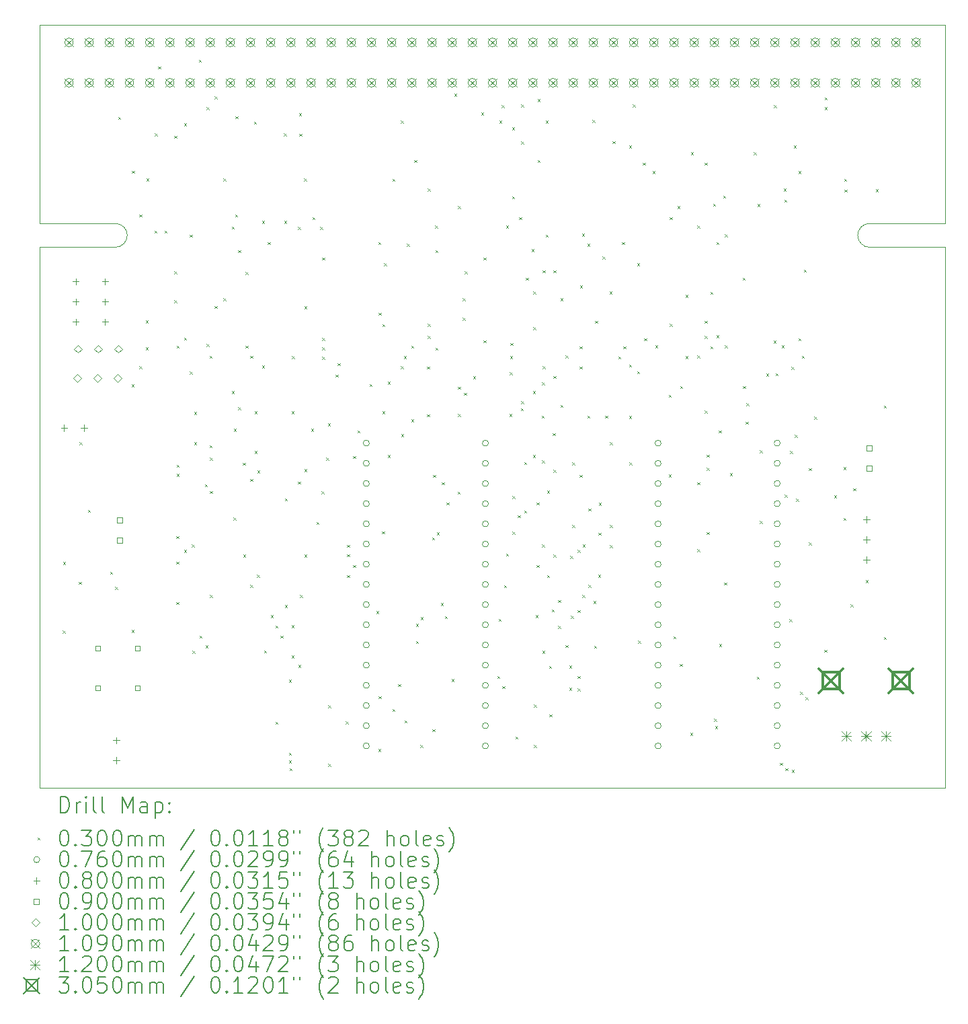
<source format=gbr>
%TF.GenerationSoftware,KiCad,Pcbnew,8.0.3*%
%TF.CreationDate,2025-02-20T16:42:39+01:00*%
%TF.ProjectId,DeMoN-Flash,44654d6f-4e2d-4466-9c61-73682e6b6963,rev?*%
%TF.SameCoordinates,Original*%
%TF.FileFunction,Drillmap*%
%TF.FilePolarity,Positive*%
%FSLAX45Y45*%
G04 Gerber Fmt 4.5, Leading zero omitted, Abs format (unit mm)*
G04 Created by KiCad (PCBNEW 8.0.3) date 2025-02-20 16:42:39*
%MOMM*%
%LPD*%
G01*
G04 APERTURE LIST*
%ADD10C,0.050000*%
%ADD11C,0.200000*%
%ADD12C,0.100000*%
%ADD13C,0.109000*%
%ADD14C,0.120000*%
%ADD15C,0.305000*%
G04 APERTURE END LIST*
D10*
X9390000Y-6190000D02*
G75*
G02*
X9540000Y-6340000I0J-150000D01*
G01*
X8440000Y-3690000D02*
X8440000Y-6190000D01*
X8440000Y-6190000D02*
X9390000Y-6190000D01*
X19840000Y-6490000D02*
X19840000Y-13290000D01*
X19840000Y-3690000D02*
X19840000Y-6190000D01*
X18890000Y-6490000D02*
G75*
G02*
X18740000Y-6340000I0J150000D01*
G01*
X9390000Y-6490000D02*
X8440000Y-6490000D01*
X18890000Y-6190000D02*
X19840000Y-6190000D01*
X9540000Y-6340000D02*
G75*
G02*
X9390000Y-6490000I-150000J0D01*
G01*
X8440000Y-13290000D02*
X19840000Y-13290000D01*
X18740000Y-6340000D02*
G75*
G02*
X18890000Y-6190000I150000J0D01*
G01*
X8440000Y-3690000D02*
X19840000Y-3690000D01*
X8440000Y-6490000D02*
X8440000Y-13290000D01*
X19840000Y-6490000D02*
X18890000Y-6490000D01*
D11*
D12*
X8725000Y-11315000D02*
X8755000Y-11345000D01*
X8755000Y-11315000D02*
X8725000Y-11345000D01*
X8730000Y-10450000D02*
X8760000Y-10480000D01*
X8760000Y-10450000D02*
X8730000Y-10480000D01*
X8930000Y-10700000D02*
X8960000Y-10730000D01*
X8960000Y-10700000D02*
X8930000Y-10730000D01*
X8935840Y-8945000D02*
X8965840Y-8975000D01*
X8965840Y-8945000D02*
X8935840Y-8975000D01*
X9045000Y-9795000D02*
X9075000Y-9825000D01*
X9075000Y-9795000D02*
X9045000Y-9825000D01*
X9325000Y-10575000D02*
X9355000Y-10605000D01*
X9355000Y-10575000D02*
X9325000Y-10605000D01*
X9385000Y-10765000D02*
X9415000Y-10795000D01*
X9415000Y-10765000D02*
X9385000Y-10795000D01*
X9425000Y-4850000D02*
X9455000Y-4880000D01*
X9455000Y-4850000D02*
X9425000Y-4880000D01*
X9595000Y-11305000D02*
X9625000Y-11335000D01*
X9625000Y-11305000D02*
X9595000Y-11335000D01*
X9595160Y-8214220D02*
X9625160Y-8244220D01*
X9625160Y-8214220D02*
X9595160Y-8244220D01*
X9596360Y-5527280D02*
X9626360Y-5557280D01*
X9626360Y-5527280D02*
X9596360Y-5557280D01*
X9690000Y-6075920D02*
X9720000Y-6105920D01*
X9720000Y-6075920D02*
X9690000Y-6105920D01*
X9690000Y-7985000D02*
X9720000Y-8015000D01*
X9720000Y-7985000D02*
X9690000Y-8015000D01*
X9773000Y-7413000D02*
X9803000Y-7443000D01*
X9803000Y-7413000D02*
X9773000Y-7443000D01*
X9773000Y-7750220D02*
X9803000Y-7780220D01*
X9803000Y-7750220D02*
X9773000Y-7780220D01*
X9780000Y-5625000D02*
X9810000Y-5655000D01*
X9810000Y-5625000D02*
X9780000Y-5655000D01*
X9883340Y-6279220D02*
X9913340Y-6309220D01*
X9913340Y-6279220D02*
X9883340Y-6309220D01*
X9885000Y-5055000D02*
X9915000Y-5085000D01*
X9915000Y-5055000D02*
X9885000Y-5085000D01*
X9930840Y-4214220D02*
X9960840Y-4244220D01*
X9960840Y-4214220D02*
X9930840Y-4244220D01*
X10010840Y-6281720D02*
X10040840Y-6311720D01*
X10040840Y-6281720D02*
X10010840Y-6311720D01*
X10130000Y-5085320D02*
X10160000Y-5115320D01*
X10160000Y-5085320D02*
X10130000Y-5115320D01*
X10130000Y-6795000D02*
X10160000Y-6825000D01*
X10160000Y-6795000D02*
X10130000Y-6825000D01*
X10130000Y-7155000D02*
X10160000Y-7185000D01*
X10160000Y-7155000D02*
X10130000Y-7185000D01*
X10155000Y-10124220D02*
X10185000Y-10154220D01*
X10185000Y-10124220D02*
X10155000Y-10154220D01*
X10155000Y-10445000D02*
X10185000Y-10475000D01*
X10185000Y-10445000D02*
X10155000Y-10475000D01*
X10155000Y-10955000D02*
X10185000Y-10985000D01*
X10185000Y-10955000D02*
X10155000Y-10985000D01*
X10160000Y-7730000D02*
X10190000Y-7760000D01*
X10190000Y-7730000D02*
X10160000Y-7760000D01*
X10160000Y-9225000D02*
X10190000Y-9255000D01*
X10190000Y-9225000D02*
X10160000Y-9255000D01*
X10160000Y-9340000D02*
X10190000Y-9370000D01*
X10190000Y-9340000D02*
X10160000Y-9370000D01*
X10255000Y-4930000D02*
X10285000Y-4960000D01*
X10285000Y-4930000D02*
X10255000Y-4960000D01*
X10255000Y-7625000D02*
X10285000Y-7655000D01*
X10285000Y-7625000D02*
X10255000Y-7655000D01*
X10255000Y-10299220D02*
X10285000Y-10329220D01*
X10285000Y-10299220D02*
X10255000Y-10329220D01*
X10325000Y-6330000D02*
X10355000Y-6360000D01*
X10355000Y-6330000D02*
X10325000Y-6360000D01*
X10325000Y-8055000D02*
X10355000Y-8085000D01*
X10355000Y-8055000D02*
X10325000Y-8085000D01*
X10353340Y-10231720D02*
X10383340Y-10261720D01*
X10383340Y-10231720D02*
X10353340Y-10261720D01*
X10360840Y-11566720D02*
X10390840Y-11596720D01*
X10390840Y-11566720D02*
X10360840Y-11596720D01*
X10380840Y-8561720D02*
X10410840Y-8591720D01*
X10410840Y-8561720D02*
X10380840Y-8591720D01*
X10380840Y-8944220D02*
X10410840Y-8974220D01*
X10410840Y-8944220D02*
X10380840Y-8974220D01*
X10440000Y-4129220D02*
X10470000Y-4159220D01*
X10470000Y-4129220D02*
X10440000Y-4159220D01*
X10447530Y-11377530D02*
X10477530Y-11407530D01*
X10477530Y-11377530D02*
X10447530Y-11407530D01*
X10518840Y-9474220D02*
X10548840Y-9504220D01*
X10548840Y-9474220D02*
X10518840Y-9504220D01*
X10525780Y-11501720D02*
X10555780Y-11531720D01*
X10555780Y-11501720D02*
X10525780Y-11531720D01*
X10540000Y-4725000D02*
X10570000Y-4755000D01*
X10570000Y-4725000D02*
X10540000Y-4755000D01*
X10540000Y-7705000D02*
X10570000Y-7735000D01*
X10570000Y-7705000D02*
X10540000Y-7735000D01*
X10575000Y-7855000D02*
X10605000Y-7885000D01*
X10605000Y-7855000D02*
X10575000Y-7885000D01*
X10575000Y-8980000D02*
X10605000Y-9010000D01*
X10605000Y-8980000D02*
X10575000Y-9010000D01*
X10580000Y-9140000D02*
X10610000Y-9170000D01*
X10610000Y-9140000D02*
X10580000Y-9170000D01*
X10580000Y-9557220D02*
X10610000Y-9587220D01*
X10610000Y-9557220D02*
X10580000Y-9587220D01*
X10580000Y-10866720D02*
X10610000Y-10896720D01*
X10610000Y-10866720D02*
X10580000Y-10896720D01*
X10640000Y-4590000D02*
X10670000Y-4620000D01*
X10670000Y-4590000D02*
X10640000Y-4620000D01*
X10640000Y-7230000D02*
X10670000Y-7260000D01*
X10670000Y-7230000D02*
X10640000Y-7260000D01*
X10750000Y-5625000D02*
X10780000Y-5655000D01*
X10780000Y-5625000D02*
X10750000Y-5655000D01*
X10750000Y-7130000D02*
X10780000Y-7160000D01*
X10780000Y-7130000D02*
X10750000Y-7160000D01*
X10855000Y-6230860D02*
X10885000Y-6260860D01*
X10885000Y-6230860D02*
X10855000Y-6260860D01*
X10855000Y-8300000D02*
X10885000Y-8330000D01*
X10885000Y-8300000D02*
X10855000Y-8330000D01*
X10877840Y-9893220D02*
X10907840Y-9923220D01*
X10907840Y-9893220D02*
X10877840Y-9923220D01*
X10880840Y-8775220D02*
X10910840Y-8805220D01*
X10910840Y-8775220D02*
X10880840Y-8805220D01*
X10899380Y-6075920D02*
X10929380Y-6105920D01*
X10929380Y-6075920D02*
X10899380Y-6105920D01*
X10901920Y-4841480D02*
X10931920Y-4871480D01*
X10931920Y-4841480D02*
X10901920Y-4871480D01*
X10935000Y-6525000D02*
X10965000Y-6555000D01*
X10965000Y-6525000D02*
X10935000Y-6555000D01*
X10935000Y-8505000D02*
X10965000Y-8535000D01*
X10965000Y-8505000D02*
X10935000Y-8535000D01*
X10995840Y-9200000D02*
X11025840Y-9230000D01*
X11025840Y-9200000D02*
X10995840Y-9230000D01*
X10998620Y-10359500D02*
X11028620Y-10389500D01*
X11028620Y-10359500D02*
X10998620Y-10389500D01*
X11030000Y-6800000D02*
X11060000Y-6830000D01*
X11060000Y-6800000D02*
X11030000Y-6830000D01*
X11030000Y-7730000D02*
X11060000Y-7760000D01*
X11060000Y-7730000D02*
X11030000Y-7760000D01*
X11089840Y-9404220D02*
X11119840Y-9434220D01*
X11119840Y-9404220D02*
X11089840Y-9434220D01*
X11090000Y-7855000D02*
X11120000Y-7885000D01*
X11120000Y-7855000D02*
X11090000Y-7885000D01*
X11090840Y-10739220D02*
X11120840Y-10769220D01*
X11120840Y-10739220D02*
X11090840Y-10769220D01*
X11135600Y-4907520D02*
X11165600Y-4937520D01*
X11165600Y-4907520D02*
X11135600Y-4937520D01*
X11142500Y-9055000D02*
X11172500Y-9085000D01*
X11172500Y-9055000D02*
X11142500Y-9085000D01*
X11145000Y-8554220D02*
X11175000Y-8584220D01*
X11175000Y-8554220D02*
X11145000Y-8584220D01*
X11175000Y-10611720D02*
X11205000Y-10641720D01*
X11205000Y-10611720D02*
X11175000Y-10641720D01*
X11175840Y-9300220D02*
X11205840Y-9330220D01*
X11205840Y-9300220D02*
X11175840Y-9330220D01*
X11235000Y-6157200D02*
X11265000Y-6187200D01*
X11265000Y-6157200D02*
X11235000Y-6187200D01*
X11235000Y-7980000D02*
X11265000Y-8010000D01*
X11265000Y-7980000D02*
X11235000Y-8010000D01*
X11260840Y-11564220D02*
X11290840Y-11594220D01*
X11290840Y-11564220D02*
X11260840Y-11594220D01*
X11310000Y-6425000D02*
X11340000Y-6455000D01*
X11340000Y-6425000D02*
X11310000Y-6455000D01*
X11345000Y-11120060D02*
X11375000Y-11150060D01*
X11375000Y-11120060D02*
X11345000Y-11150060D01*
X11405840Y-11249220D02*
X11435840Y-11279220D01*
X11435840Y-11249220D02*
X11405840Y-11279220D01*
X11407500Y-12460000D02*
X11437500Y-12490000D01*
X11437500Y-12460000D02*
X11407500Y-12490000D01*
X11467610Y-11377896D02*
X11497610Y-11407896D01*
X11497610Y-11377896D02*
X11467610Y-11407896D01*
X11514060Y-5056420D02*
X11544060Y-5086420D01*
X11544060Y-5056420D02*
X11514060Y-5086420D01*
X11515000Y-6158800D02*
X11545000Y-6188800D01*
X11545000Y-6158800D02*
X11515000Y-6188800D01*
X11525000Y-9651220D02*
X11555000Y-9681220D01*
X11555000Y-9651220D02*
X11525000Y-9681220D01*
X11525000Y-10991720D02*
X11555000Y-11021720D01*
X11555000Y-10991720D02*
X11525000Y-11021720D01*
X11575000Y-11930000D02*
X11605000Y-11960000D01*
X11605000Y-11930000D02*
X11575000Y-11960000D01*
X11575000Y-12950000D02*
X11605000Y-12980000D01*
X11605000Y-12950000D02*
X11575000Y-12980000D01*
X11576000Y-12851000D02*
X11606000Y-12881000D01*
X11606000Y-12851000D02*
X11576000Y-12881000D01*
X11585073Y-13044926D02*
X11615073Y-13074926D01*
X11615073Y-13044926D02*
X11585073Y-13074926D01*
X11610000Y-8554220D02*
X11640000Y-8584220D01*
X11640000Y-8554220D02*
X11610000Y-8584220D01*
X11610000Y-11246720D02*
X11640000Y-11276720D01*
X11640000Y-11246720D02*
X11610000Y-11276720D01*
X11610780Y-11629220D02*
X11640780Y-11659220D01*
X11640780Y-11629220D02*
X11610780Y-11659220D01*
X11615000Y-7860000D02*
X11645000Y-7890000D01*
X11645000Y-7860000D02*
X11615000Y-7890000D01*
X11690000Y-6235000D02*
X11720000Y-6265000D01*
X11720000Y-6235000D02*
X11690000Y-6265000D01*
X11690000Y-9438220D02*
X11720000Y-9468220D01*
X11720000Y-9438220D02*
X11690000Y-9468220D01*
X11695840Y-11746720D02*
X11725840Y-11776720D01*
X11725840Y-11746720D02*
X11695840Y-11776720D01*
X11702020Y-4803380D02*
X11732020Y-4833380D01*
X11732020Y-4803380D02*
X11702020Y-4833380D01*
X11705000Y-5059920D02*
X11735000Y-5089920D01*
X11735000Y-5059920D02*
X11705000Y-5089920D01*
X11714525Y-10866749D02*
X11744525Y-10896749D01*
X11744525Y-10866749D02*
X11714525Y-10896749D01*
X11765000Y-5625000D02*
X11795000Y-5655000D01*
X11795000Y-5625000D02*
X11765000Y-5655000D01*
X11770000Y-7235000D02*
X11800000Y-7265000D01*
X11800000Y-7235000D02*
X11770000Y-7265000D01*
X11770840Y-10359500D02*
X11800840Y-10389500D01*
X11800840Y-10359500D02*
X11770840Y-10389500D01*
X11771840Y-9283220D02*
X11801840Y-9313220D01*
X11801840Y-9283220D02*
X11771840Y-9313220D01*
X11855840Y-8774220D02*
X11885840Y-8804220D01*
X11885840Y-8774220D02*
X11855840Y-8804220D01*
X11870000Y-6110000D02*
X11900000Y-6140000D01*
X11900000Y-6110000D02*
X11870000Y-6140000D01*
X11922500Y-9947220D02*
X11952500Y-9977220D01*
X11952500Y-9947220D02*
X11922500Y-9977220D01*
X11970000Y-6235000D02*
X12000000Y-6265000D01*
X12000000Y-6235000D02*
X11970000Y-6265000D01*
X11987500Y-9560000D02*
X12017500Y-9590000D01*
X12017500Y-9560000D02*
X11987500Y-9590000D01*
X11995000Y-6620000D02*
X12025000Y-6650000D01*
X12025000Y-6620000D02*
X11995000Y-6650000D01*
X11995000Y-7630000D02*
X12025000Y-7660000D01*
X12025000Y-7630000D02*
X11995000Y-7660000D01*
X11995000Y-7750000D02*
X12025000Y-7780000D01*
X12025000Y-7750000D02*
X11995000Y-7780000D01*
X11995000Y-7870000D02*
X12025000Y-7900000D01*
X12025000Y-7870000D02*
X11995000Y-7900000D01*
X12045000Y-9137500D02*
X12075000Y-9167500D01*
X12075000Y-9137500D02*
X12045000Y-9167500D01*
X12064663Y-8705544D02*
X12094663Y-8735544D01*
X12094663Y-8705544D02*
X12064663Y-8735544D01*
X12070840Y-12251720D02*
X12100840Y-12281720D01*
X12100840Y-12251720D02*
X12070840Y-12281720D01*
X12070840Y-12992500D02*
X12100840Y-13022500D01*
X12100840Y-12992500D02*
X12070840Y-13022500D01*
X12163340Y-8094220D02*
X12193340Y-8124220D01*
X12193340Y-8094220D02*
X12163340Y-8124220D01*
X12190000Y-7950000D02*
X12220000Y-7980000D01*
X12220000Y-7950000D02*
X12190000Y-7980000D01*
X12290000Y-12457500D02*
X12320000Y-12487500D01*
X12320000Y-12457500D02*
X12290000Y-12487500D01*
X12308340Y-10234220D02*
X12338340Y-10264220D01*
X12338340Y-10234220D02*
X12308340Y-10264220D01*
X12308340Y-10351720D02*
X12338340Y-10381720D01*
X12338340Y-10351720D02*
X12308340Y-10381720D01*
X12308340Y-10614220D02*
X12338340Y-10644220D01*
X12338340Y-10614220D02*
X12308340Y-10644220D01*
X12383340Y-9116720D02*
X12413340Y-9146720D01*
X12413340Y-9116720D02*
X12383340Y-9146720D01*
X12383340Y-10486720D02*
X12413340Y-10516720D01*
X12413340Y-10486720D02*
X12383340Y-10516720D01*
X12438340Y-8796720D02*
X12468340Y-8826720D01*
X12468340Y-8796720D02*
X12438340Y-8826720D01*
X12590000Y-8212500D02*
X12620000Y-8242500D01*
X12620000Y-8212500D02*
X12590000Y-8242500D01*
X12675000Y-11067500D02*
X12705000Y-11097500D01*
X12705000Y-11067500D02*
X12675000Y-11097500D01*
X12700000Y-6425000D02*
X12730000Y-6455000D01*
X12730000Y-6425000D02*
X12700000Y-6455000D01*
X12702500Y-12802500D02*
X12732500Y-12832500D01*
X12732500Y-12802500D02*
X12702500Y-12832500D01*
X12705000Y-7315000D02*
X12735000Y-7345000D01*
X12735000Y-7315000D02*
X12705000Y-7345000D01*
X12705000Y-12140000D02*
X12735000Y-12170000D01*
X12735000Y-12140000D02*
X12705000Y-12170000D01*
X12747500Y-10065000D02*
X12777500Y-10095000D01*
X12777500Y-10065000D02*
X12747500Y-10095000D01*
X12752500Y-7457500D02*
X12782500Y-7487500D01*
X12782500Y-7457500D02*
X12752500Y-7487500D01*
X12752500Y-8552500D02*
X12782500Y-8582500D01*
X12782500Y-8552500D02*
X12752500Y-8582500D01*
X12775000Y-6690000D02*
X12805000Y-6720000D01*
X12805000Y-6690000D02*
X12775000Y-6720000D01*
X12820000Y-8180000D02*
X12850000Y-8210000D01*
X12850000Y-8180000D02*
X12820000Y-8210000D01*
X12820000Y-9102500D02*
X12850000Y-9132500D01*
X12850000Y-9102500D02*
X12820000Y-9132500D01*
X12880000Y-5630000D02*
X12910000Y-5660000D01*
X12910000Y-5630000D02*
X12880000Y-5660000D01*
X12880000Y-12302000D02*
X12910000Y-12332000D01*
X12910000Y-12302000D02*
X12880000Y-12332000D01*
X12952500Y-11987500D02*
X12982500Y-12017500D01*
X12982500Y-11987500D02*
X12952500Y-12017500D01*
X12985000Y-4895000D02*
X13015000Y-4925000D01*
X13015000Y-4895000D02*
X12985000Y-4925000D01*
X12985000Y-7985000D02*
X13015000Y-8015000D01*
X13015000Y-7985000D02*
X12985000Y-8015000D01*
X12987500Y-8842500D02*
X13017500Y-8872500D01*
X13017500Y-8842500D02*
X12987500Y-8872500D01*
X13025000Y-7860000D02*
X13055000Y-7890000D01*
X13055000Y-7860000D02*
X13025000Y-7890000D01*
X13030000Y-12445000D02*
X13060000Y-12475000D01*
X13060000Y-12445000D02*
X13030000Y-12475000D01*
X13060000Y-6445000D02*
X13090000Y-6475000D01*
X13090000Y-6445000D02*
X13060000Y-6475000D01*
X13115000Y-7730000D02*
X13145000Y-7760000D01*
X13145000Y-7730000D02*
X13115000Y-7760000D01*
X13115000Y-8657500D02*
X13145000Y-8687500D01*
X13145000Y-8657500D02*
X13115000Y-8687500D01*
X13155000Y-5390000D02*
X13185000Y-5420000D01*
X13185000Y-5390000D02*
X13155000Y-5420000D01*
X13177500Y-11227500D02*
X13207500Y-11257500D01*
X13207500Y-11227500D02*
X13177500Y-11257500D01*
X13177500Y-11445000D02*
X13207500Y-11475000D01*
X13207500Y-11445000D02*
X13177500Y-11475000D01*
X13232500Y-12752500D02*
X13262500Y-12782500D01*
X13262500Y-12752500D02*
X13232500Y-12782500D01*
X13235000Y-11144220D02*
X13265000Y-11174220D01*
X13265000Y-11144220D02*
X13235000Y-11174220D01*
X13315000Y-7990000D02*
X13345000Y-8020000D01*
X13345000Y-7990000D02*
X13315000Y-8020000D01*
X13315000Y-8592500D02*
X13345000Y-8622500D01*
X13345000Y-8592500D02*
X13315000Y-8622500D01*
X13325000Y-5750000D02*
X13355000Y-5780000D01*
X13355000Y-5750000D02*
X13325000Y-5780000D01*
X13325000Y-7455000D02*
X13355000Y-7485000D01*
X13355000Y-7455000D02*
X13325000Y-7485000D01*
X13325000Y-7605000D02*
X13355000Y-7635000D01*
X13355000Y-7605000D02*
X13325000Y-7635000D01*
X13377500Y-10140000D02*
X13407500Y-10170000D01*
X13407500Y-10140000D02*
X13377500Y-10170000D01*
X13381250Y-12552500D02*
X13411250Y-12582500D01*
X13411250Y-12552500D02*
X13381250Y-12582500D01*
X13390000Y-9355000D02*
X13420000Y-9385000D01*
X13420000Y-9355000D02*
X13390000Y-9385000D01*
X13415000Y-6215000D02*
X13445000Y-6245000D01*
X13445000Y-6215000D02*
X13415000Y-6245000D01*
X13420000Y-6525000D02*
X13450000Y-6555000D01*
X13450000Y-6525000D02*
X13420000Y-6555000D01*
X13420000Y-7755000D02*
X13450000Y-7785000D01*
X13450000Y-7755000D02*
X13420000Y-7785000D01*
X13437500Y-10077500D02*
X13467500Y-10107500D01*
X13467500Y-10077500D02*
X13437500Y-10107500D01*
X13490000Y-10967500D02*
X13520000Y-10997500D01*
X13520000Y-10967500D02*
X13490000Y-10997500D01*
X13500000Y-9447500D02*
X13530000Y-9477500D01*
X13530000Y-9447500D02*
X13500000Y-9477500D01*
X13540000Y-11132500D02*
X13570000Y-11162500D01*
X13570000Y-11132500D02*
X13540000Y-11162500D01*
X13560000Y-9702500D02*
X13590000Y-9732500D01*
X13590000Y-9702500D02*
X13560000Y-9732500D01*
X13622500Y-11922500D02*
X13652500Y-11952500D01*
X13652500Y-11922500D02*
X13622500Y-11952500D01*
X13658340Y-4556720D02*
X13688340Y-4586720D01*
X13688340Y-4556720D02*
X13658340Y-4586720D01*
X13700000Y-9565000D02*
X13730000Y-9595000D01*
X13730000Y-9565000D02*
X13700000Y-9595000D01*
X13702500Y-8245000D02*
X13732500Y-8275000D01*
X13732500Y-8245000D02*
X13702500Y-8275000D01*
X13702500Y-8587500D02*
X13732500Y-8617500D01*
X13732500Y-8587500D02*
X13702500Y-8617500D01*
X13705000Y-5970000D02*
X13735000Y-6000000D01*
X13735000Y-5970000D02*
X13705000Y-6000000D01*
X13765000Y-7130000D02*
X13795000Y-7160000D01*
X13795000Y-7130000D02*
X13765000Y-7160000D01*
X13765000Y-7375000D02*
X13795000Y-7405000D01*
X13795000Y-7375000D02*
X13765000Y-7405000D01*
X13780000Y-8322500D02*
X13810000Y-8352500D01*
X13810000Y-8322500D02*
X13780000Y-8352500D01*
X13790000Y-6795000D02*
X13820000Y-6825000D01*
X13820000Y-6795000D02*
X13790000Y-6825000D01*
X13895000Y-8112500D02*
X13925000Y-8142500D01*
X13925000Y-8112500D02*
X13895000Y-8142500D01*
X13995000Y-4795000D02*
X14025000Y-4825000D01*
X14025000Y-4795000D02*
X13995000Y-4825000D01*
X14025000Y-6620000D02*
X14055000Y-6650000D01*
X14055000Y-6620000D02*
X14025000Y-6650000D01*
X14025000Y-7660000D02*
X14055000Y-7690000D01*
X14055000Y-7660000D02*
X14025000Y-7690000D01*
X14198340Y-11884220D02*
X14228340Y-11914220D01*
X14228340Y-11884220D02*
X14198340Y-11914220D01*
X14218636Y-11164220D02*
X14248636Y-11194220D01*
X14248636Y-11164220D02*
X14218636Y-11194220D01*
X14225000Y-4895000D02*
X14255000Y-4925000D01*
X14255000Y-4895000D02*
X14225000Y-4925000D01*
X14255000Y-4700000D02*
X14285000Y-4730000D01*
X14285000Y-4700000D02*
X14255000Y-4730000D01*
X14263340Y-12014220D02*
X14293340Y-12044220D01*
X14293340Y-12014220D02*
X14263340Y-12044220D01*
X14283340Y-10741720D02*
X14313340Y-10771720D01*
X14313340Y-10741720D02*
X14283340Y-10771720D01*
X14310000Y-6215000D02*
X14340000Y-6245000D01*
X14340000Y-6215000D02*
X14310000Y-6245000D01*
X14310600Y-10345000D02*
X14340600Y-10375000D01*
X14340600Y-10345000D02*
X14310600Y-10375000D01*
X14352500Y-8587500D02*
X14382500Y-8617500D01*
X14382500Y-8587500D02*
X14352500Y-8617500D01*
X14355000Y-8065000D02*
X14385000Y-8095000D01*
X14385000Y-8065000D02*
X14355000Y-8095000D01*
X14360000Y-7860000D02*
X14390000Y-7890000D01*
X14390000Y-7860000D02*
X14360000Y-7890000D01*
X14365000Y-7695000D02*
X14395000Y-7725000D01*
X14395000Y-7695000D02*
X14365000Y-7725000D01*
X14385000Y-4980000D02*
X14415000Y-5010000D01*
X14415000Y-4980000D02*
X14385000Y-5010000D01*
X14385000Y-5850000D02*
X14415000Y-5880000D01*
X14415000Y-5850000D02*
X14385000Y-5880000D01*
X14389340Y-9622220D02*
X14419340Y-9652220D01*
X14419340Y-9622220D02*
X14389340Y-9652220D01*
X14389340Y-10071220D02*
X14419340Y-10101220D01*
X14419340Y-10071220D02*
X14389340Y-10101220D01*
X14429560Y-12647940D02*
X14459560Y-12677940D01*
X14459560Y-12647940D02*
X14429560Y-12677940D01*
X14458340Y-9861720D02*
X14488340Y-9891720D01*
X14488340Y-9861720D02*
X14458340Y-9891720D01*
X14475000Y-6110000D02*
X14505000Y-6140000D01*
X14505000Y-6110000D02*
X14475000Y-6140000D01*
X14497500Y-8517500D02*
X14527500Y-8547500D01*
X14527500Y-8517500D02*
X14497500Y-8547500D01*
X14500000Y-4695000D02*
X14530000Y-4725000D01*
X14530000Y-4695000D02*
X14500000Y-4725000D01*
X14500000Y-5160000D02*
X14530000Y-5190000D01*
X14530000Y-5160000D02*
X14500000Y-5190000D01*
X14500000Y-8425000D02*
X14530000Y-8455000D01*
X14530000Y-8425000D02*
X14500000Y-8455000D01*
X14538340Y-9194220D02*
X14568340Y-9224220D01*
X14568340Y-9194220D02*
X14538340Y-9224220D01*
X14538340Y-9801720D02*
X14568340Y-9831720D01*
X14568340Y-9801720D02*
X14538340Y-9831720D01*
X14560000Y-6875000D02*
X14590000Y-6905000D01*
X14590000Y-6875000D02*
X14560000Y-6905000D01*
X14630000Y-6515000D02*
X14660000Y-6545000D01*
X14660000Y-6515000D02*
X14630000Y-6545000D01*
X14647500Y-9105000D02*
X14677500Y-9135000D01*
X14677500Y-9105000D02*
X14647500Y-9135000D01*
X14650000Y-8300000D02*
X14680000Y-8330000D01*
X14680000Y-8300000D02*
X14650000Y-8330000D01*
X14655000Y-7045000D02*
X14685000Y-7075000D01*
X14685000Y-7045000D02*
X14655000Y-7075000D01*
X14655000Y-7495000D02*
X14685000Y-7525000D01*
X14685000Y-7495000D02*
X14655000Y-7525000D01*
X14660000Y-12245000D02*
X14690000Y-12275000D01*
X14690000Y-12245000D02*
X14660000Y-12275000D01*
X14660000Y-12752500D02*
X14690000Y-12782500D01*
X14690000Y-12752500D02*
X14660000Y-12782500D01*
X14683340Y-11119220D02*
X14713340Y-11149220D01*
X14713340Y-11119220D02*
X14683340Y-11149220D01*
X14693340Y-9701720D02*
X14723340Y-9731720D01*
X14723340Y-9701720D02*
X14693340Y-9731720D01*
X14693340Y-10486720D02*
X14723340Y-10516720D01*
X14723340Y-10486720D02*
X14693340Y-10516720D01*
X14710000Y-4625000D02*
X14740000Y-4655000D01*
X14740000Y-4625000D02*
X14710000Y-4655000D01*
X14710000Y-5390000D02*
X14740000Y-5420000D01*
X14740000Y-5390000D02*
X14710000Y-5420000D01*
X14757500Y-8610000D02*
X14787500Y-8640000D01*
X14787500Y-8610000D02*
X14757500Y-8640000D01*
X14763340Y-9171720D02*
X14793340Y-9201720D01*
X14793340Y-9171720D02*
X14763340Y-9201720D01*
X14765000Y-8190000D02*
X14795000Y-8220000D01*
X14795000Y-8190000D02*
X14765000Y-8220000D01*
X14765000Y-10231720D02*
X14795000Y-10261720D01*
X14795000Y-10231720D02*
X14765000Y-10261720D01*
X14765840Y-11569220D02*
X14795840Y-11599220D01*
X14795840Y-11569220D02*
X14765840Y-11599220D01*
X14770000Y-6780000D02*
X14800000Y-6810000D01*
X14800000Y-6780000D02*
X14770000Y-6810000D01*
X14770000Y-7987000D02*
X14800000Y-8017000D01*
X14800000Y-7987000D02*
X14770000Y-8017000D01*
X14810000Y-4895000D02*
X14840000Y-4925000D01*
X14840000Y-4895000D02*
X14810000Y-4925000D01*
X14810000Y-6330000D02*
X14840000Y-6360000D01*
X14840000Y-6330000D02*
X14810000Y-6360000D01*
X14825000Y-9553220D02*
X14855000Y-9583220D01*
X14855000Y-9553220D02*
X14825000Y-9583220D01*
X14825000Y-10616720D02*
X14855000Y-10646720D01*
X14855000Y-10616720D02*
X14825000Y-10646720D01*
X14853340Y-11756720D02*
X14883340Y-11786720D01*
X14883340Y-11756720D02*
X14853340Y-11786720D01*
X14855000Y-12367500D02*
X14885000Y-12397500D01*
X14885000Y-12367500D02*
X14855000Y-12397500D01*
X14885840Y-11046720D02*
X14915840Y-11076720D01*
X14915840Y-11046720D02*
X14885840Y-11076720D01*
X14900000Y-8827500D02*
X14930000Y-8857500D01*
X14930000Y-8827500D02*
X14900000Y-8857500D01*
X14905000Y-6780000D02*
X14935000Y-6810000D01*
X14935000Y-6780000D02*
X14905000Y-6810000D01*
X14905000Y-8110000D02*
X14935000Y-8140000D01*
X14935000Y-8110000D02*
X14905000Y-8140000D01*
X14905840Y-9292500D02*
X14935840Y-9322500D01*
X14935840Y-9292500D02*
X14905840Y-9322500D01*
X14905987Y-10356720D02*
X14935987Y-10386720D01*
X14935987Y-10356720D02*
X14905987Y-10386720D01*
X14967500Y-10929220D02*
X14997500Y-10959220D01*
X14997500Y-10929220D02*
X14967500Y-10959220D01*
X14967500Y-11252500D02*
X14997500Y-11282500D01*
X14997500Y-11252500D02*
X14967500Y-11282500D01*
X14995000Y-7130000D02*
X15025000Y-7160000D01*
X15025000Y-7130000D02*
X14995000Y-7160000D01*
X14995000Y-8475000D02*
X15025000Y-8505000D01*
X15025000Y-8475000D02*
X14995000Y-8505000D01*
X15058340Y-11496720D02*
X15088340Y-11526720D01*
X15088340Y-11496720D02*
X15058340Y-11526720D01*
X15060000Y-7850000D02*
X15090000Y-7880000D01*
X15090000Y-7850000D02*
X15060000Y-7880000D01*
X15105840Y-11754220D02*
X15135840Y-11784220D01*
X15135840Y-11754220D02*
X15105840Y-11784220D01*
X15107500Y-12035000D02*
X15137500Y-12065000D01*
X15137500Y-12035000D02*
X15107500Y-12065000D01*
X15120000Y-10375000D02*
X15150000Y-10405000D01*
X15150000Y-10375000D02*
X15120000Y-10405000D01*
X15125780Y-11126720D02*
X15155780Y-11156720D01*
X15155780Y-11126720D02*
X15125780Y-11156720D01*
X15143840Y-9199220D02*
X15173840Y-9229220D01*
X15173840Y-9199220D02*
X15143840Y-9229220D01*
X15143840Y-9983220D02*
X15173840Y-10013220D01*
X15173840Y-9983220D02*
X15143840Y-10013220D01*
X15212500Y-10300000D02*
X15242500Y-10330000D01*
X15242500Y-10300000D02*
X15212500Y-10330000D01*
X15212500Y-11054220D02*
X15242500Y-11084220D01*
X15242500Y-11054220D02*
X15212500Y-11084220D01*
X15212500Y-12042500D02*
X15242500Y-12072500D01*
X15242500Y-12042500D02*
X15212500Y-12072500D01*
X15213340Y-11884220D02*
X15243340Y-11914220D01*
X15243340Y-11884220D02*
X15213340Y-11914220D01*
X15235000Y-7735000D02*
X15265000Y-7765000D01*
X15265000Y-7735000D02*
X15235000Y-7765000D01*
X15235000Y-7990000D02*
X15265000Y-8020000D01*
X15265000Y-7990000D02*
X15235000Y-8020000D01*
X15235000Y-9352500D02*
X15265000Y-9382500D01*
X15265000Y-9352500D02*
X15235000Y-9382500D01*
X15240000Y-6970000D02*
X15270000Y-7000000D01*
X15270000Y-6970000D02*
X15240000Y-7000000D01*
X15265000Y-6320000D02*
X15295000Y-6350000D01*
X15295000Y-6320000D02*
X15265000Y-6350000D01*
X15273340Y-10866720D02*
X15303340Y-10896720D01*
X15303340Y-10866720D02*
X15273340Y-10896720D01*
X15275000Y-10230000D02*
X15305000Y-10260000D01*
X15305000Y-10230000D02*
X15275000Y-10260000D01*
X15335000Y-6445000D02*
X15365000Y-6475000D01*
X15365000Y-6445000D02*
X15335000Y-6475000D01*
X15335000Y-8610000D02*
X15365000Y-8640000D01*
X15365000Y-8610000D02*
X15335000Y-8640000D01*
X15345840Y-9776220D02*
X15375840Y-9806220D01*
X15375840Y-9776220D02*
X15345840Y-9806220D01*
X15345840Y-10739220D02*
X15375840Y-10769220D01*
X15375840Y-10739220D02*
X15345840Y-10769220D01*
X15400000Y-4890000D02*
X15430000Y-4920000D01*
X15430000Y-4890000D02*
X15400000Y-4920000D01*
X15410000Y-10940000D02*
X15440000Y-10970000D01*
X15440000Y-10940000D02*
X15410000Y-10970000D01*
X15420840Y-11504220D02*
X15450840Y-11534220D01*
X15450840Y-11504220D02*
X15420840Y-11534220D01*
X15430000Y-7415000D02*
X15460000Y-7445000D01*
X15460000Y-7415000D02*
X15430000Y-7445000D01*
X15470840Y-10611720D02*
X15500840Y-10641720D01*
X15500840Y-10611720D02*
X15470840Y-10641720D01*
X15472500Y-10081720D02*
X15502500Y-10111720D01*
X15502500Y-10081720D02*
X15472500Y-10111720D01*
X15477840Y-9703220D02*
X15507840Y-9733220D01*
X15507840Y-9703220D02*
X15477840Y-9733220D01*
X15525000Y-6605000D02*
X15555000Y-6635000D01*
X15555000Y-6605000D02*
X15525000Y-6635000D01*
X15558340Y-8610000D02*
X15588340Y-8640000D01*
X15588340Y-8610000D02*
X15558340Y-8640000D01*
X15615000Y-7045000D02*
X15645000Y-7075000D01*
X15645000Y-7045000D02*
X15615000Y-7075000D01*
X15620000Y-8945000D02*
X15650000Y-8975000D01*
X15650000Y-8945000D02*
X15620000Y-8975000D01*
X15620000Y-9984220D02*
X15650000Y-10014220D01*
X15650000Y-9984220D02*
X15620000Y-10014220D01*
X15620000Y-10236720D02*
X15650000Y-10266720D01*
X15650000Y-10236720D02*
X15620000Y-10266720D01*
X15650000Y-5155000D02*
X15680000Y-5185000D01*
X15680000Y-5155000D02*
X15650000Y-5185000D01*
X15725000Y-7862500D02*
X15755000Y-7892500D01*
X15755000Y-7862500D02*
X15725000Y-7892500D01*
X15770000Y-6425000D02*
X15800000Y-6455000D01*
X15800000Y-6425000D02*
X15770000Y-6455000D01*
X15787500Y-7737500D02*
X15817500Y-7767500D01*
X15817500Y-7737500D02*
X15787500Y-7767500D01*
X15860000Y-5210000D02*
X15890000Y-5240000D01*
X15890000Y-5210000D02*
X15860000Y-5240000D01*
X15860000Y-7965000D02*
X15890000Y-7995000D01*
X15890000Y-7965000D02*
X15860000Y-7995000D01*
X15860000Y-8614220D02*
X15890000Y-8644220D01*
X15890000Y-8614220D02*
X15860000Y-8644220D01*
X15861840Y-9197220D02*
X15891840Y-9227220D01*
X15891840Y-9197220D02*
X15861840Y-9227220D01*
X15905000Y-4695000D02*
X15935000Y-4725000D01*
X15935000Y-4695000D02*
X15905000Y-4725000D01*
X15960000Y-6690000D02*
X15990000Y-6720000D01*
X15990000Y-6690000D02*
X15960000Y-6720000D01*
X15960000Y-8050000D02*
X15990000Y-8080000D01*
X15990000Y-8050000D02*
X15960000Y-8080000D01*
X15972163Y-11440543D02*
X16002163Y-11470543D01*
X16002163Y-11440543D02*
X15972163Y-11470543D01*
X16035000Y-5425000D02*
X16065000Y-5455000D01*
X16065000Y-5425000D02*
X16035000Y-5455000D01*
X16050000Y-7635000D02*
X16080000Y-7665000D01*
X16080000Y-7635000D02*
X16050000Y-7665000D01*
X16155000Y-5530000D02*
X16185000Y-5560000D01*
X16185000Y-5530000D02*
X16155000Y-5560000D01*
X16190000Y-7725000D02*
X16220000Y-7755000D01*
X16220000Y-7725000D02*
X16190000Y-7755000D01*
X16360000Y-8345000D02*
X16390000Y-8375000D01*
X16390000Y-8345000D02*
X16360000Y-8375000D01*
X16360000Y-9347500D02*
X16390000Y-9377500D01*
X16390000Y-9347500D02*
X16360000Y-9377500D01*
X16370000Y-6110000D02*
X16400000Y-6140000D01*
X16400000Y-6110000D02*
X16370000Y-6140000D01*
X16370000Y-7455000D02*
X16400000Y-7485000D01*
X16400000Y-7455000D02*
X16370000Y-7485000D01*
X16420000Y-11385000D02*
X16450000Y-11415000D01*
X16450000Y-11385000D02*
X16420000Y-11415000D01*
X16470000Y-5970000D02*
X16500000Y-6000000D01*
X16500000Y-5970000D02*
X16470000Y-6000000D01*
X16500000Y-11734000D02*
X16530000Y-11764000D01*
X16530000Y-11734000D02*
X16500000Y-11764000D01*
X16502500Y-8237500D02*
X16532500Y-8267500D01*
X16532500Y-8237500D02*
X16502500Y-8267500D01*
X16570000Y-7090000D02*
X16600000Y-7120000D01*
X16600000Y-7090000D02*
X16570000Y-7120000D01*
X16570000Y-7860000D02*
X16600000Y-7890000D01*
X16600000Y-7860000D02*
X16570000Y-7890000D01*
X16630000Y-12600000D02*
X16660000Y-12630000D01*
X16660000Y-12600000D02*
X16630000Y-12630000D01*
X16640000Y-5295000D02*
X16670000Y-5325000D01*
X16670000Y-5295000D02*
X16640000Y-5325000D01*
X16720000Y-6215000D02*
X16750000Y-6245000D01*
X16750000Y-6215000D02*
X16720000Y-6245000D01*
X16720000Y-7850000D02*
X16750000Y-7880000D01*
X16750000Y-7850000D02*
X16720000Y-7880000D01*
X16720840Y-9446720D02*
X16750840Y-9476720D01*
X16750840Y-9446720D02*
X16720840Y-9476720D01*
X16720840Y-10289220D02*
X16750840Y-10319220D01*
X16750840Y-10289220D02*
X16720840Y-10319220D01*
X16810000Y-5425000D02*
X16840000Y-5455000D01*
X16840000Y-5425000D02*
X16810000Y-5455000D01*
X16810000Y-7415000D02*
X16840000Y-7445000D01*
X16840000Y-7415000D02*
X16810000Y-7445000D01*
X16810000Y-7605000D02*
X16840000Y-7635000D01*
X16840000Y-7605000D02*
X16810000Y-7635000D01*
X16810000Y-8545000D02*
X16840000Y-8575000D01*
X16840000Y-8545000D02*
X16810000Y-8575000D01*
X16835840Y-9099220D02*
X16865840Y-9129220D01*
X16865840Y-9099220D02*
X16835840Y-9129220D01*
X16835840Y-9266720D02*
X16865840Y-9296720D01*
X16865840Y-9266720D02*
X16835840Y-9296720D01*
X16838340Y-10074220D02*
X16868340Y-10104220D01*
X16868340Y-10074220D02*
X16838340Y-10104220D01*
X16885000Y-7050000D02*
X16915000Y-7080000D01*
X16915000Y-7050000D02*
X16885000Y-7080000D01*
X16885000Y-7735000D02*
X16915000Y-7765000D01*
X16915000Y-7735000D02*
X16885000Y-7765000D01*
X16919000Y-5941000D02*
X16949000Y-5971000D01*
X16949000Y-5941000D02*
X16919000Y-5971000D01*
X16930000Y-12422500D02*
X16960000Y-12452500D01*
X16960000Y-12422500D02*
X16930000Y-12452500D01*
X16945000Y-12515000D02*
X16975000Y-12545000D01*
X16975000Y-12515000D02*
X16945000Y-12545000D01*
X16960000Y-6425000D02*
X16990000Y-6455000D01*
X16990000Y-6425000D02*
X16960000Y-6455000D01*
X16960000Y-7595000D02*
X16990000Y-7625000D01*
X16990000Y-7595000D02*
X16960000Y-7625000D01*
X16990000Y-8794220D02*
X17020000Y-8824220D01*
X17020000Y-8794220D02*
X16990000Y-8824220D01*
X16995000Y-11485000D02*
X17025000Y-11515000D01*
X17025000Y-11485000D02*
X16995000Y-11515000D01*
X17045000Y-5840000D02*
X17075000Y-5870000D01*
X17075000Y-5840000D02*
X17045000Y-5870000D01*
X17057500Y-10710000D02*
X17087500Y-10740000D01*
X17087500Y-10710000D02*
X17057500Y-10740000D01*
X17065000Y-6325000D02*
X17095000Y-6355000D01*
X17095000Y-6325000D02*
X17065000Y-6355000D01*
X17065000Y-7725000D02*
X17095000Y-7755000D01*
X17095000Y-7725000D02*
X17065000Y-7755000D01*
X17130000Y-9332500D02*
X17160000Y-9362500D01*
X17160000Y-9332500D02*
X17130000Y-9362500D01*
X17290000Y-6875000D02*
X17320000Y-6905000D01*
X17320000Y-6875000D02*
X17290000Y-6905000D01*
X17295000Y-8235000D02*
X17325000Y-8265000D01*
X17325000Y-8235000D02*
X17295000Y-8265000D01*
X17330000Y-8685000D02*
X17360000Y-8715000D01*
X17360000Y-8685000D02*
X17330000Y-8715000D01*
X17335000Y-8450000D02*
X17365000Y-8480000D01*
X17365000Y-8450000D02*
X17335000Y-8480000D01*
X17430000Y-5295000D02*
X17460000Y-5325000D01*
X17460000Y-5295000D02*
X17430000Y-5325000D01*
X17470000Y-11895000D02*
X17500000Y-11925000D01*
X17500000Y-11895000D02*
X17470000Y-11925000D01*
X17475000Y-5945000D02*
X17505000Y-5975000D01*
X17505000Y-5945000D02*
X17475000Y-5975000D01*
X17505840Y-9044220D02*
X17535840Y-9074220D01*
X17535840Y-9044220D02*
X17505840Y-9074220D01*
X17505840Y-9934220D02*
X17535840Y-9964220D01*
X17535840Y-9934220D02*
X17505840Y-9964220D01*
X17587500Y-8077500D02*
X17617500Y-8107500D01*
X17617500Y-8077500D02*
X17587500Y-8107500D01*
X17680000Y-7665000D02*
X17710000Y-7695000D01*
X17710000Y-7665000D02*
X17680000Y-7695000D01*
X17685000Y-4700000D02*
X17715000Y-4730000D01*
X17715000Y-4700000D02*
X17685000Y-4730000D01*
X17705840Y-8076720D02*
X17735840Y-8106720D01*
X17735840Y-8076720D02*
X17705840Y-8106720D01*
X17762500Y-12977500D02*
X17792500Y-13007500D01*
X17792500Y-12977500D02*
X17762500Y-13007500D01*
X17780000Y-7723380D02*
X17810000Y-7753380D01*
X17810000Y-7723380D02*
X17780000Y-7753380D01*
X17805000Y-5750000D02*
X17835000Y-5780000D01*
X17835000Y-5750000D02*
X17805000Y-5780000D01*
X17815000Y-5890000D02*
X17845000Y-5920000D01*
X17845000Y-5890000D02*
X17815000Y-5920000D01*
X17820000Y-9605000D02*
X17850000Y-9635000D01*
X17850000Y-9605000D02*
X17820000Y-9635000D01*
X17830000Y-13045000D02*
X17860000Y-13075000D01*
X17860000Y-13045000D02*
X17830000Y-13075000D01*
X17880000Y-11170000D02*
X17910000Y-11200000D01*
X17910000Y-11170000D02*
X17880000Y-11200000D01*
X17887500Y-9052500D02*
X17917500Y-9082500D01*
X17917500Y-9052500D02*
X17887500Y-9082500D01*
X17903340Y-7995000D02*
X17933340Y-8025000D01*
X17933340Y-7995000D02*
X17903340Y-8025000D01*
X17910000Y-13067500D02*
X17940000Y-13097500D01*
X17940000Y-13067500D02*
X17910000Y-13097500D01*
X17935000Y-5210000D02*
X17965000Y-5240000D01*
X17965000Y-5210000D02*
X17935000Y-5240000D01*
X17947500Y-8850000D02*
X17977500Y-8880000D01*
X17977500Y-8850000D02*
X17947500Y-8880000D01*
X17962500Y-9655000D02*
X17992500Y-9685000D01*
X17992500Y-9655000D02*
X17962500Y-9685000D01*
X17995000Y-5530000D02*
X18025000Y-5560000D01*
X18025000Y-5530000D02*
X17995000Y-5560000D01*
X17995000Y-7636720D02*
X18025000Y-7666720D01*
X18025000Y-7636720D02*
X17995000Y-7666720D01*
X18012500Y-12085000D02*
X18042500Y-12115000D01*
X18042500Y-12085000D02*
X18012500Y-12115000D01*
X18035000Y-7855000D02*
X18065000Y-7885000D01*
X18065000Y-7855000D02*
X18035000Y-7885000D01*
X18060000Y-6770000D02*
X18090000Y-6800000D01*
X18090000Y-6770000D02*
X18060000Y-6800000D01*
X18080840Y-12150000D02*
X18110840Y-12180000D01*
X18110840Y-12150000D02*
X18080840Y-12180000D01*
X18125000Y-9270000D02*
X18155000Y-9300000D01*
X18155000Y-9270000D02*
X18125000Y-9300000D01*
X18125000Y-10205000D02*
X18155000Y-10235000D01*
X18155000Y-10205000D02*
X18125000Y-10235000D01*
X18190000Y-8620000D02*
X18220000Y-8650000D01*
X18220000Y-8620000D02*
X18190000Y-8650000D01*
X18318340Y-11556720D02*
X18348340Y-11586720D01*
X18348340Y-11556720D02*
X18318340Y-11586720D01*
X18325000Y-4605000D02*
X18355000Y-4635000D01*
X18355000Y-4605000D02*
X18325000Y-4635000D01*
X18325000Y-4725000D02*
X18355000Y-4755000D01*
X18355000Y-4725000D02*
X18325000Y-4755000D01*
X18440000Y-9610000D02*
X18470000Y-9640000D01*
X18470000Y-9610000D02*
X18440000Y-9640000D01*
X18560000Y-9255000D02*
X18590000Y-9285000D01*
X18590000Y-9255000D02*
X18560000Y-9285000D01*
X18560000Y-9895000D02*
X18590000Y-9925000D01*
X18590000Y-9895000D02*
X18560000Y-9925000D01*
X18570000Y-5630000D02*
X18600000Y-5660000D01*
X18600000Y-5630000D02*
X18570000Y-5660000D01*
X18575000Y-5765000D02*
X18605000Y-5795000D01*
X18605000Y-5765000D02*
X18575000Y-5795000D01*
X18650000Y-10985000D02*
X18680000Y-11015000D01*
X18680000Y-10985000D02*
X18650000Y-11015000D01*
X18685000Y-9522500D02*
X18715000Y-9552500D01*
X18715000Y-9522500D02*
X18685000Y-9552500D01*
X18840000Y-10680000D02*
X18870000Y-10710000D01*
X18870000Y-10680000D02*
X18840000Y-10710000D01*
X18965000Y-5760000D02*
X18995000Y-5790000D01*
X18995000Y-5760000D02*
X18965000Y-5790000D01*
X19070000Y-8480000D02*
X19100000Y-8510000D01*
X19100000Y-8480000D02*
X19070000Y-8510000D01*
X19070000Y-11395000D02*
X19100000Y-11425000D01*
X19100000Y-11395000D02*
X19070000Y-11425000D01*
X12588500Y-8955000D02*
G75*
G02*
X12512500Y-8955000I-38000J0D01*
G01*
X12512500Y-8955000D02*
G75*
G02*
X12588500Y-8955000I38000J0D01*
G01*
X12588500Y-9209000D02*
G75*
G02*
X12512500Y-9209000I-38000J0D01*
G01*
X12512500Y-9209000D02*
G75*
G02*
X12588500Y-9209000I38000J0D01*
G01*
X12588500Y-9463000D02*
G75*
G02*
X12512500Y-9463000I-38000J0D01*
G01*
X12512500Y-9463000D02*
G75*
G02*
X12588500Y-9463000I38000J0D01*
G01*
X12588500Y-9717000D02*
G75*
G02*
X12512500Y-9717000I-38000J0D01*
G01*
X12512500Y-9717000D02*
G75*
G02*
X12588500Y-9717000I38000J0D01*
G01*
X12588500Y-9971000D02*
G75*
G02*
X12512500Y-9971000I-38000J0D01*
G01*
X12512500Y-9971000D02*
G75*
G02*
X12588500Y-9971000I38000J0D01*
G01*
X12588500Y-10225000D02*
G75*
G02*
X12512500Y-10225000I-38000J0D01*
G01*
X12512500Y-10225000D02*
G75*
G02*
X12588500Y-10225000I38000J0D01*
G01*
X12588500Y-10479000D02*
G75*
G02*
X12512500Y-10479000I-38000J0D01*
G01*
X12512500Y-10479000D02*
G75*
G02*
X12588500Y-10479000I38000J0D01*
G01*
X12588500Y-10733000D02*
G75*
G02*
X12512500Y-10733000I-38000J0D01*
G01*
X12512500Y-10733000D02*
G75*
G02*
X12588500Y-10733000I38000J0D01*
G01*
X12588500Y-10987000D02*
G75*
G02*
X12512500Y-10987000I-38000J0D01*
G01*
X12512500Y-10987000D02*
G75*
G02*
X12588500Y-10987000I38000J0D01*
G01*
X12588500Y-11241000D02*
G75*
G02*
X12512500Y-11241000I-38000J0D01*
G01*
X12512500Y-11241000D02*
G75*
G02*
X12588500Y-11241000I38000J0D01*
G01*
X12588500Y-11495000D02*
G75*
G02*
X12512500Y-11495000I-38000J0D01*
G01*
X12512500Y-11495000D02*
G75*
G02*
X12588500Y-11495000I38000J0D01*
G01*
X12588500Y-11749000D02*
G75*
G02*
X12512500Y-11749000I-38000J0D01*
G01*
X12512500Y-11749000D02*
G75*
G02*
X12588500Y-11749000I38000J0D01*
G01*
X12588500Y-12003000D02*
G75*
G02*
X12512500Y-12003000I-38000J0D01*
G01*
X12512500Y-12003000D02*
G75*
G02*
X12588500Y-12003000I38000J0D01*
G01*
X12588500Y-12257000D02*
G75*
G02*
X12512500Y-12257000I-38000J0D01*
G01*
X12512500Y-12257000D02*
G75*
G02*
X12588500Y-12257000I38000J0D01*
G01*
X12588500Y-12511000D02*
G75*
G02*
X12512500Y-12511000I-38000J0D01*
G01*
X12512500Y-12511000D02*
G75*
G02*
X12588500Y-12511000I38000J0D01*
G01*
X12588500Y-12765000D02*
G75*
G02*
X12512500Y-12765000I-38000J0D01*
G01*
X12512500Y-12765000D02*
G75*
G02*
X12588500Y-12765000I38000J0D01*
G01*
X14088500Y-8955000D02*
G75*
G02*
X14012500Y-8955000I-38000J0D01*
G01*
X14012500Y-8955000D02*
G75*
G02*
X14088500Y-8955000I38000J0D01*
G01*
X14088500Y-9209000D02*
G75*
G02*
X14012500Y-9209000I-38000J0D01*
G01*
X14012500Y-9209000D02*
G75*
G02*
X14088500Y-9209000I38000J0D01*
G01*
X14088500Y-9463000D02*
G75*
G02*
X14012500Y-9463000I-38000J0D01*
G01*
X14012500Y-9463000D02*
G75*
G02*
X14088500Y-9463000I38000J0D01*
G01*
X14088500Y-9717000D02*
G75*
G02*
X14012500Y-9717000I-38000J0D01*
G01*
X14012500Y-9717000D02*
G75*
G02*
X14088500Y-9717000I38000J0D01*
G01*
X14088500Y-9971000D02*
G75*
G02*
X14012500Y-9971000I-38000J0D01*
G01*
X14012500Y-9971000D02*
G75*
G02*
X14088500Y-9971000I38000J0D01*
G01*
X14088500Y-10225000D02*
G75*
G02*
X14012500Y-10225000I-38000J0D01*
G01*
X14012500Y-10225000D02*
G75*
G02*
X14088500Y-10225000I38000J0D01*
G01*
X14088500Y-10479000D02*
G75*
G02*
X14012500Y-10479000I-38000J0D01*
G01*
X14012500Y-10479000D02*
G75*
G02*
X14088500Y-10479000I38000J0D01*
G01*
X14088500Y-10733000D02*
G75*
G02*
X14012500Y-10733000I-38000J0D01*
G01*
X14012500Y-10733000D02*
G75*
G02*
X14088500Y-10733000I38000J0D01*
G01*
X14088500Y-10987000D02*
G75*
G02*
X14012500Y-10987000I-38000J0D01*
G01*
X14012500Y-10987000D02*
G75*
G02*
X14088500Y-10987000I38000J0D01*
G01*
X14088500Y-11241000D02*
G75*
G02*
X14012500Y-11241000I-38000J0D01*
G01*
X14012500Y-11241000D02*
G75*
G02*
X14088500Y-11241000I38000J0D01*
G01*
X14088500Y-11495000D02*
G75*
G02*
X14012500Y-11495000I-38000J0D01*
G01*
X14012500Y-11495000D02*
G75*
G02*
X14088500Y-11495000I38000J0D01*
G01*
X14088500Y-11749000D02*
G75*
G02*
X14012500Y-11749000I-38000J0D01*
G01*
X14012500Y-11749000D02*
G75*
G02*
X14088500Y-11749000I38000J0D01*
G01*
X14088500Y-12003000D02*
G75*
G02*
X14012500Y-12003000I-38000J0D01*
G01*
X14012500Y-12003000D02*
G75*
G02*
X14088500Y-12003000I38000J0D01*
G01*
X14088500Y-12257000D02*
G75*
G02*
X14012500Y-12257000I-38000J0D01*
G01*
X14012500Y-12257000D02*
G75*
G02*
X14088500Y-12257000I38000J0D01*
G01*
X14088500Y-12511000D02*
G75*
G02*
X14012500Y-12511000I-38000J0D01*
G01*
X14012500Y-12511000D02*
G75*
G02*
X14088500Y-12511000I38000J0D01*
G01*
X14088500Y-12765000D02*
G75*
G02*
X14012500Y-12765000I-38000J0D01*
G01*
X14012500Y-12765000D02*
G75*
G02*
X14088500Y-12765000I38000J0D01*
G01*
X16263500Y-8955000D02*
G75*
G02*
X16187500Y-8955000I-38000J0D01*
G01*
X16187500Y-8955000D02*
G75*
G02*
X16263500Y-8955000I38000J0D01*
G01*
X16263500Y-9209000D02*
G75*
G02*
X16187500Y-9209000I-38000J0D01*
G01*
X16187500Y-9209000D02*
G75*
G02*
X16263500Y-9209000I38000J0D01*
G01*
X16263500Y-9463000D02*
G75*
G02*
X16187500Y-9463000I-38000J0D01*
G01*
X16187500Y-9463000D02*
G75*
G02*
X16263500Y-9463000I38000J0D01*
G01*
X16263500Y-9717000D02*
G75*
G02*
X16187500Y-9717000I-38000J0D01*
G01*
X16187500Y-9717000D02*
G75*
G02*
X16263500Y-9717000I38000J0D01*
G01*
X16263500Y-9971000D02*
G75*
G02*
X16187500Y-9971000I-38000J0D01*
G01*
X16187500Y-9971000D02*
G75*
G02*
X16263500Y-9971000I38000J0D01*
G01*
X16263500Y-10225000D02*
G75*
G02*
X16187500Y-10225000I-38000J0D01*
G01*
X16187500Y-10225000D02*
G75*
G02*
X16263500Y-10225000I38000J0D01*
G01*
X16263500Y-10479000D02*
G75*
G02*
X16187500Y-10479000I-38000J0D01*
G01*
X16187500Y-10479000D02*
G75*
G02*
X16263500Y-10479000I38000J0D01*
G01*
X16263500Y-10733000D02*
G75*
G02*
X16187500Y-10733000I-38000J0D01*
G01*
X16187500Y-10733000D02*
G75*
G02*
X16263500Y-10733000I38000J0D01*
G01*
X16263500Y-10987000D02*
G75*
G02*
X16187500Y-10987000I-38000J0D01*
G01*
X16187500Y-10987000D02*
G75*
G02*
X16263500Y-10987000I38000J0D01*
G01*
X16263500Y-11241000D02*
G75*
G02*
X16187500Y-11241000I-38000J0D01*
G01*
X16187500Y-11241000D02*
G75*
G02*
X16263500Y-11241000I38000J0D01*
G01*
X16263500Y-11495000D02*
G75*
G02*
X16187500Y-11495000I-38000J0D01*
G01*
X16187500Y-11495000D02*
G75*
G02*
X16263500Y-11495000I38000J0D01*
G01*
X16263500Y-11749000D02*
G75*
G02*
X16187500Y-11749000I-38000J0D01*
G01*
X16187500Y-11749000D02*
G75*
G02*
X16263500Y-11749000I38000J0D01*
G01*
X16263500Y-12003000D02*
G75*
G02*
X16187500Y-12003000I-38000J0D01*
G01*
X16187500Y-12003000D02*
G75*
G02*
X16263500Y-12003000I38000J0D01*
G01*
X16263500Y-12257000D02*
G75*
G02*
X16187500Y-12257000I-38000J0D01*
G01*
X16187500Y-12257000D02*
G75*
G02*
X16263500Y-12257000I38000J0D01*
G01*
X16263500Y-12511000D02*
G75*
G02*
X16187500Y-12511000I-38000J0D01*
G01*
X16187500Y-12511000D02*
G75*
G02*
X16263500Y-12511000I38000J0D01*
G01*
X16263500Y-12765000D02*
G75*
G02*
X16187500Y-12765000I-38000J0D01*
G01*
X16187500Y-12765000D02*
G75*
G02*
X16263500Y-12765000I38000J0D01*
G01*
X17763500Y-8955000D02*
G75*
G02*
X17687500Y-8955000I-38000J0D01*
G01*
X17687500Y-8955000D02*
G75*
G02*
X17763500Y-8955000I38000J0D01*
G01*
X17763500Y-9209000D02*
G75*
G02*
X17687500Y-9209000I-38000J0D01*
G01*
X17687500Y-9209000D02*
G75*
G02*
X17763500Y-9209000I38000J0D01*
G01*
X17763500Y-9463000D02*
G75*
G02*
X17687500Y-9463000I-38000J0D01*
G01*
X17687500Y-9463000D02*
G75*
G02*
X17763500Y-9463000I38000J0D01*
G01*
X17763500Y-9717000D02*
G75*
G02*
X17687500Y-9717000I-38000J0D01*
G01*
X17687500Y-9717000D02*
G75*
G02*
X17763500Y-9717000I38000J0D01*
G01*
X17763500Y-9971000D02*
G75*
G02*
X17687500Y-9971000I-38000J0D01*
G01*
X17687500Y-9971000D02*
G75*
G02*
X17763500Y-9971000I38000J0D01*
G01*
X17763500Y-10225000D02*
G75*
G02*
X17687500Y-10225000I-38000J0D01*
G01*
X17687500Y-10225000D02*
G75*
G02*
X17763500Y-10225000I38000J0D01*
G01*
X17763500Y-10479000D02*
G75*
G02*
X17687500Y-10479000I-38000J0D01*
G01*
X17687500Y-10479000D02*
G75*
G02*
X17763500Y-10479000I38000J0D01*
G01*
X17763500Y-10733000D02*
G75*
G02*
X17687500Y-10733000I-38000J0D01*
G01*
X17687500Y-10733000D02*
G75*
G02*
X17763500Y-10733000I38000J0D01*
G01*
X17763500Y-10987000D02*
G75*
G02*
X17687500Y-10987000I-38000J0D01*
G01*
X17687500Y-10987000D02*
G75*
G02*
X17763500Y-10987000I38000J0D01*
G01*
X17763500Y-11241000D02*
G75*
G02*
X17687500Y-11241000I-38000J0D01*
G01*
X17687500Y-11241000D02*
G75*
G02*
X17763500Y-11241000I38000J0D01*
G01*
X17763500Y-11495000D02*
G75*
G02*
X17687500Y-11495000I-38000J0D01*
G01*
X17687500Y-11495000D02*
G75*
G02*
X17763500Y-11495000I38000J0D01*
G01*
X17763500Y-11749000D02*
G75*
G02*
X17687500Y-11749000I-38000J0D01*
G01*
X17687500Y-11749000D02*
G75*
G02*
X17763500Y-11749000I38000J0D01*
G01*
X17763500Y-12003000D02*
G75*
G02*
X17687500Y-12003000I-38000J0D01*
G01*
X17687500Y-12003000D02*
G75*
G02*
X17763500Y-12003000I38000J0D01*
G01*
X17763500Y-12257000D02*
G75*
G02*
X17687500Y-12257000I-38000J0D01*
G01*
X17687500Y-12257000D02*
G75*
G02*
X17763500Y-12257000I38000J0D01*
G01*
X17763500Y-12511000D02*
G75*
G02*
X17687500Y-12511000I-38000J0D01*
G01*
X17687500Y-12511000D02*
G75*
G02*
X17763500Y-12511000I38000J0D01*
G01*
X17763500Y-12765000D02*
G75*
G02*
X17687500Y-12765000I-38000J0D01*
G01*
X17687500Y-12765000D02*
G75*
G02*
X17763500Y-12765000I38000J0D01*
G01*
X8745000Y-8725000D02*
X8745000Y-8805000D01*
X8705000Y-8765000D02*
X8785000Y-8765000D01*
X8890000Y-6880000D02*
X8890000Y-6960000D01*
X8850000Y-6920000D02*
X8930000Y-6920000D01*
X8890000Y-7134000D02*
X8890000Y-7214000D01*
X8850000Y-7174000D02*
X8930000Y-7174000D01*
X8890000Y-7388000D02*
X8890000Y-7468000D01*
X8850000Y-7428000D02*
X8930000Y-7428000D01*
X8995000Y-8725000D02*
X8995000Y-8805000D01*
X8955000Y-8765000D02*
X9035000Y-8765000D01*
X9260000Y-6880000D02*
X9260000Y-6960000D01*
X9220000Y-6920000D02*
X9300000Y-6920000D01*
X9260000Y-7134000D02*
X9260000Y-7214000D01*
X9220000Y-7174000D02*
X9300000Y-7174000D01*
X9260000Y-7388000D02*
X9260000Y-7468000D01*
X9220000Y-7428000D02*
X9300000Y-7428000D01*
X9400000Y-12654489D02*
X9400000Y-12734489D01*
X9360000Y-12694489D02*
X9440000Y-12694489D01*
X9400000Y-12904489D02*
X9400000Y-12984489D01*
X9360000Y-12944489D02*
X9440000Y-12944489D01*
X18850000Y-9875000D02*
X18850000Y-9955000D01*
X18810000Y-9915000D02*
X18890000Y-9915000D01*
X18850000Y-10129000D02*
X18850000Y-10209000D01*
X18810000Y-10169000D02*
X18890000Y-10169000D01*
X18850000Y-10383000D02*
X18850000Y-10463000D01*
X18810000Y-10423000D02*
X18890000Y-10423000D01*
X9199570Y-11569570D02*
X9199570Y-11505930D01*
X9135930Y-11505930D01*
X9135930Y-11569570D01*
X9199570Y-11569570D01*
X9199570Y-12069570D02*
X9199570Y-12005930D01*
X9135930Y-12005930D01*
X9135930Y-12069570D01*
X9199570Y-12069570D01*
X9476820Y-9954320D02*
X9476820Y-9890680D01*
X9413180Y-9890680D01*
X9413180Y-9954320D01*
X9476820Y-9954320D01*
X9476820Y-10208320D02*
X9476820Y-10144680D01*
X9413180Y-10144680D01*
X9413180Y-10208320D01*
X9476820Y-10208320D01*
X9699570Y-11569570D02*
X9699570Y-11505930D01*
X9635930Y-11505930D01*
X9635930Y-11569570D01*
X9699570Y-11569570D01*
X9699570Y-12069570D02*
X9699570Y-12005930D01*
X9635930Y-12005930D01*
X9635930Y-12069570D01*
X9699570Y-12069570D01*
X18916820Y-9047820D02*
X18916820Y-8984180D01*
X18853180Y-8984180D01*
X18853180Y-9047820D01*
X18916820Y-9047820D01*
X18916820Y-9301820D02*
X18916820Y-9238180D01*
X18853180Y-9238180D01*
X18853180Y-9301820D01*
X18916820Y-9301820D01*
X8912840Y-8184220D02*
X8962840Y-8134220D01*
X8912840Y-8084220D01*
X8862840Y-8134220D01*
X8912840Y-8184220D01*
X8916840Y-7819220D02*
X8966840Y-7769220D01*
X8916840Y-7719220D01*
X8866840Y-7769220D01*
X8916840Y-7819220D01*
X9166840Y-8184220D02*
X9216840Y-8134220D01*
X9166840Y-8084220D01*
X9116840Y-8134220D01*
X9166840Y-8184220D01*
X9170840Y-7819220D02*
X9220840Y-7769220D01*
X9170840Y-7719220D01*
X9120840Y-7769220D01*
X9170840Y-7819220D01*
X9420840Y-8184220D02*
X9470840Y-8134220D01*
X9420840Y-8084220D01*
X9370840Y-8134220D01*
X9420840Y-8184220D01*
X9424840Y-7819220D02*
X9474840Y-7769220D01*
X9424840Y-7719220D01*
X9374840Y-7769220D01*
X9424840Y-7819220D01*
D13*
X8751500Y-3857500D02*
X8860500Y-3966500D01*
X8860500Y-3857500D02*
X8751500Y-3966500D01*
X8860500Y-3912000D02*
G75*
G02*
X8751500Y-3912000I-54500J0D01*
G01*
X8751500Y-3912000D02*
G75*
G02*
X8860500Y-3912000I54500J0D01*
G01*
X8751500Y-4365500D02*
X8860500Y-4474500D01*
X8860500Y-4365500D02*
X8751500Y-4474500D01*
X8860500Y-4420000D02*
G75*
G02*
X8751500Y-4420000I-54500J0D01*
G01*
X8751500Y-4420000D02*
G75*
G02*
X8860500Y-4420000I54500J0D01*
G01*
X9005500Y-3857500D02*
X9114500Y-3966500D01*
X9114500Y-3857500D02*
X9005500Y-3966500D01*
X9114500Y-3912000D02*
G75*
G02*
X9005500Y-3912000I-54500J0D01*
G01*
X9005500Y-3912000D02*
G75*
G02*
X9114500Y-3912000I54500J0D01*
G01*
X9005500Y-4365500D02*
X9114500Y-4474500D01*
X9114500Y-4365500D02*
X9005500Y-4474500D01*
X9114500Y-4420000D02*
G75*
G02*
X9005500Y-4420000I-54500J0D01*
G01*
X9005500Y-4420000D02*
G75*
G02*
X9114500Y-4420000I54500J0D01*
G01*
X9259500Y-3857500D02*
X9368500Y-3966500D01*
X9368500Y-3857500D02*
X9259500Y-3966500D01*
X9368500Y-3912000D02*
G75*
G02*
X9259500Y-3912000I-54500J0D01*
G01*
X9259500Y-3912000D02*
G75*
G02*
X9368500Y-3912000I54500J0D01*
G01*
X9259500Y-4365500D02*
X9368500Y-4474500D01*
X9368500Y-4365500D02*
X9259500Y-4474500D01*
X9368500Y-4420000D02*
G75*
G02*
X9259500Y-4420000I-54500J0D01*
G01*
X9259500Y-4420000D02*
G75*
G02*
X9368500Y-4420000I54500J0D01*
G01*
X9513500Y-3857500D02*
X9622500Y-3966500D01*
X9622500Y-3857500D02*
X9513500Y-3966500D01*
X9622500Y-3912000D02*
G75*
G02*
X9513500Y-3912000I-54500J0D01*
G01*
X9513500Y-3912000D02*
G75*
G02*
X9622500Y-3912000I54500J0D01*
G01*
X9513500Y-4365500D02*
X9622500Y-4474500D01*
X9622500Y-4365500D02*
X9513500Y-4474500D01*
X9622500Y-4420000D02*
G75*
G02*
X9513500Y-4420000I-54500J0D01*
G01*
X9513500Y-4420000D02*
G75*
G02*
X9622500Y-4420000I54500J0D01*
G01*
X9767500Y-3857500D02*
X9876500Y-3966500D01*
X9876500Y-3857500D02*
X9767500Y-3966500D01*
X9876500Y-3912000D02*
G75*
G02*
X9767500Y-3912000I-54500J0D01*
G01*
X9767500Y-3912000D02*
G75*
G02*
X9876500Y-3912000I54500J0D01*
G01*
X9767500Y-4365500D02*
X9876500Y-4474500D01*
X9876500Y-4365500D02*
X9767500Y-4474500D01*
X9876500Y-4420000D02*
G75*
G02*
X9767500Y-4420000I-54500J0D01*
G01*
X9767500Y-4420000D02*
G75*
G02*
X9876500Y-4420000I54500J0D01*
G01*
X10021500Y-3857500D02*
X10130500Y-3966500D01*
X10130500Y-3857500D02*
X10021500Y-3966500D01*
X10130500Y-3912000D02*
G75*
G02*
X10021500Y-3912000I-54500J0D01*
G01*
X10021500Y-3912000D02*
G75*
G02*
X10130500Y-3912000I54500J0D01*
G01*
X10021500Y-4365500D02*
X10130500Y-4474500D01*
X10130500Y-4365500D02*
X10021500Y-4474500D01*
X10130500Y-4420000D02*
G75*
G02*
X10021500Y-4420000I-54500J0D01*
G01*
X10021500Y-4420000D02*
G75*
G02*
X10130500Y-4420000I54500J0D01*
G01*
X10275500Y-3857500D02*
X10384500Y-3966500D01*
X10384500Y-3857500D02*
X10275500Y-3966500D01*
X10384500Y-3912000D02*
G75*
G02*
X10275500Y-3912000I-54500J0D01*
G01*
X10275500Y-3912000D02*
G75*
G02*
X10384500Y-3912000I54500J0D01*
G01*
X10275500Y-4365500D02*
X10384500Y-4474500D01*
X10384500Y-4365500D02*
X10275500Y-4474500D01*
X10384500Y-4420000D02*
G75*
G02*
X10275500Y-4420000I-54500J0D01*
G01*
X10275500Y-4420000D02*
G75*
G02*
X10384500Y-4420000I54500J0D01*
G01*
X10529500Y-3857500D02*
X10638500Y-3966500D01*
X10638500Y-3857500D02*
X10529500Y-3966500D01*
X10638500Y-3912000D02*
G75*
G02*
X10529500Y-3912000I-54500J0D01*
G01*
X10529500Y-3912000D02*
G75*
G02*
X10638500Y-3912000I54500J0D01*
G01*
X10529500Y-4365500D02*
X10638500Y-4474500D01*
X10638500Y-4365500D02*
X10529500Y-4474500D01*
X10638500Y-4420000D02*
G75*
G02*
X10529500Y-4420000I-54500J0D01*
G01*
X10529500Y-4420000D02*
G75*
G02*
X10638500Y-4420000I54500J0D01*
G01*
X10783500Y-3857500D02*
X10892500Y-3966500D01*
X10892500Y-3857500D02*
X10783500Y-3966500D01*
X10892500Y-3912000D02*
G75*
G02*
X10783500Y-3912000I-54500J0D01*
G01*
X10783500Y-3912000D02*
G75*
G02*
X10892500Y-3912000I54500J0D01*
G01*
X10783500Y-4365500D02*
X10892500Y-4474500D01*
X10892500Y-4365500D02*
X10783500Y-4474500D01*
X10892500Y-4420000D02*
G75*
G02*
X10783500Y-4420000I-54500J0D01*
G01*
X10783500Y-4420000D02*
G75*
G02*
X10892500Y-4420000I54500J0D01*
G01*
X11037500Y-3857500D02*
X11146500Y-3966500D01*
X11146500Y-3857500D02*
X11037500Y-3966500D01*
X11146500Y-3912000D02*
G75*
G02*
X11037500Y-3912000I-54500J0D01*
G01*
X11037500Y-3912000D02*
G75*
G02*
X11146500Y-3912000I54500J0D01*
G01*
X11037500Y-4365500D02*
X11146500Y-4474500D01*
X11146500Y-4365500D02*
X11037500Y-4474500D01*
X11146500Y-4420000D02*
G75*
G02*
X11037500Y-4420000I-54500J0D01*
G01*
X11037500Y-4420000D02*
G75*
G02*
X11146500Y-4420000I54500J0D01*
G01*
X11291500Y-3857500D02*
X11400500Y-3966500D01*
X11400500Y-3857500D02*
X11291500Y-3966500D01*
X11400500Y-3912000D02*
G75*
G02*
X11291500Y-3912000I-54500J0D01*
G01*
X11291500Y-3912000D02*
G75*
G02*
X11400500Y-3912000I54500J0D01*
G01*
X11291500Y-4365500D02*
X11400500Y-4474500D01*
X11400500Y-4365500D02*
X11291500Y-4474500D01*
X11400500Y-4420000D02*
G75*
G02*
X11291500Y-4420000I-54500J0D01*
G01*
X11291500Y-4420000D02*
G75*
G02*
X11400500Y-4420000I54500J0D01*
G01*
X11545500Y-3857500D02*
X11654500Y-3966500D01*
X11654500Y-3857500D02*
X11545500Y-3966500D01*
X11654500Y-3912000D02*
G75*
G02*
X11545500Y-3912000I-54500J0D01*
G01*
X11545500Y-3912000D02*
G75*
G02*
X11654500Y-3912000I54500J0D01*
G01*
X11545500Y-4365500D02*
X11654500Y-4474500D01*
X11654500Y-4365500D02*
X11545500Y-4474500D01*
X11654500Y-4420000D02*
G75*
G02*
X11545500Y-4420000I-54500J0D01*
G01*
X11545500Y-4420000D02*
G75*
G02*
X11654500Y-4420000I54500J0D01*
G01*
X11799500Y-3857500D02*
X11908500Y-3966500D01*
X11908500Y-3857500D02*
X11799500Y-3966500D01*
X11908500Y-3912000D02*
G75*
G02*
X11799500Y-3912000I-54500J0D01*
G01*
X11799500Y-3912000D02*
G75*
G02*
X11908500Y-3912000I54500J0D01*
G01*
X11799500Y-4365500D02*
X11908500Y-4474500D01*
X11908500Y-4365500D02*
X11799500Y-4474500D01*
X11908500Y-4420000D02*
G75*
G02*
X11799500Y-4420000I-54500J0D01*
G01*
X11799500Y-4420000D02*
G75*
G02*
X11908500Y-4420000I54500J0D01*
G01*
X12053500Y-3857500D02*
X12162500Y-3966500D01*
X12162500Y-3857500D02*
X12053500Y-3966500D01*
X12162500Y-3912000D02*
G75*
G02*
X12053500Y-3912000I-54500J0D01*
G01*
X12053500Y-3912000D02*
G75*
G02*
X12162500Y-3912000I54500J0D01*
G01*
X12053500Y-4365500D02*
X12162500Y-4474500D01*
X12162500Y-4365500D02*
X12053500Y-4474500D01*
X12162500Y-4420000D02*
G75*
G02*
X12053500Y-4420000I-54500J0D01*
G01*
X12053500Y-4420000D02*
G75*
G02*
X12162500Y-4420000I54500J0D01*
G01*
X12307500Y-3857500D02*
X12416500Y-3966500D01*
X12416500Y-3857500D02*
X12307500Y-3966500D01*
X12416500Y-3912000D02*
G75*
G02*
X12307500Y-3912000I-54500J0D01*
G01*
X12307500Y-3912000D02*
G75*
G02*
X12416500Y-3912000I54500J0D01*
G01*
X12307500Y-4365500D02*
X12416500Y-4474500D01*
X12416500Y-4365500D02*
X12307500Y-4474500D01*
X12416500Y-4420000D02*
G75*
G02*
X12307500Y-4420000I-54500J0D01*
G01*
X12307500Y-4420000D02*
G75*
G02*
X12416500Y-4420000I54500J0D01*
G01*
X12561500Y-3857500D02*
X12670500Y-3966500D01*
X12670500Y-3857500D02*
X12561500Y-3966500D01*
X12670500Y-3912000D02*
G75*
G02*
X12561500Y-3912000I-54500J0D01*
G01*
X12561500Y-3912000D02*
G75*
G02*
X12670500Y-3912000I54500J0D01*
G01*
X12561500Y-4365500D02*
X12670500Y-4474500D01*
X12670500Y-4365500D02*
X12561500Y-4474500D01*
X12670500Y-4420000D02*
G75*
G02*
X12561500Y-4420000I-54500J0D01*
G01*
X12561500Y-4420000D02*
G75*
G02*
X12670500Y-4420000I54500J0D01*
G01*
X12815500Y-3857500D02*
X12924500Y-3966500D01*
X12924500Y-3857500D02*
X12815500Y-3966500D01*
X12924500Y-3912000D02*
G75*
G02*
X12815500Y-3912000I-54500J0D01*
G01*
X12815500Y-3912000D02*
G75*
G02*
X12924500Y-3912000I54500J0D01*
G01*
X12815500Y-4365500D02*
X12924500Y-4474500D01*
X12924500Y-4365500D02*
X12815500Y-4474500D01*
X12924500Y-4420000D02*
G75*
G02*
X12815500Y-4420000I-54500J0D01*
G01*
X12815500Y-4420000D02*
G75*
G02*
X12924500Y-4420000I54500J0D01*
G01*
X13069500Y-3857500D02*
X13178500Y-3966500D01*
X13178500Y-3857500D02*
X13069500Y-3966500D01*
X13178500Y-3912000D02*
G75*
G02*
X13069500Y-3912000I-54500J0D01*
G01*
X13069500Y-3912000D02*
G75*
G02*
X13178500Y-3912000I54500J0D01*
G01*
X13069500Y-4365500D02*
X13178500Y-4474500D01*
X13178500Y-4365500D02*
X13069500Y-4474500D01*
X13178500Y-4420000D02*
G75*
G02*
X13069500Y-4420000I-54500J0D01*
G01*
X13069500Y-4420000D02*
G75*
G02*
X13178500Y-4420000I54500J0D01*
G01*
X13323500Y-3857500D02*
X13432500Y-3966500D01*
X13432500Y-3857500D02*
X13323500Y-3966500D01*
X13432500Y-3912000D02*
G75*
G02*
X13323500Y-3912000I-54500J0D01*
G01*
X13323500Y-3912000D02*
G75*
G02*
X13432500Y-3912000I54500J0D01*
G01*
X13323500Y-4365500D02*
X13432500Y-4474500D01*
X13432500Y-4365500D02*
X13323500Y-4474500D01*
X13432500Y-4420000D02*
G75*
G02*
X13323500Y-4420000I-54500J0D01*
G01*
X13323500Y-4420000D02*
G75*
G02*
X13432500Y-4420000I54500J0D01*
G01*
X13577500Y-3857500D02*
X13686500Y-3966500D01*
X13686500Y-3857500D02*
X13577500Y-3966500D01*
X13686500Y-3912000D02*
G75*
G02*
X13577500Y-3912000I-54500J0D01*
G01*
X13577500Y-3912000D02*
G75*
G02*
X13686500Y-3912000I54500J0D01*
G01*
X13577500Y-4365500D02*
X13686500Y-4474500D01*
X13686500Y-4365500D02*
X13577500Y-4474500D01*
X13686500Y-4420000D02*
G75*
G02*
X13577500Y-4420000I-54500J0D01*
G01*
X13577500Y-4420000D02*
G75*
G02*
X13686500Y-4420000I54500J0D01*
G01*
X13831500Y-3857500D02*
X13940500Y-3966500D01*
X13940500Y-3857500D02*
X13831500Y-3966500D01*
X13940500Y-3912000D02*
G75*
G02*
X13831500Y-3912000I-54500J0D01*
G01*
X13831500Y-3912000D02*
G75*
G02*
X13940500Y-3912000I54500J0D01*
G01*
X13831500Y-4365500D02*
X13940500Y-4474500D01*
X13940500Y-4365500D02*
X13831500Y-4474500D01*
X13940500Y-4420000D02*
G75*
G02*
X13831500Y-4420000I-54500J0D01*
G01*
X13831500Y-4420000D02*
G75*
G02*
X13940500Y-4420000I54500J0D01*
G01*
X14085500Y-3857500D02*
X14194500Y-3966500D01*
X14194500Y-3857500D02*
X14085500Y-3966500D01*
X14194500Y-3912000D02*
G75*
G02*
X14085500Y-3912000I-54500J0D01*
G01*
X14085500Y-3912000D02*
G75*
G02*
X14194500Y-3912000I54500J0D01*
G01*
X14085500Y-4365500D02*
X14194500Y-4474500D01*
X14194500Y-4365500D02*
X14085500Y-4474500D01*
X14194500Y-4420000D02*
G75*
G02*
X14085500Y-4420000I-54500J0D01*
G01*
X14085500Y-4420000D02*
G75*
G02*
X14194500Y-4420000I54500J0D01*
G01*
X14339500Y-3857500D02*
X14448500Y-3966500D01*
X14448500Y-3857500D02*
X14339500Y-3966500D01*
X14448500Y-3912000D02*
G75*
G02*
X14339500Y-3912000I-54500J0D01*
G01*
X14339500Y-3912000D02*
G75*
G02*
X14448500Y-3912000I54500J0D01*
G01*
X14339500Y-4365500D02*
X14448500Y-4474500D01*
X14448500Y-4365500D02*
X14339500Y-4474500D01*
X14448500Y-4420000D02*
G75*
G02*
X14339500Y-4420000I-54500J0D01*
G01*
X14339500Y-4420000D02*
G75*
G02*
X14448500Y-4420000I54500J0D01*
G01*
X14593500Y-3857500D02*
X14702500Y-3966500D01*
X14702500Y-3857500D02*
X14593500Y-3966500D01*
X14702500Y-3912000D02*
G75*
G02*
X14593500Y-3912000I-54500J0D01*
G01*
X14593500Y-3912000D02*
G75*
G02*
X14702500Y-3912000I54500J0D01*
G01*
X14593500Y-4365500D02*
X14702500Y-4474500D01*
X14702500Y-4365500D02*
X14593500Y-4474500D01*
X14702500Y-4420000D02*
G75*
G02*
X14593500Y-4420000I-54500J0D01*
G01*
X14593500Y-4420000D02*
G75*
G02*
X14702500Y-4420000I54500J0D01*
G01*
X14847500Y-3857500D02*
X14956500Y-3966500D01*
X14956500Y-3857500D02*
X14847500Y-3966500D01*
X14956500Y-3912000D02*
G75*
G02*
X14847500Y-3912000I-54500J0D01*
G01*
X14847500Y-3912000D02*
G75*
G02*
X14956500Y-3912000I54500J0D01*
G01*
X14847500Y-4365500D02*
X14956500Y-4474500D01*
X14956500Y-4365500D02*
X14847500Y-4474500D01*
X14956500Y-4420000D02*
G75*
G02*
X14847500Y-4420000I-54500J0D01*
G01*
X14847500Y-4420000D02*
G75*
G02*
X14956500Y-4420000I54500J0D01*
G01*
X15101500Y-3857500D02*
X15210500Y-3966500D01*
X15210500Y-3857500D02*
X15101500Y-3966500D01*
X15210500Y-3912000D02*
G75*
G02*
X15101500Y-3912000I-54500J0D01*
G01*
X15101500Y-3912000D02*
G75*
G02*
X15210500Y-3912000I54500J0D01*
G01*
X15101500Y-4365500D02*
X15210500Y-4474500D01*
X15210500Y-4365500D02*
X15101500Y-4474500D01*
X15210500Y-4420000D02*
G75*
G02*
X15101500Y-4420000I-54500J0D01*
G01*
X15101500Y-4420000D02*
G75*
G02*
X15210500Y-4420000I54500J0D01*
G01*
X15355500Y-3857500D02*
X15464500Y-3966500D01*
X15464500Y-3857500D02*
X15355500Y-3966500D01*
X15464500Y-3912000D02*
G75*
G02*
X15355500Y-3912000I-54500J0D01*
G01*
X15355500Y-3912000D02*
G75*
G02*
X15464500Y-3912000I54500J0D01*
G01*
X15355500Y-4365500D02*
X15464500Y-4474500D01*
X15464500Y-4365500D02*
X15355500Y-4474500D01*
X15464500Y-4420000D02*
G75*
G02*
X15355500Y-4420000I-54500J0D01*
G01*
X15355500Y-4420000D02*
G75*
G02*
X15464500Y-4420000I54500J0D01*
G01*
X15609500Y-3857500D02*
X15718500Y-3966500D01*
X15718500Y-3857500D02*
X15609500Y-3966500D01*
X15718500Y-3912000D02*
G75*
G02*
X15609500Y-3912000I-54500J0D01*
G01*
X15609500Y-3912000D02*
G75*
G02*
X15718500Y-3912000I54500J0D01*
G01*
X15609500Y-4365500D02*
X15718500Y-4474500D01*
X15718500Y-4365500D02*
X15609500Y-4474500D01*
X15718500Y-4420000D02*
G75*
G02*
X15609500Y-4420000I-54500J0D01*
G01*
X15609500Y-4420000D02*
G75*
G02*
X15718500Y-4420000I54500J0D01*
G01*
X15863500Y-3857500D02*
X15972500Y-3966500D01*
X15972500Y-3857500D02*
X15863500Y-3966500D01*
X15972500Y-3912000D02*
G75*
G02*
X15863500Y-3912000I-54500J0D01*
G01*
X15863500Y-3912000D02*
G75*
G02*
X15972500Y-3912000I54500J0D01*
G01*
X15863500Y-4365500D02*
X15972500Y-4474500D01*
X15972500Y-4365500D02*
X15863500Y-4474500D01*
X15972500Y-4420000D02*
G75*
G02*
X15863500Y-4420000I-54500J0D01*
G01*
X15863500Y-4420000D02*
G75*
G02*
X15972500Y-4420000I54500J0D01*
G01*
X16117500Y-3857500D02*
X16226500Y-3966500D01*
X16226500Y-3857500D02*
X16117500Y-3966500D01*
X16226500Y-3912000D02*
G75*
G02*
X16117500Y-3912000I-54500J0D01*
G01*
X16117500Y-3912000D02*
G75*
G02*
X16226500Y-3912000I54500J0D01*
G01*
X16117500Y-4365500D02*
X16226500Y-4474500D01*
X16226500Y-4365500D02*
X16117500Y-4474500D01*
X16226500Y-4420000D02*
G75*
G02*
X16117500Y-4420000I-54500J0D01*
G01*
X16117500Y-4420000D02*
G75*
G02*
X16226500Y-4420000I54500J0D01*
G01*
X16371500Y-3857500D02*
X16480500Y-3966500D01*
X16480500Y-3857500D02*
X16371500Y-3966500D01*
X16480500Y-3912000D02*
G75*
G02*
X16371500Y-3912000I-54500J0D01*
G01*
X16371500Y-3912000D02*
G75*
G02*
X16480500Y-3912000I54500J0D01*
G01*
X16371500Y-4365500D02*
X16480500Y-4474500D01*
X16480500Y-4365500D02*
X16371500Y-4474500D01*
X16480500Y-4420000D02*
G75*
G02*
X16371500Y-4420000I-54500J0D01*
G01*
X16371500Y-4420000D02*
G75*
G02*
X16480500Y-4420000I54500J0D01*
G01*
X16625500Y-3857500D02*
X16734500Y-3966500D01*
X16734500Y-3857500D02*
X16625500Y-3966500D01*
X16734500Y-3912000D02*
G75*
G02*
X16625500Y-3912000I-54500J0D01*
G01*
X16625500Y-3912000D02*
G75*
G02*
X16734500Y-3912000I54500J0D01*
G01*
X16625500Y-4365500D02*
X16734500Y-4474500D01*
X16734500Y-4365500D02*
X16625500Y-4474500D01*
X16734500Y-4420000D02*
G75*
G02*
X16625500Y-4420000I-54500J0D01*
G01*
X16625500Y-4420000D02*
G75*
G02*
X16734500Y-4420000I54500J0D01*
G01*
X16879500Y-3857500D02*
X16988500Y-3966500D01*
X16988500Y-3857500D02*
X16879500Y-3966500D01*
X16988500Y-3912000D02*
G75*
G02*
X16879500Y-3912000I-54500J0D01*
G01*
X16879500Y-3912000D02*
G75*
G02*
X16988500Y-3912000I54500J0D01*
G01*
X16879500Y-4365500D02*
X16988500Y-4474500D01*
X16988500Y-4365500D02*
X16879500Y-4474500D01*
X16988500Y-4420000D02*
G75*
G02*
X16879500Y-4420000I-54500J0D01*
G01*
X16879500Y-4420000D02*
G75*
G02*
X16988500Y-4420000I54500J0D01*
G01*
X17133500Y-3857500D02*
X17242500Y-3966500D01*
X17242500Y-3857500D02*
X17133500Y-3966500D01*
X17242500Y-3912000D02*
G75*
G02*
X17133500Y-3912000I-54500J0D01*
G01*
X17133500Y-3912000D02*
G75*
G02*
X17242500Y-3912000I54500J0D01*
G01*
X17133500Y-4365500D02*
X17242500Y-4474500D01*
X17242500Y-4365500D02*
X17133500Y-4474500D01*
X17242500Y-4420000D02*
G75*
G02*
X17133500Y-4420000I-54500J0D01*
G01*
X17133500Y-4420000D02*
G75*
G02*
X17242500Y-4420000I54500J0D01*
G01*
X17387500Y-3857500D02*
X17496500Y-3966500D01*
X17496500Y-3857500D02*
X17387500Y-3966500D01*
X17496500Y-3912000D02*
G75*
G02*
X17387500Y-3912000I-54500J0D01*
G01*
X17387500Y-3912000D02*
G75*
G02*
X17496500Y-3912000I54500J0D01*
G01*
X17387500Y-4365500D02*
X17496500Y-4474500D01*
X17496500Y-4365500D02*
X17387500Y-4474500D01*
X17496500Y-4420000D02*
G75*
G02*
X17387500Y-4420000I-54500J0D01*
G01*
X17387500Y-4420000D02*
G75*
G02*
X17496500Y-4420000I54500J0D01*
G01*
X17641500Y-3857500D02*
X17750500Y-3966500D01*
X17750500Y-3857500D02*
X17641500Y-3966500D01*
X17750500Y-3912000D02*
G75*
G02*
X17641500Y-3912000I-54500J0D01*
G01*
X17641500Y-3912000D02*
G75*
G02*
X17750500Y-3912000I54500J0D01*
G01*
X17641500Y-4365500D02*
X17750500Y-4474500D01*
X17750500Y-4365500D02*
X17641500Y-4474500D01*
X17750500Y-4420000D02*
G75*
G02*
X17641500Y-4420000I-54500J0D01*
G01*
X17641500Y-4420000D02*
G75*
G02*
X17750500Y-4420000I54500J0D01*
G01*
X17895500Y-3857500D02*
X18004500Y-3966500D01*
X18004500Y-3857500D02*
X17895500Y-3966500D01*
X18004500Y-3912000D02*
G75*
G02*
X17895500Y-3912000I-54500J0D01*
G01*
X17895500Y-3912000D02*
G75*
G02*
X18004500Y-3912000I54500J0D01*
G01*
X17895500Y-4365500D02*
X18004500Y-4474500D01*
X18004500Y-4365500D02*
X17895500Y-4474500D01*
X18004500Y-4420000D02*
G75*
G02*
X17895500Y-4420000I-54500J0D01*
G01*
X17895500Y-4420000D02*
G75*
G02*
X18004500Y-4420000I54500J0D01*
G01*
X18149500Y-3857500D02*
X18258500Y-3966500D01*
X18258500Y-3857500D02*
X18149500Y-3966500D01*
X18258500Y-3912000D02*
G75*
G02*
X18149500Y-3912000I-54500J0D01*
G01*
X18149500Y-3912000D02*
G75*
G02*
X18258500Y-3912000I54500J0D01*
G01*
X18149500Y-4365500D02*
X18258500Y-4474500D01*
X18258500Y-4365500D02*
X18149500Y-4474500D01*
X18258500Y-4420000D02*
G75*
G02*
X18149500Y-4420000I-54500J0D01*
G01*
X18149500Y-4420000D02*
G75*
G02*
X18258500Y-4420000I54500J0D01*
G01*
X18403500Y-3857500D02*
X18512500Y-3966500D01*
X18512500Y-3857500D02*
X18403500Y-3966500D01*
X18512500Y-3912000D02*
G75*
G02*
X18403500Y-3912000I-54500J0D01*
G01*
X18403500Y-3912000D02*
G75*
G02*
X18512500Y-3912000I54500J0D01*
G01*
X18403500Y-4365500D02*
X18512500Y-4474500D01*
X18512500Y-4365500D02*
X18403500Y-4474500D01*
X18512500Y-4420000D02*
G75*
G02*
X18403500Y-4420000I-54500J0D01*
G01*
X18403500Y-4420000D02*
G75*
G02*
X18512500Y-4420000I54500J0D01*
G01*
X18657500Y-3857500D02*
X18766500Y-3966500D01*
X18766500Y-3857500D02*
X18657500Y-3966500D01*
X18766500Y-3912000D02*
G75*
G02*
X18657500Y-3912000I-54500J0D01*
G01*
X18657500Y-3912000D02*
G75*
G02*
X18766500Y-3912000I54500J0D01*
G01*
X18657500Y-4365500D02*
X18766500Y-4474500D01*
X18766500Y-4365500D02*
X18657500Y-4474500D01*
X18766500Y-4420000D02*
G75*
G02*
X18657500Y-4420000I-54500J0D01*
G01*
X18657500Y-4420000D02*
G75*
G02*
X18766500Y-4420000I54500J0D01*
G01*
X18911500Y-3857500D02*
X19020500Y-3966500D01*
X19020500Y-3857500D02*
X18911500Y-3966500D01*
X19020500Y-3912000D02*
G75*
G02*
X18911500Y-3912000I-54500J0D01*
G01*
X18911500Y-3912000D02*
G75*
G02*
X19020500Y-3912000I54500J0D01*
G01*
X18911500Y-4365500D02*
X19020500Y-4474500D01*
X19020500Y-4365500D02*
X18911500Y-4474500D01*
X19020500Y-4420000D02*
G75*
G02*
X18911500Y-4420000I-54500J0D01*
G01*
X18911500Y-4420000D02*
G75*
G02*
X19020500Y-4420000I54500J0D01*
G01*
X19165500Y-3857500D02*
X19274500Y-3966500D01*
X19274500Y-3857500D02*
X19165500Y-3966500D01*
X19274500Y-3912000D02*
G75*
G02*
X19165500Y-3912000I-54500J0D01*
G01*
X19165500Y-3912000D02*
G75*
G02*
X19274500Y-3912000I54500J0D01*
G01*
X19165500Y-4365500D02*
X19274500Y-4474500D01*
X19274500Y-4365500D02*
X19165500Y-4474500D01*
X19274500Y-4420000D02*
G75*
G02*
X19165500Y-4420000I-54500J0D01*
G01*
X19165500Y-4420000D02*
G75*
G02*
X19274500Y-4420000I54500J0D01*
G01*
X19419500Y-3857500D02*
X19528500Y-3966500D01*
X19528500Y-3857500D02*
X19419500Y-3966500D01*
X19528500Y-3912000D02*
G75*
G02*
X19419500Y-3912000I-54500J0D01*
G01*
X19419500Y-3912000D02*
G75*
G02*
X19528500Y-3912000I54500J0D01*
G01*
X19419500Y-4365500D02*
X19528500Y-4474500D01*
X19528500Y-4365500D02*
X19419500Y-4474500D01*
X19528500Y-4420000D02*
G75*
G02*
X19419500Y-4420000I-54500J0D01*
G01*
X19419500Y-4420000D02*
G75*
G02*
X19528500Y-4420000I54500J0D01*
G01*
D14*
X18535840Y-12584220D02*
X18655840Y-12704220D01*
X18655840Y-12584220D02*
X18535840Y-12704220D01*
X18595840Y-12584220D02*
X18595840Y-12704220D01*
X18535840Y-12644220D02*
X18655840Y-12644220D01*
X18785840Y-12584220D02*
X18905840Y-12704220D01*
X18905840Y-12584220D02*
X18785840Y-12704220D01*
X18845840Y-12584220D02*
X18845840Y-12704220D01*
X18785840Y-12644220D02*
X18905840Y-12644220D01*
X19035840Y-12584220D02*
X19155840Y-12704220D01*
X19155840Y-12584220D02*
X19035840Y-12704220D01*
X19095840Y-12584220D02*
X19095840Y-12704220D01*
X19035840Y-12644220D02*
X19155840Y-12644220D01*
D15*
X18253340Y-11791720D02*
X18558340Y-12096720D01*
X18558340Y-11791720D02*
X18253340Y-12096720D01*
X18513675Y-12052055D02*
X18513675Y-11836385D01*
X18298005Y-11836385D01*
X18298005Y-12052055D01*
X18513675Y-12052055D01*
X19133340Y-11791720D02*
X19438340Y-12096720D01*
X19438340Y-11791720D02*
X19133340Y-12096720D01*
X19393675Y-12052055D02*
X19393675Y-11836385D01*
X19178005Y-11836385D01*
X19178005Y-12052055D01*
X19393675Y-12052055D01*
D11*
X8698277Y-13603984D02*
X8698277Y-13403984D01*
X8698277Y-13403984D02*
X8745896Y-13403984D01*
X8745896Y-13403984D02*
X8774467Y-13413508D01*
X8774467Y-13413508D02*
X8793515Y-13432555D01*
X8793515Y-13432555D02*
X8803039Y-13451603D01*
X8803039Y-13451603D02*
X8812563Y-13489698D01*
X8812563Y-13489698D02*
X8812563Y-13518269D01*
X8812563Y-13518269D02*
X8803039Y-13556365D01*
X8803039Y-13556365D02*
X8793515Y-13575412D01*
X8793515Y-13575412D02*
X8774467Y-13594460D01*
X8774467Y-13594460D02*
X8745896Y-13603984D01*
X8745896Y-13603984D02*
X8698277Y-13603984D01*
X8898277Y-13603984D02*
X8898277Y-13470650D01*
X8898277Y-13508746D02*
X8907801Y-13489698D01*
X8907801Y-13489698D02*
X8917324Y-13480174D01*
X8917324Y-13480174D02*
X8936372Y-13470650D01*
X8936372Y-13470650D02*
X8955420Y-13470650D01*
X9022086Y-13603984D02*
X9022086Y-13470650D01*
X9022086Y-13403984D02*
X9012563Y-13413508D01*
X9012563Y-13413508D02*
X9022086Y-13423031D01*
X9022086Y-13423031D02*
X9031610Y-13413508D01*
X9031610Y-13413508D02*
X9022086Y-13403984D01*
X9022086Y-13403984D02*
X9022086Y-13423031D01*
X9145896Y-13603984D02*
X9126848Y-13594460D01*
X9126848Y-13594460D02*
X9117324Y-13575412D01*
X9117324Y-13575412D02*
X9117324Y-13403984D01*
X9250658Y-13603984D02*
X9231610Y-13594460D01*
X9231610Y-13594460D02*
X9222086Y-13575412D01*
X9222086Y-13575412D02*
X9222086Y-13403984D01*
X9479229Y-13603984D02*
X9479229Y-13403984D01*
X9479229Y-13403984D02*
X9545896Y-13546841D01*
X9545896Y-13546841D02*
X9612563Y-13403984D01*
X9612563Y-13403984D02*
X9612563Y-13603984D01*
X9793515Y-13603984D02*
X9793515Y-13499222D01*
X9793515Y-13499222D02*
X9783991Y-13480174D01*
X9783991Y-13480174D02*
X9764944Y-13470650D01*
X9764944Y-13470650D02*
X9726848Y-13470650D01*
X9726848Y-13470650D02*
X9707801Y-13480174D01*
X9793515Y-13594460D02*
X9774467Y-13603984D01*
X9774467Y-13603984D02*
X9726848Y-13603984D01*
X9726848Y-13603984D02*
X9707801Y-13594460D01*
X9707801Y-13594460D02*
X9698277Y-13575412D01*
X9698277Y-13575412D02*
X9698277Y-13556365D01*
X9698277Y-13556365D02*
X9707801Y-13537317D01*
X9707801Y-13537317D02*
X9726848Y-13527793D01*
X9726848Y-13527793D02*
X9774467Y-13527793D01*
X9774467Y-13527793D02*
X9793515Y-13518269D01*
X9888753Y-13470650D02*
X9888753Y-13670650D01*
X9888753Y-13480174D02*
X9907801Y-13470650D01*
X9907801Y-13470650D02*
X9945896Y-13470650D01*
X9945896Y-13470650D02*
X9964944Y-13480174D01*
X9964944Y-13480174D02*
X9974467Y-13489698D01*
X9974467Y-13489698D02*
X9983991Y-13508746D01*
X9983991Y-13508746D02*
X9983991Y-13565888D01*
X9983991Y-13565888D02*
X9974467Y-13584936D01*
X9974467Y-13584936D02*
X9964944Y-13594460D01*
X9964944Y-13594460D02*
X9945896Y-13603984D01*
X9945896Y-13603984D02*
X9907801Y-13603984D01*
X9907801Y-13603984D02*
X9888753Y-13594460D01*
X10069705Y-13584936D02*
X10079229Y-13594460D01*
X10079229Y-13594460D02*
X10069705Y-13603984D01*
X10069705Y-13603984D02*
X10060182Y-13594460D01*
X10060182Y-13594460D02*
X10069705Y-13584936D01*
X10069705Y-13584936D02*
X10069705Y-13603984D01*
X10069705Y-13480174D02*
X10079229Y-13489698D01*
X10079229Y-13489698D02*
X10069705Y-13499222D01*
X10069705Y-13499222D02*
X10060182Y-13489698D01*
X10060182Y-13489698D02*
X10069705Y-13480174D01*
X10069705Y-13480174D02*
X10069705Y-13499222D01*
D12*
X8407500Y-13917500D02*
X8437500Y-13947500D01*
X8437500Y-13917500D02*
X8407500Y-13947500D01*
D11*
X8736372Y-13823984D02*
X8755420Y-13823984D01*
X8755420Y-13823984D02*
X8774467Y-13833508D01*
X8774467Y-13833508D02*
X8783991Y-13843031D01*
X8783991Y-13843031D02*
X8793515Y-13862079D01*
X8793515Y-13862079D02*
X8803039Y-13900174D01*
X8803039Y-13900174D02*
X8803039Y-13947793D01*
X8803039Y-13947793D02*
X8793515Y-13985888D01*
X8793515Y-13985888D02*
X8783991Y-14004936D01*
X8783991Y-14004936D02*
X8774467Y-14014460D01*
X8774467Y-14014460D02*
X8755420Y-14023984D01*
X8755420Y-14023984D02*
X8736372Y-14023984D01*
X8736372Y-14023984D02*
X8717324Y-14014460D01*
X8717324Y-14014460D02*
X8707801Y-14004936D01*
X8707801Y-14004936D02*
X8698277Y-13985888D01*
X8698277Y-13985888D02*
X8688753Y-13947793D01*
X8688753Y-13947793D02*
X8688753Y-13900174D01*
X8688753Y-13900174D02*
X8698277Y-13862079D01*
X8698277Y-13862079D02*
X8707801Y-13843031D01*
X8707801Y-13843031D02*
X8717324Y-13833508D01*
X8717324Y-13833508D02*
X8736372Y-13823984D01*
X8888753Y-14004936D02*
X8898277Y-14014460D01*
X8898277Y-14014460D02*
X8888753Y-14023984D01*
X8888753Y-14023984D02*
X8879229Y-14014460D01*
X8879229Y-14014460D02*
X8888753Y-14004936D01*
X8888753Y-14004936D02*
X8888753Y-14023984D01*
X8964944Y-13823984D02*
X9088753Y-13823984D01*
X9088753Y-13823984D02*
X9022086Y-13900174D01*
X9022086Y-13900174D02*
X9050658Y-13900174D01*
X9050658Y-13900174D02*
X9069705Y-13909698D01*
X9069705Y-13909698D02*
X9079229Y-13919222D01*
X9079229Y-13919222D02*
X9088753Y-13938269D01*
X9088753Y-13938269D02*
X9088753Y-13985888D01*
X9088753Y-13985888D02*
X9079229Y-14004936D01*
X9079229Y-14004936D02*
X9069705Y-14014460D01*
X9069705Y-14014460D02*
X9050658Y-14023984D01*
X9050658Y-14023984D02*
X8993515Y-14023984D01*
X8993515Y-14023984D02*
X8974467Y-14014460D01*
X8974467Y-14014460D02*
X8964944Y-14004936D01*
X9212563Y-13823984D02*
X9231610Y-13823984D01*
X9231610Y-13823984D02*
X9250658Y-13833508D01*
X9250658Y-13833508D02*
X9260182Y-13843031D01*
X9260182Y-13843031D02*
X9269705Y-13862079D01*
X9269705Y-13862079D02*
X9279229Y-13900174D01*
X9279229Y-13900174D02*
X9279229Y-13947793D01*
X9279229Y-13947793D02*
X9269705Y-13985888D01*
X9269705Y-13985888D02*
X9260182Y-14004936D01*
X9260182Y-14004936D02*
X9250658Y-14014460D01*
X9250658Y-14014460D02*
X9231610Y-14023984D01*
X9231610Y-14023984D02*
X9212563Y-14023984D01*
X9212563Y-14023984D02*
X9193515Y-14014460D01*
X9193515Y-14014460D02*
X9183991Y-14004936D01*
X9183991Y-14004936D02*
X9174467Y-13985888D01*
X9174467Y-13985888D02*
X9164944Y-13947793D01*
X9164944Y-13947793D02*
X9164944Y-13900174D01*
X9164944Y-13900174D02*
X9174467Y-13862079D01*
X9174467Y-13862079D02*
X9183991Y-13843031D01*
X9183991Y-13843031D02*
X9193515Y-13833508D01*
X9193515Y-13833508D02*
X9212563Y-13823984D01*
X9403039Y-13823984D02*
X9422086Y-13823984D01*
X9422086Y-13823984D02*
X9441134Y-13833508D01*
X9441134Y-13833508D02*
X9450658Y-13843031D01*
X9450658Y-13843031D02*
X9460182Y-13862079D01*
X9460182Y-13862079D02*
X9469705Y-13900174D01*
X9469705Y-13900174D02*
X9469705Y-13947793D01*
X9469705Y-13947793D02*
X9460182Y-13985888D01*
X9460182Y-13985888D02*
X9450658Y-14004936D01*
X9450658Y-14004936D02*
X9441134Y-14014460D01*
X9441134Y-14014460D02*
X9422086Y-14023984D01*
X9422086Y-14023984D02*
X9403039Y-14023984D01*
X9403039Y-14023984D02*
X9383991Y-14014460D01*
X9383991Y-14014460D02*
X9374467Y-14004936D01*
X9374467Y-14004936D02*
X9364944Y-13985888D01*
X9364944Y-13985888D02*
X9355420Y-13947793D01*
X9355420Y-13947793D02*
X9355420Y-13900174D01*
X9355420Y-13900174D02*
X9364944Y-13862079D01*
X9364944Y-13862079D02*
X9374467Y-13843031D01*
X9374467Y-13843031D02*
X9383991Y-13833508D01*
X9383991Y-13833508D02*
X9403039Y-13823984D01*
X9555420Y-14023984D02*
X9555420Y-13890650D01*
X9555420Y-13909698D02*
X9564944Y-13900174D01*
X9564944Y-13900174D02*
X9583991Y-13890650D01*
X9583991Y-13890650D02*
X9612563Y-13890650D01*
X9612563Y-13890650D02*
X9631610Y-13900174D01*
X9631610Y-13900174D02*
X9641134Y-13919222D01*
X9641134Y-13919222D02*
X9641134Y-14023984D01*
X9641134Y-13919222D02*
X9650658Y-13900174D01*
X9650658Y-13900174D02*
X9669705Y-13890650D01*
X9669705Y-13890650D02*
X9698277Y-13890650D01*
X9698277Y-13890650D02*
X9717325Y-13900174D01*
X9717325Y-13900174D02*
X9726848Y-13919222D01*
X9726848Y-13919222D02*
X9726848Y-14023984D01*
X9822086Y-14023984D02*
X9822086Y-13890650D01*
X9822086Y-13909698D02*
X9831610Y-13900174D01*
X9831610Y-13900174D02*
X9850658Y-13890650D01*
X9850658Y-13890650D02*
X9879229Y-13890650D01*
X9879229Y-13890650D02*
X9898277Y-13900174D01*
X9898277Y-13900174D02*
X9907801Y-13919222D01*
X9907801Y-13919222D02*
X9907801Y-14023984D01*
X9907801Y-13919222D02*
X9917325Y-13900174D01*
X9917325Y-13900174D02*
X9936372Y-13890650D01*
X9936372Y-13890650D02*
X9964944Y-13890650D01*
X9964944Y-13890650D02*
X9983991Y-13900174D01*
X9983991Y-13900174D02*
X9993515Y-13919222D01*
X9993515Y-13919222D02*
X9993515Y-14023984D01*
X10383991Y-13814460D02*
X10212563Y-14071603D01*
X10641134Y-13823984D02*
X10660182Y-13823984D01*
X10660182Y-13823984D02*
X10679229Y-13833508D01*
X10679229Y-13833508D02*
X10688753Y-13843031D01*
X10688753Y-13843031D02*
X10698277Y-13862079D01*
X10698277Y-13862079D02*
X10707801Y-13900174D01*
X10707801Y-13900174D02*
X10707801Y-13947793D01*
X10707801Y-13947793D02*
X10698277Y-13985888D01*
X10698277Y-13985888D02*
X10688753Y-14004936D01*
X10688753Y-14004936D02*
X10679229Y-14014460D01*
X10679229Y-14014460D02*
X10660182Y-14023984D01*
X10660182Y-14023984D02*
X10641134Y-14023984D01*
X10641134Y-14023984D02*
X10622087Y-14014460D01*
X10622087Y-14014460D02*
X10612563Y-14004936D01*
X10612563Y-14004936D02*
X10603039Y-13985888D01*
X10603039Y-13985888D02*
X10593515Y-13947793D01*
X10593515Y-13947793D02*
X10593515Y-13900174D01*
X10593515Y-13900174D02*
X10603039Y-13862079D01*
X10603039Y-13862079D02*
X10612563Y-13843031D01*
X10612563Y-13843031D02*
X10622087Y-13833508D01*
X10622087Y-13833508D02*
X10641134Y-13823984D01*
X10793515Y-14004936D02*
X10803039Y-14014460D01*
X10803039Y-14014460D02*
X10793515Y-14023984D01*
X10793515Y-14023984D02*
X10783991Y-14014460D01*
X10783991Y-14014460D02*
X10793515Y-14004936D01*
X10793515Y-14004936D02*
X10793515Y-14023984D01*
X10926848Y-13823984D02*
X10945896Y-13823984D01*
X10945896Y-13823984D02*
X10964944Y-13833508D01*
X10964944Y-13833508D02*
X10974468Y-13843031D01*
X10974468Y-13843031D02*
X10983991Y-13862079D01*
X10983991Y-13862079D02*
X10993515Y-13900174D01*
X10993515Y-13900174D02*
X10993515Y-13947793D01*
X10993515Y-13947793D02*
X10983991Y-13985888D01*
X10983991Y-13985888D02*
X10974468Y-14004936D01*
X10974468Y-14004936D02*
X10964944Y-14014460D01*
X10964944Y-14014460D02*
X10945896Y-14023984D01*
X10945896Y-14023984D02*
X10926848Y-14023984D01*
X10926848Y-14023984D02*
X10907801Y-14014460D01*
X10907801Y-14014460D02*
X10898277Y-14004936D01*
X10898277Y-14004936D02*
X10888753Y-13985888D01*
X10888753Y-13985888D02*
X10879229Y-13947793D01*
X10879229Y-13947793D02*
X10879229Y-13900174D01*
X10879229Y-13900174D02*
X10888753Y-13862079D01*
X10888753Y-13862079D02*
X10898277Y-13843031D01*
X10898277Y-13843031D02*
X10907801Y-13833508D01*
X10907801Y-13833508D02*
X10926848Y-13823984D01*
X11183991Y-14023984D02*
X11069706Y-14023984D01*
X11126848Y-14023984D02*
X11126848Y-13823984D01*
X11126848Y-13823984D02*
X11107801Y-13852555D01*
X11107801Y-13852555D02*
X11088753Y-13871603D01*
X11088753Y-13871603D02*
X11069706Y-13881127D01*
X11374467Y-14023984D02*
X11260182Y-14023984D01*
X11317325Y-14023984D02*
X11317325Y-13823984D01*
X11317325Y-13823984D02*
X11298277Y-13852555D01*
X11298277Y-13852555D02*
X11279229Y-13871603D01*
X11279229Y-13871603D02*
X11260182Y-13881127D01*
X11488753Y-13909698D02*
X11469706Y-13900174D01*
X11469706Y-13900174D02*
X11460182Y-13890650D01*
X11460182Y-13890650D02*
X11450658Y-13871603D01*
X11450658Y-13871603D02*
X11450658Y-13862079D01*
X11450658Y-13862079D02*
X11460182Y-13843031D01*
X11460182Y-13843031D02*
X11469706Y-13833508D01*
X11469706Y-13833508D02*
X11488753Y-13823984D01*
X11488753Y-13823984D02*
X11526848Y-13823984D01*
X11526848Y-13823984D02*
X11545896Y-13833508D01*
X11545896Y-13833508D02*
X11555420Y-13843031D01*
X11555420Y-13843031D02*
X11564944Y-13862079D01*
X11564944Y-13862079D02*
X11564944Y-13871603D01*
X11564944Y-13871603D02*
X11555420Y-13890650D01*
X11555420Y-13890650D02*
X11545896Y-13900174D01*
X11545896Y-13900174D02*
X11526848Y-13909698D01*
X11526848Y-13909698D02*
X11488753Y-13909698D01*
X11488753Y-13909698D02*
X11469706Y-13919222D01*
X11469706Y-13919222D02*
X11460182Y-13928746D01*
X11460182Y-13928746D02*
X11450658Y-13947793D01*
X11450658Y-13947793D02*
X11450658Y-13985888D01*
X11450658Y-13985888D02*
X11460182Y-14004936D01*
X11460182Y-14004936D02*
X11469706Y-14014460D01*
X11469706Y-14014460D02*
X11488753Y-14023984D01*
X11488753Y-14023984D02*
X11526848Y-14023984D01*
X11526848Y-14023984D02*
X11545896Y-14014460D01*
X11545896Y-14014460D02*
X11555420Y-14004936D01*
X11555420Y-14004936D02*
X11564944Y-13985888D01*
X11564944Y-13985888D02*
X11564944Y-13947793D01*
X11564944Y-13947793D02*
X11555420Y-13928746D01*
X11555420Y-13928746D02*
X11545896Y-13919222D01*
X11545896Y-13919222D02*
X11526848Y-13909698D01*
X11641134Y-13823984D02*
X11641134Y-13862079D01*
X11717325Y-13823984D02*
X11717325Y-13862079D01*
X12012563Y-14100174D02*
X12003039Y-14090650D01*
X12003039Y-14090650D02*
X11983991Y-14062079D01*
X11983991Y-14062079D02*
X11974468Y-14043031D01*
X11974468Y-14043031D02*
X11964944Y-14014460D01*
X11964944Y-14014460D02*
X11955420Y-13966841D01*
X11955420Y-13966841D02*
X11955420Y-13928746D01*
X11955420Y-13928746D02*
X11964944Y-13881127D01*
X11964944Y-13881127D02*
X11974468Y-13852555D01*
X11974468Y-13852555D02*
X11983991Y-13833508D01*
X11983991Y-13833508D02*
X12003039Y-13804936D01*
X12003039Y-13804936D02*
X12012563Y-13795412D01*
X12069706Y-13823984D02*
X12193515Y-13823984D01*
X12193515Y-13823984D02*
X12126848Y-13900174D01*
X12126848Y-13900174D02*
X12155420Y-13900174D01*
X12155420Y-13900174D02*
X12174468Y-13909698D01*
X12174468Y-13909698D02*
X12183991Y-13919222D01*
X12183991Y-13919222D02*
X12193515Y-13938269D01*
X12193515Y-13938269D02*
X12193515Y-13985888D01*
X12193515Y-13985888D02*
X12183991Y-14004936D01*
X12183991Y-14004936D02*
X12174468Y-14014460D01*
X12174468Y-14014460D02*
X12155420Y-14023984D01*
X12155420Y-14023984D02*
X12098277Y-14023984D01*
X12098277Y-14023984D02*
X12079229Y-14014460D01*
X12079229Y-14014460D02*
X12069706Y-14004936D01*
X12307801Y-13909698D02*
X12288753Y-13900174D01*
X12288753Y-13900174D02*
X12279229Y-13890650D01*
X12279229Y-13890650D02*
X12269706Y-13871603D01*
X12269706Y-13871603D02*
X12269706Y-13862079D01*
X12269706Y-13862079D02*
X12279229Y-13843031D01*
X12279229Y-13843031D02*
X12288753Y-13833508D01*
X12288753Y-13833508D02*
X12307801Y-13823984D01*
X12307801Y-13823984D02*
X12345896Y-13823984D01*
X12345896Y-13823984D02*
X12364944Y-13833508D01*
X12364944Y-13833508D02*
X12374468Y-13843031D01*
X12374468Y-13843031D02*
X12383991Y-13862079D01*
X12383991Y-13862079D02*
X12383991Y-13871603D01*
X12383991Y-13871603D02*
X12374468Y-13890650D01*
X12374468Y-13890650D02*
X12364944Y-13900174D01*
X12364944Y-13900174D02*
X12345896Y-13909698D01*
X12345896Y-13909698D02*
X12307801Y-13909698D01*
X12307801Y-13909698D02*
X12288753Y-13919222D01*
X12288753Y-13919222D02*
X12279229Y-13928746D01*
X12279229Y-13928746D02*
X12269706Y-13947793D01*
X12269706Y-13947793D02*
X12269706Y-13985888D01*
X12269706Y-13985888D02*
X12279229Y-14004936D01*
X12279229Y-14004936D02*
X12288753Y-14014460D01*
X12288753Y-14014460D02*
X12307801Y-14023984D01*
X12307801Y-14023984D02*
X12345896Y-14023984D01*
X12345896Y-14023984D02*
X12364944Y-14014460D01*
X12364944Y-14014460D02*
X12374468Y-14004936D01*
X12374468Y-14004936D02*
X12383991Y-13985888D01*
X12383991Y-13985888D02*
X12383991Y-13947793D01*
X12383991Y-13947793D02*
X12374468Y-13928746D01*
X12374468Y-13928746D02*
X12364944Y-13919222D01*
X12364944Y-13919222D02*
X12345896Y-13909698D01*
X12460182Y-13843031D02*
X12469706Y-13833508D01*
X12469706Y-13833508D02*
X12488753Y-13823984D01*
X12488753Y-13823984D02*
X12536372Y-13823984D01*
X12536372Y-13823984D02*
X12555420Y-13833508D01*
X12555420Y-13833508D02*
X12564944Y-13843031D01*
X12564944Y-13843031D02*
X12574468Y-13862079D01*
X12574468Y-13862079D02*
X12574468Y-13881127D01*
X12574468Y-13881127D02*
X12564944Y-13909698D01*
X12564944Y-13909698D02*
X12450658Y-14023984D01*
X12450658Y-14023984D02*
X12574468Y-14023984D01*
X12812563Y-14023984D02*
X12812563Y-13823984D01*
X12898277Y-14023984D02*
X12898277Y-13919222D01*
X12898277Y-13919222D02*
X12888753Y-13900174D01*
X12888753Y-13900174D02*
X12869706Y-13890650D01*
X12869706Y-13890650D02*
X12841134Y-13890650D01*
X12841134Y-13890650D02*
X12822087Y-13900174D01*
X12822087Y-13900174D02*
X12812563Y-13909698D01*
X13022087Y-14023984D02*
X13003039Y-14014460D01*
X13003039Y-14014460D02*
X12993515Y-14004936D01*
X12993515Y-14004936D02*
X12983991Y-13985888D01*
X12983991Y-13985888D02*
X12983991Y-13928746D01*
X12983991Y-13928746D02*
X12993515Y-13909698D01*
X12993515Y-13909698D02*
X13003039Y-13900174D01*
X13003039Y-13900174D02*
X13022087Y-13890650D01*
X13022087Y-13890650D02*
X13050658Y-13890650D01*
X13050658Y-13890650D02*
X13069706Y-13900174D01*
X13069706Y-13900174D02*
X13079230Y-13909698D01*
X13079230Y-13909698D02*
X13088753Y-13928746D01*
X13088753Y-13928746D02*
X13088753Y-13985888D01*
X13088753Y-13985888D02*
X13079230Y-14004936D01*
X13079230Y-14004936D02*
X13069706Y-14014460D01*
X13069706Y-14014460D02*
X13050658Y-14023984D01*
X13050658Y-14023984D02*
X13022087Y-14023984D01*
X13203039Y-14023984D02*
X13183991Y-14014460D01*
X13183991Y-14014460D02*
X13174468Y-13995412D01*
X13174468Y-13995412D02*
X13174468Y-13823984D01*
X13355420Y-14014460D02*
X13336372Y-14023984D01*
X13336372Y-14023984D02*
X13298277Y-14023984D01*
X13298277Y-14023984D02*
X13279230Y-14014460D01*
X13279230Y-14014460D02*
X13269706Y-13995412D01*
X13269706Y-13995412D02*
X13269706Y-13919222D01*
X13269706Y-13919222D02*
X13279230Y-13900174D01*
X13279230Y-13900174D02*
X13298277Y-13890650D01*
X13298277Y-13890650D02*
X13336372Y-13890650D01*
X13336372Y-13890650D02*
X13355420Y-13900174D01*
X13355420Y-13900174D02*
X13364944Y-13919222D01*
X13364944Y-13919222D02*
X13364944Y-13938269D01*
X13364944Y-13938269D02*
X13269706Y-13957317D01*
X13441134Y-14014460D02*
X13460182Y-14023984D01*
X13460182Y-14023984D02*
X13498277Y-14023984D01*
X13498277Y-14023984D02*
X13517325Y-14014460D01*
X13517325Y-14014460D02*
X13526849Y-13995412D01*
X13526849Y-13995412D02*
X13526849Y-13985888D01*
X13526849Y-13985888D02*
X13517325Y-13966841D01*
X13517325Y-13966841D02*
X13498277Y-13957317D01*
X13498277Y-13957317D02*
X13469706Y-13957317D01*
X13469706Y-13957317D02*
X13450658Y-13947793D01*
X13450658Y-13947793D02*
X13441134Y-13928746D01*
X13441134Y-13928746D02*
X13441134Y-13919222D01*
X13441134Y-13919222D02*
X13450658Y-13900174D01*
X13450658Y-13900174D02*
X13469706Y-13890650D01*
X13469706Y-13890650D02*
X13498277Y-13890650D01*
X13498277Y-13890650D02*
X13517325Y-13900174D01*
X13593515Y-14100174D02*
X13603039Y-14090650D01*
X13603039Y-14090650D02*
X13622087Y-14062079D01*
X13622087Y-14062079D02*
X13631611Y-14043031D01*
X13631611Y-14043031D02*
X13641134Y-14014460D01*
X13641134Y-14014460D02*
X13650658Y-13966841D01*
X13650658Y-13966841D02*
X13650658Y-13928746D01*
X13650658Y-13928746D02*
X13641134Y-13881127D01*
X13641134Y-13881127D02*
X13631611Y-13852555D01*
X13631611Y-13852555D02*
X13622087Y-13833508D01*
X13622087Y-13833508D02*
X13603039Y-13804936D01*
X13603039Y-13804936D02*
X13593515Y-13795412D01*
D12*
X8437500Y-14196500D02*
G75*
G02*
X8361500Y-14196500I-38000J0D01*
G01*
X8361500Y-14196500D02*
G75*
G02*
X8437500Y-14196500I38000J0D01*
G01*
D11*
X8736372Y-14087984D02*
X8755420Y-14087984D01*
X8755420Y-14087984D02*
X8774467Y-14097508D01*
X8774467Y-14097508D02*
X8783991Y-14107031D01*
X8783991Y-14107031D02*
X8793515Y-14126079D01*
X8793515Y-14126079D02*
X8803039Y-14164174D01*
X8803039Y-14164174D02*
X8803039Y-14211793D01*
X8803039Y-14211793D02*
X8793515Y-14249888D01*
X8793515Y-14249888D02*
X8783991Y-14268936D01*
X8783991Y-14268936D02*
X8774467Y-14278460D01*
X8774467Y-14278460D02*
X8755420Y-14287984D01*
X8755420Y-14287984D02*
X8736372Y-14287984D01*
X8736372Y-14287984D02*
X8717324Y-14278460D01*
X8717324Y-14278460D02*
X8707801Y-14268936D01*
X8707801Y-14268936D02*
X8698277Y-14249888D01*
X8698277Y-14249888D02*
X8688753Y-14211793D01*
X8688753Y-14211793D02*
X8688753Y-14164174D01*
X8688753Y-14164174D02*
X8698277Y-14126079D01*
X8698277Y-14126079D02*
X8707801Y-14107031D01*
X8707801Y-14107031D02*
X8717324Y-14097508D01*
X8717324Y-14097508D02*
X8736372Y-14087984D01*
X8888753Y-14268936D02*
X8898277Y-14278460D01*
X8898277Y-14278460D02*
X8888753Y-14287984D01*
X8888753Y-14287984D02*
X8879229Y-14278460D01*
X8879229Y-14278460D02*
X8888753Y-14268936D01*
X8888753Y-14268936D02*
X8888753Y-14287984D01*
X8964944Y-14087984D02*
X9098277Y-14087984D01*
X9098277Y-14087984D02*
X9012563Y-14287984D01*
X9260182Y-14087984D02*
X9222086Y-14087984D01*
X9222086Y-14087984D02*
X9203039Y-14097508D01*
X9203039Y-14097508D02*
X9193515Y-14107031D01*
X9193515Y-14107031D02*
X9174467Y-14135603D01*
X9174467Y-14135603D02*
X9164944Y-14173698D01*
X9164944Y-14173698D02*
X9164944Y-14249888D01*
X9164944Y-14249888D02*
X9174467Y-14268936D01*
X9174467Y-14268936D02*
X9183991Y-14278460D01*
X9183991Y-14278460D02*
X9203039Y-14287984D01*
X9203039Y-14287984D02*
X9241134Y-14287984D01*
X9241134Y-14287984D02*
X9260182Y-14278460D01*
X9260182Y-14278460D02*
X9269705Y-14268936D01*
X9269705Y-14268936D02*
X9279229Y-14249888D01*
X9279229Y-14249888D02*
X9279229Y-14202269D01*
X9279229Y-14202269D02*
X9269705Y-14183222D01*
X9269705Y-14183222D02*
X9260182Y-14173698D01*
X9260182Y-14173698D02*
X9241134Y-14164174D01*
X9241134Y-14164174D02*
X9203039Y-14164174D01*
X9203039Y-14164174D02*
X9183991Y-14173698D01*
X9183991Y-14173698D02*
X9174467Y-14183222D01*
X9174467Y-14183222D02*
X9164944Y-14202269D01*
X9403039Y-14087984D02*
X9422086Y-14087984D01*
X9422086Y-14087984D02*
X9441134Y-14097508D01*
X9441134Y-14097508D02*
X9450658Y-14107031D01*
X9450658Y-14107031D02*
X9460182Y-14126079D01*
X9460182Y-14126079D02*
X9469705Y-14164174D01*
X9469705Y-14164174D02*
X9469705Y-14211793D01*
X9469705Y-14211793D02*
X9460182Y-14249888D01*
X9460182Y-14249888D02*
X9450658Y-14268936D01*
X9450658Y-14268936D02*
X9441134Y-14278460D01*
X9441134Y-14278460D02*
X9422086Y-14287984D01*
X9422086Y-14287984D02*
X9403039Y-14287984D01*
X9403039Y-14287984D02*
X9383991Y-14278460D01*
X9383991Y-14278460D02*
X9374467Y-14268936D01*
X9374467Y-14268936D02*
X9364944Y-14249888D01*
X9364944Y-14249888D02*
X9355420Y-14211793D01*
X9355420Y-14211793D02*
X9355420Y-14164174D01*
X9355420Y-14164174D02*
X9364944Y-14126079D01*
X9364944Y-14126079D02*
X9374467Y-14107031D01*
X9374467Y-14107031D02*
X9383991Y-14097508D01*
X9383991Y-14097508D02*
X9403039Y-14087984D01*
X9555420Y-14287984D02*
X9555420Y-14154650D01*
X9555420Y-14173698D02*
X9564944Y-14164174D01*
X9564944Y-14164174D02*
X9583991Y-14154650D01*
X9583991Y-14154650D02*
X9612563Y-14154650D01*
X9612563Y-14154650D02*
X9631610Y-14164174D01*
X9631610Y-14164174D02*
X9641134Y-14183222D01*
X9641134Y-14183222D02*
X9641134Y-14287984D01*
X9641134Y-14183222D02*
X9650658Y-14164174D01*
X9650658Y-14164174D02*
X9669705Y-14154650D01*
X9669705Y-14154650D02*
X9698277Y-14154650D01*
X9698277Y-14154650D02*
X9717325Y-14164174D01*
X9717325Y-14164174D02*
X9726848Y-14183222D01*
X9726848Y-14183222D02*
X9726848Y-14287984D01*
X9822086Y-14287984D02*
X9822086Y-14154650D01*
X9822086Y-14173698D02*
X9831610Y-14164174D01*
X9831610Y-14164174D02*
X9850658Y-14154650D01*
X9850658Y-14154650D02*
X9879229Y-14154650D01*
X9879229Y-14154650D02*
X9898277Y-14164174D01*
X9898277Y-14164174D02*
X9907801Y-14183222D01*
X9907801Y-14183222D02*
X9907801Y-14287984D01*
X9907801Y-14183222D02*
X9917325Y-14164174D01*
X9917325Y-14164174D02*
X9936372Y-14154650D01*
X9936372Y-14154650D02*
X9964944Y-14154650D01*
X9964944Y-14154650D02*
X9983991Y-14164174D01*
X9983991Y-14164174D02*
X9993515Y-14183222D01*
X9993515Y-14183222D02*
X9993515Y-14287984D01*
X10383991Y-14078460D02*
X10212563Y-14335603D01*
X10641134Y-14087984D02*
X10660182Y-14087984D01*
X10660182Y-14087984D02*
X10679229Y-14097508D01*
X10679229Y-14097508D02*
X10688753Y-14107031D01*
X10688753Y-14107031D02*
X10698277Y-14126079D01*
X10698277Y-14126079D02*
X10707801Y-14164174D01*
X10707801Y-14164174D02*
X10707801Y-14211793D01*
X10707801Y-14211793D02*
X10698277Y-14249888D01*
X10698277Y-14249888D02*
X10688753Y-14268936D01*
X10688753Y-14268936D02*
X10679229Y-14278460D01*
X10679229Y-14278460D02*
X10660182Y-14287984D01*
X10660182Y-14287984D02*
X10641134Y-14287984D01*
X10641134Y-14287984D02*
X10622087Y-14278460D01*
X10622087Y-14278460D02*
X10612563Y-14268936D01*
X10612563Y-14268936D02*
X10603039Y-14249888D01*
X10603039Y-14249888D02*
X10593515Y-14211793D01*
X10593515Y-14211793D02*
X10593515Y-14164174D01*
X10593515Y-14164174D02*
X10603039Y-14126079D01*
X10603039Y-14126079D02*
X10612563Y-14107031D01*
X10612563Y-14107031D02*
X10622087Y-14097508D01*
X10622087Y-14097508D02*
X10641134Y-14087984D01*
X10793515Y-14268936D02*
X10803039Y-14278460D01*
X10803039Y-14278460D02*
X10793515Y-14287984D01*
X10793515Y-14287984D02*
X10783991Y-14278460D01*
X10783991Y-14278460D02*
X10793515Y-14268936D01*
X10793515Y-14268936D02*
X10793515Y-14287984D01*
X10926848Y-14087984D02*
X10945896Y-14087984D01*
X10945896Y-14087984D02*
X10964944Y-14097508D01*
X10964944Y-14097508D02*
X10974468Y-14107031D01*
X10974468Y-14107031D02*
X10983991Y-14126079D01*
X10983991Y-14126079D02*
X10993515Y-14164174D01*
X10993515Y-14164174D02*
X10993515Y-14211793D01*
X10993515Y-14211793D02*
X10983991Y-14249888D01*
X10983991Y-14249888D02*
X10974468Y-14268936D01*
X10974468Y-14268936D02*
X10964944Y-14278460D01*
X10964944Y-14278460D02*
X10945896Y-14287984D01*
X10945896Y-14287984D02*
X10926848Y-14287984D01*
X10926848Y-14287984D02*
X10907801Y-14278460D01*
X10907801Y-14278460D02*
X10898277Y-14268936D01*
X10898277Y-14268936D02*
X10888753Y-14249888D01*
X10888753Y-14249888D02*
X10879229Y-14211793D01*
X10879229Y-14211793D02*
X10879229Y-14164174D01*
X10879229Y-14164174D02*
X10888753Y-14126079D01*
X10888753Y-14126079D02*
X10898277Y-14107031D01*
X10898277Y-14107031D02*
X10907801Y-14097508D01*
X10907801Y-14097508D02*
X10926848Y-14087984D01*
X11069706Y-14107031D02*
X11079229Y-14097508D01*
X11079229Y-14097508D02*
X11098277Y-14087984D01*
X11098277Y-14087984D02*
X11145896Y-14087984D01*
X11145896Y-14087984D02*
X11164944Y-14097508D01*
X11164944Y-14097508D02*
X11174468Y-14107031D01*
X11174468Y-14107031D02*
X11183991Y-14126079D01*
X11183991Y-14126079D02*
X11183991Y-14145127D01*
X11183991Y-14145127D02*
X11174468Y-14173698D01*
X11174468Y-14173698D02*
X11060182Y-14287984D01*
X11060182Y-14287984D02*
X11183991Y-14287984D01*
X11279229Y-14287984D02*
X11317325Y-14287984D01*
X11317325Y-14287984D02*
X11336372Y-14278460D01*
X11336372Y-14278460D02*
X11345896Y-14268936D01*
X11345896Y-14268936D02*
X11364944Y-14240365D01*
X11364944Y-14240365D02*
X11374467Y-14202269D01*
X11374467Y-14202269D02*
X11374467Y-14126079D01*
X11374467Y-14126079D02*
X11364944Y-14107031D01*
X11364944Y-14107031D02*
X11355420Y-14097508D01*
X11355420Y-14097508D02*
X11336372Y-14087984D01*
X11336372Y-14087984D02*
X11298277Y-14087984D01*
X11298277Y-14087984D02*
X11279229Y-14097508D01*
X11279229Y-14097508D02*
X11269706Y-14107031D01*
X11269706Y-14107031D02*
X11260182Y-14126079D01*
X11260182Y-14126079D02*
X11260182Y-14173698D01*
X11260182Y-14173698D02*
X11269706Y-14192746D01*
X11269706Y-14192746D02*
X11279229Y-14202269D01*
X11279229Y-14202269D02*
X11298277Y-14211793D01*
X11298277Y-14211793D02*
X11336372Y-14211793D01*
X11336372Y-14211793D02*
X11355420Y-14202269D01*
X11355420Y-14202269D02*
X11364944Y-14192746D01*
X11364944Y-14192746D02*
X11374467Y-14173698D01*
X11469706Y-14287984D02*
X11507801Y-14287984D01*
X11507801Y-14287984D02*
X11526848Y-14278460D01*
X11526848Y-14278460D02*
X11536372Y-14268936D01*
X11536372Y-14268936D02*
X11555420Y-14240365D01*
X11555420Y-14240365D02*
X11564944Y-14202269D01*
X11564944Y-14202269D02*
X11564944Y-14126079D01*
X11564944Y-14126079D02*
X11555420Y-14107031D01*
X11555420Y-14107031D02*
X11545896Y-14097508D01*
X11545896Y-14097508D02*
X11526848Y-14087984D01*
X11526848Y-14087984D02*
X11488753Y-14087984D01*
X11488753Y-14087984D02*
X11469706Y-14097508D01*
X11469706Y-14097508D02*
X11460182Y-14107031D01*
X11460182Y-14107031D02*
X11450658Y-14126079D01*
X11450658Y-14126079D02*
X11450658Y-14173698D01*
X11450658Y-14173698D02*
X11460182Y-14192746D01*
X11460182Y-14192746D02*
X11469706Y-14202269D01*
X11469706Y-14202269D02*
X11488753Y-14211793D01*
X11488753Y-14211793D02*
X11526848Y-14211793D01*
X11526848Y-14211793D02*
X11545896Y-14202269D01*
X11545896Y-14202269D02*
X11555420Y-14192746D01*
X11555420Y-14192746D02*
X11564944Y-14173698D01*
X11641134Y-14087984D02*
X11641134Y-14126079D01*
X11717325Y-14087984D02*
X11717325Y-14126079D01*
X12012563Y-14364174D02*
X12003039Y-14354650D01*
X12003039Y-14354650D02*
X11983991Y-14326079D01*
X11983991Y-14326079D02*
X11974468Y-14307031D01*
X11974468Y-14307031D02*
X11964944Y-14278460D01*
X11964944Y-14278460D02*
X11955420Y-14230841D01*
X11955420Y-14230841D02*
X11955420Y-14192746D01*
X11955420Y-14192746D02*
X11964944Y-14145127D01*
X11964944Y-14145127D02*
X11974468Y-14116555D01*
X11974468Y-14116555D02*
X11983991Y-14097508D01*
X11983991Y-14097508D02*
X12003039Y-14068936D01*
X12003039Y-14068936D02*
X12012563Y-14059412D01*
X12174468Y-14087984D02*
X12136372Y-14087984D01*
X12136372Y-14087984D02*
X12117325Y-14097508D01*
X12117325Y-14097508D02*
X12107801Y-14107031D01*
X12107801Y-14107031D02*
X12088753Y-14135603D01*
X12088753Y-14135603D02*
X12079229Y-14173698D01*
X12079229Y-14173698D02*
X12079229Y-14249888D01*
X12079229Y-14249888D02*
X12088753Y-14268936D01*
X12088753Y-14268936D02*
X12098277Y-14278460D01*
X12098277Y-14278460D02*
X12117325Y-14287984D01*
X12117325Y-14287984D02*
X12155420Y-14287984D01*
X12155420Y-14287984D02*
X12174468Y-14278460D01*
X12174468Y-14278460D02*
X12183991Y-14268936D01*
X12183991Y-14268936D02*
X12193515Y-14249888D01*
X12193515Y-14249888D02*
X12193515Y-14202269D01*
X12193515Y-14202269D02*
X12183991Y-14183222D01*
X12183991Y-14183222D02*
X12174468Y-14173698D01*
X12174468Y-14173698D02*
X12155420Y-14164174D01*
X12155420Y-14164174D02*
X12117325Y-14164174D01*
X12117325Y-14164174D02*
X12098277Y-14173698D01*
X12098277Y-14173698D02*
X12088753Y-14183222D01*
X12088753Y-14183222D02*
X12079229Y-14202269D01*
X12364944Y-14154650D02*
X12364944Y-14287984D01*
X12317325Y-14078460D02*
X12269706Y-14221317D01*
X12269706Y-14221317D02*
X12393515Y-14221317D01*
X12622087Y-14287984D02*
X12622087Y-14087984D01*
X12707801Y-14287984D02*
X12707801Y-14183222D01*
X12707801Y-14183222D02*
X12698277Y-14164174D01*
X12698277Y-14164174D02*
X12679230Y-14154650D01*
X12679230Y-14154650D02*
X12650658Y-14154650D01*
X12650658Y-14154650D02*
X12631610Y-14164174D01*
X12631610Y-14164174D02*
X12622087Y-14173698D01*
X12831610Y-14287984D02*
X12812563Y-14278460D01*
X12812563Y-14278460D02*
X12803039Y-14268936D01*
X12803039Y-14268936D02*
X12793515Y-14249888D01*
X12793515Y-14249888D02*
X12793515Y-14192746D01*
X12793515Y-14192746D02*
X12803039Y-14173698D01*
X12803039Y-14173698D02*
X12812563Y-14164174D01*
X12812563Y-14164174D02*
X12831610Y-14154650D01*
X12831610Y-14154650D02*
X12860182Y-14154650D01*
X12860182Y-14154650D02*
X12879230Y-14164174D01*
X12879230Y-14164174D02*
X12888753Y-14173698D01*
X12888753Y-14173698D02*
X12898277Y-14192746D01*
X12898277Y-14192746D02*
X12898277Y-14249888D01*
X12898277Y-14249888D02*
X12888753Y-14268936D01*
X12888753Y-14268936D02*
X12879230Y-14278460D01*
X12879230Y-14278460D02*
X12860182Y-14287984D01*
X12860182Y-14287984D02*
X12831610Y-14287984D01*
X13012563Y-14287984D02*
X12993515Y-14278460D01*
X12993515Y-14278460D02*
X12983991Y-14259412D01*
X12983991Y-14259412D02*
X12983991Y-14087984D01*
X13164944Y-14278460D02*
X13145896Y-14287984D01*
X13145896Y-14287984D02*
X13107801Y-14287984D01*
X13107801Y-14287984D02*
X13088753Y-14278460D01*
X13088753Y-14278460D02*
X13079230Y-14259412D01*
X13079230Y-14259412D02*
X13079230Y-14183222D01*
X13079230Y-14183222D02*
X13088753Y-14164174D01*
X13088753Y-14164174D02*
X13107801Y-14154650D01*
X13107801Y-14154650D02*
X13145896Y-14154650D01*
X13145896Y-14154650D02*
X13164944Y-14164174D01*
X13164944Y-14164174D02*
X13174468Y-14183222D01*
X13174468Y-14183222D02*
X13174468Y-14202269D01*
X13174468Y-14202269D02*
X13079230Y-14221317D01*
X13250658Y-14278460D02*
X13269706Y-14287984D01*
X13269706Y-14287984D02*
X13307801Y-14287984D01*
X13307801Y-14287984D02*
X13326849Y-14278460D01*
X13326849Y-14278460D02*
X13336372Y-14259412D01*
X13336372Y-14259412D02*
X13336372Y-14249888D01*
X13336372Y-14249888D02*
X13326849Y-14230841D01*
X13326849Y-14230841D02*
X13307801Y-14221317D01*
X13307801Y-14221317D02*
X13279230Y-14221317D01*
X13279230Y-14221317D02*
X13260182Y-14211793D01*
X13260182Y-14211793D02*
X13250658Y-14192746D01*
X13250658Y-14192746D02*
X13250658Y-14183222D01*
X13250658Y-14183222D02*
X13260182Y-14164174D01*
X13260182Y-14164174D02*
X13279230Y-14154650D01*
X13279230Y-14154650D02*
X13307801Y-14154650D01*
X13307801Y-14154650D02*
X13326849Y-14164174D01*
X13403039Y-14364174D02*
X13412563Y-14354650D01*
X13412563Y-14354650D02*
X13431611Y-14326079D01*
X13431611Y-14326079D02*
X13441134Y-14307031D01*
X13441134Y-14307031D02*
X13450658Y-14278460D01*
X13450658Y-14278460D02*
X13460182Y-14230841D01*
X13460182Y-14230841D02*
X13460182Y-14192746D01*
X13460182Y-14192746D02*
X13450658Y-14145127D01*
X13450658Y-14145127D02*
X13441134Y-14116555D01*
X13441134Y-14116555D02*
X13431611Y-14097508D01*
X13431611Y-14097508D02*
X13412563Y-14068936D01*
X13412563Y-14068936D02*
X13403039Y-14059412D01*
D12*
X8397500Y-14420500D02*
X8397500Y-14500500D01*
X8357500Y-14460500D02*
X8437500Y-14460500D01*
D11*
X8736372Y-14351984D02*
X8755420Y-14351984D01*
X8755420Y-14351984D02*
X8774467Y-14361508D01*
X8774467Y-14361508D02*
X8783991Y-14371031D01*
X8783991Y-14371031D02*
X8793515Y-14390079D01*
X8793515Y-14390079D02*
X8803039Y-14428174D01*
X8803039Y-14428174D02*
X8803039Y-14475793D01*
X8803039Y-14475793D02*
X8793515Y-14513888D01*
X8793515Y-14513888D02*
X8783991Y-14532936D01*
X8783991Y-14532936D02*
X8774467Y-14542460D01*
X8774467Y-14542460D02*
X8755420Y-14551984D01*
X8755420Y-14551984D02*
X8736372Y-14551984D01*
X8736372Y-14551984D02*
X8717324Y-14542460D01*
X8717324Y-14542460D02*
X8707801Y-14532936D01*
X8707801Y-14532936D02*
X8698277Y-14513888D01*
X8698277Y-14513888D02*
X8688753Y-14475793D01*
X8688753Y-14475793D02*
X8688753Y-14428174D01*
X8688753Y-14428174D02*
X8698277Y-14390079D01*
X8698277Y-14390079D02*
X8707801Y-14371031D01*
X8707801Y-14371031D02*
X8717324Y-14361508D01*
X8717324Y-14361508D02*
X8736372Y-14351984D01*
X8888753Y-14532936D02*
X8898277Y-14542460D01*
X8898277Y-14542460D02*
X8888753Y-14551984D01*
X8888753Y-14551984D02*
X8879229Y-14542460D01*
X8879229Y-14542460D02*
X8888753Y-14532936D01*
X8888753Y-14532936D02*
X8888753Y-14551984D01*
X9012563Y-14437698D02*
X8993515Y-14428174D01*
X8993515Y-14428174D02*
X8983991Y-14418650D01*
X8983991Y-14418650D02*
X8974467Y-14399603D01*
X8974467Y-14399603D02*
X8974467Y-14390079D01*
X8974467Y-14390079D02*
X8983991Y-14371031D01*
X8983991Y-14371031D02*
X8993515Y-14361508D01*
X8993515Y-14361508D02*
X9012563Y-14351984D01*
X9012563Y-14351984D02*
X9050658Y-14351984D01*
X9050658Y-14351984D02*
X9069705Y-14361508D01*
X9069705Y-14361508D02*
X9079229Y-14371031D01*
X9079229Y-14371031D02*
X9088753Y-14390079D01*
X9088753Y-14390079D02*
X9088753Y-14399603D01*
X9088753Y-14399603D02*
X9079229Y-14418650D01*
X9079229Y-14418650D02*
X9069705Y-14428174D01*
X9069705Y-14428174D02*
X9050658Y-14437698D01*
X9050658Y-14437698D02*
X9012563Y-14437698D01*
X9012563Y-14437698D02*
X8993515Y-14447222D01*
X8993515Y-14447222D02*
X8983991Y-14456746D01*
X8983991Y-14456746D02*
X8974467Y-14475793D01*
X8974467Y-14475793D02*
X8974467Y-14513888D01*
X8974467Y-14513888D02*
X8983991Y-14532936D01*
X8983991Y-14532936D02*
X8993515Y-14542460D01*
X8993515Y-14542460D02*
X9012563Y-14551984D01*
X9012563Y-14551984D02*
X9050658Y-14551984D01*
X9050658Y-14551984D02*
X9069705Y-14542460D01*
X9069705Y-14542460D02*
X9079229Y-14532936D01*
X9079229Y-14532936D02*
X9088753Y-14513888D01*
X9088753Y-14513888D02*
X9088753Y-14475793D01*
X9088753Y-14475793D02*
X9079229Y-14456746D01*
X9079229Y-14456746D02*
X9069705Y-14447222D01*
X9069705Y-14447222D02*
X9050658Y-14437698D01*
X9212563Y-14351984D02*
X9231610Y-14351984D01*
X9231610Y-14351984D02*
X9250658Y-14361508D01*
X9250658Y-14361508D02*
X9260182Y-14371031D01*
X9260182Y-14371031D02*
X9269705Y-14390079D01*
X9269705Y-14390079D02*
X9279229Y-14428174D01*
X9279229Y-14428174D02*
X9279229Y-14475793D01*
X9279229Y-14475793D02*
X9269705Y-14513888D01*
X9269705Y-14513888D02*
X9260182Y-14532936D01*
X9260182Y-14532936D02*
X9250658Y-14542460D01*
X9250658Y-14542460D02*
X9231610Y-14551984D01*
X9231610Y-14551984D02*
X9212563Y-14551984D01*
X9212563Y-14551984D02*
X9193515Y-14542460D01*
X9193515Y-14542460D02*
X9183991Y-14532936D01*
X9183991Y-14532936D02*
X9174467Y-14513888D01*
X9174467Y-14513888D02*
X9164944Y-14475793D01*
X9164944Y-14475793D02*
X9164944Y-14428174D01*
X9164944Y-14428174D02*
X9174467Y-14390079D01*
X9174467Y-14390079D02*
X9183991Y-14371031D01*
X9183991Y-14371031D02*
X9193515Y-14361508D01*
X9193515Y-14361508D02*
X9212563Y-14351984D01*
X9403039Y-14351984D02*
X9422086Y-14351984D01*
X9422086Y-14351984D02*
X9441134Y-14361508D01*
X9441134Y-14361508D02*
X9450658Y-14371031D01*
X9450658Y-14371031D02*
X9460182Y-14390079D01*
X9460182Y-14390079D02*
X9469705Y-14428174D01*
X9469705Y-14428174D02*
X9469705Y-14475793D01*
X9469705Y-14475793D02*
X9460182Y-14513888D01*
X9460182Y-14513888D02*
X9450658Y-14532936D01*
X9450658Y-14532936D02*
X9441134Y-14542460D01*
X9441134Y-14542460D02*
X9422086Y-14551984D01*
X9422086Y-14551984D02*
X9403039Y-14551984D01*
X9403039Y-14551984D02*
X9383991Y-14542460D01*
X9383991Y-14542460D02*
X9374467Y-14532936D01*
X9374467Y-14532936D02*
X9364944Y-14513888D01*
X9364944Y-14513888D02*
X9355420Y-14475793D01*
X9355420Y-14475793D02*
X9355420Y-14428174D01*
X9355420Y-14428174D02*
X9364944Y-14390079D01*
X9364944Y-14390079D02*
X9374467Y-14371031D01*
X9374467Y-14371031D02*
X9383991Y-14361508D01*
X9383991Y-14361508D02*
X9403039Y-14351984D01*
X9555420Y-14551984D02*
X9555420Y-14418650D01*
X9555420Y-14437698D02*
X9564944Y-14428174D01*
X9564944Y-14428174D02*
X9583991Y-14418650D01*
X9583991Y-14418650D02*
X9612563Y-14418650D01*
X9612563Y-14418650D02*
X9631610Y-14428174D01*
X9631610Y-14428174D02*
X9641134Y-14447222D01*
X9641134Y-14447222D02*
X9641134Y-14551984D01*
X9641134Y-14447222D02*
X9650658Y-14428174D01*
X9650658Y-14428174D02*
X9669705Y-14418650D01*
X9669705Y-14418650D02*
X9698277Y-14418650D01*
X9698277Y-14418650D02*
X9717325Y-14428174D01*
X9717325Y-14428174D02*
X9726848Y-14447222D01*
X9726848Y-14447222D02*
X9726848Y-14551984D01*
X9822086Y-14551984D02*
X9822086Y-14418650D01*
X9822086Y-14437698D02*
X9831610Y-14428174D01*
X9831610Y-14428174D02*
X9850658Y-14418650D01*
X9850658Y-14418650D02*
X9879229Y-14418650D01*
X9879229Y-14418650D02*
X9898277Y-14428174D01*
X9898277Y-14428174D02*
X9907801Y-14447222D01*
X9907801Y-14447222D02*
X9907801Y-14551984D01*
X9907801Y-14447222D02*
X9917325Y-14428174D01*
X9917325Y-14428174D02*
X9936372Y-14418650D01*
X9936372Y-14418650D02*
X9964944Y-14418650D01*
X9964944Y-14418650D02*
X9983991Y-14428174D01*
X9983991Y-14428174D02*
X9993515Y-14447222D01*
X9993515Y-14447222D02*
X9993515Y-14551984D01*
X10383991Y-14342460D02*
X10212563Y-14599603D01*
X10641134Y-14351984D02*
X10660182Y-14351984D01*
X10660182Y-14351984D02*
X10679229Y-14361508D01*
X10679229Y-14361508D02*
X10688753Y-14371031D01*
X10688753Y-14371031D02*
X10698277Y-14390079D01*
X10698277Y-14390079D02*
X10707801Y-14428174D01*
X10707801Y-14428174D02*
X10707801Y-14475793D01*
X10707801Y-14475793D02*
X10698277Y-14513888D01*
X10698277Y-14513888D02*
X10688753Y-14532936D01*
X10688753Y-14532936D02*
X10679229Y-14542460D01*
X10679229Y-14542460D02*
X10660182Y-14551984D01*
X10660182Y-14551984D02*
X10641134Y-14551984D01*
X10641134Y-14551984D02*
X10622087Y-14542460D01*
X10622087Y-14542460D02*
X10612563Y-14532936D01*
X10612563Y-14532936D02*
X10603039Y-14513888D01*
X10603039Y-14513888D02*
X10593515Y-14475793D01*
X10593515Y-14475793D02*
X10593515Y-14428174D01*
X10593515Y-14428174D02*
X10603039Y-14390079D01*
X10603039Y-14390079D02*
X10612563Y-14371031D01*
X10612563Y-14371031D02*
X10622087Y-14361508D01*
X10622087Y-14361508D02*
X10641134Y-14351984D01*
X10793515Y-14532936D02*
X10803039Y-14542460D01*
X10803039Y-14542460D02*
X10793515Y-14551984D01*
X10793515Y-14551984D02*
X10783991Y-14542460D01*
X10783991Y-14542460D02*
X10793515Y-14532936D01*
X10793515Y-14532936D02*
X10793515Y-14551984D01*
X10926848Y-14351984D02*
X10945896Y-14351984D01*
X10945896Y-14351984D02*
X10964944Y-14361508D01*
X10964944Y-14361508D02*
X10974468Y-14371031D01*
X10974468Y-14371031D02*
X10983991Y-14390079D01*
X10983991Y-14390079D02*
X10993515Y-14428174D01*
X10993515Y-14428174D02*
X10993515Y-14475793D01*
X10993515Y-14475793D02*
X10983991Y-14513888D01*
X10983991Y-14513888D02*
X10974468Y-14532936D01*
X10974468Y-14532936D02*
X10964944Y-14542460D01*
X10964944Y-14542460D02*
X10945896Y-14551984D01*
X10945896Y-14551984D02*
X10926848Y-14551984D01*
X10926848Y-14551984D02*
X10907801Y-14542460D01*
X10907801Y-14542460D02*
X10898277Y-14532936D01*
X10898277Y-14532936D02*
X10888753Y-14513888D01*
X10888753Y-14513888D02*
X10879229Y-14475793D01*
X10879229Y-14475793D02*
X10879229Y-14428174D01*
X10879229Y-14428174D02*
X10888753Y-14390079D01*
X10888753Y-14390079D02*
X10898277Y-14371031D01*
X10898277Y-14371031D02*
X10907801Y-14361508D01*
X10907801Y-14361508D02*
X10926848Y-14351984D01*
X11060182Y-14351984D02*
X11183991Y-14351984D01*
X11183991Y-14351984D02*
X11117325Y-14428174D01*
X11117325Y-14428174D02*
X11145896Y-14428174D01*
X11145896Y-14428174D02*
X11164944Y-14437698D01*
X11164944Y-14437698D02*
X11174468Y-14447222D01*
X11174468Y-14447222D02*
X11183991Y-14466269D01*
X11183991Y-14466269D02*
X11183991Y-14513888D01*
X11183991Y-14513888D02*
X11174468Y-14532936D01*
X11174468Y-14532936D02*
X11164944Y-14542460D01*
X11164944Y-14542460D02*
X11145896Y-14551984D01*
X11145896Y-14551984D02*
X11088753Y-14551984D01*
X11088753Y-14551984D02*
X11069706Y-14542460D01*
X11069706Y-14542460D02*
X11060182Y-14532936D01*
X11374467Y-14551984D02*
X11260182Y-14551984D01*
X11317325Y-14551984D02*
X11317325Y-14351984D01*
X11317325Y-14351984D02*
X11298277Y-14380555D01*
X11298277Y-14380555D02*
X11279229Y-14399603D01*
X11279229Y-14399603D02*
X11260182Y-14409127D01*
X11555420Y-14351984D02*
X11460182Y-14351984D01*
X11460182Y-14351984D02*
X11450658Y-14447222D01*
X11450658Y-14447222D02*
X11460182Y-14437698D01*
X11460182Y-14437698D02*
X11479229Y-14428174D01*
X11479229Y-14428174D02*
X11526848Y-14428174D01*
X11526848Y-14428174D02*
X11545896Y-14437698D01*
X11545896Y-14437698D02*
X11555420Y-14447222D01*
X11555420Y-14447222D02*
X11564944Y-14466269D01*
X11564944Y-14466269D02*
X11564944Y-14513888D01*
X11564944Y-14513888D02*
X11555420Y-14532936D01*
X11555420Y-14532936D02*
X11545896Y-14542460D01*
X11545896Y-14542460D02*
X11526848Y-14551984D01*
X11526848Y-14551984D02*
X11479229Y-14551984D01*
X11479229Y-14551984D02*
X11460182Y-14542460D01*
X11460182Y-14542460D02*
X11450658Y-14532936D01*
X11641134Y-14351984D02*
X11641134Y-14390079D01*
X11717325Y-14351984D02*
X11717325Y-14390079D01*
X12012563Y-14628174D02*
X12003039Y-14618650D01*
X12003039Y-14618650D02*
X11983991Y-14590079D01*
X11983991Y-14590079D02*
X11974468Y-14571031D01*
X11974468Y-14571031D02*
X11964944Y-14542460D01*
X11964944Y-14542460D02*
X11955420Y-14494841D01*
X11955420Y-14494841D02*
X11955420Y-14456746D01*
X11955420Y-14456746D02*
X11964944Y-14409127D01*
X11964944Y-14409127D02*
X11974468Y-14380555D01*
X11974468Y-14380555D02*
X11983991Y-14361508D01*
X11983991Y-14361508D02*
X12003039Y-14332936D01*
X12003039Y-14332936D02*
X12012563Y-14323412D01*
X12193515Y-14551984D02*
X12079229Y-14551984D01*
X12136372Y-14551984D02*
X12136372Y-14351984D01*
X12136372Y-14351984D02*
X12117325Y-14380555D01*
X12117325Y-14380555D02*
X12098277Y-14399603D01*
X12098277Y-14399603D02*
X12079229Y-14409127D01*
X12260182Y-14351984D02*
X12383991Y-14351984D01*
X12383991Y-14351984D02*
X12317325Y-14428174D01*
X12317325Y-14428174D02*
X12345896Y-14428174D01*
X12345896Y-14428174D02*
X12364944Y-14437698D01*
X12364944Y-14437698D02*
X12374468Y-14447222D01*
X12374468Y-14447222D02*
X12383991Y-14466269D01*
X12383991Y-14466269D02*
X12383991Y-14513888D01*
X12383991Y-14513888D02*
X12374468Y-14532936D01*
X12374468Y-14532936D02*
X12364944Y-14542460D01*
X12364944Y-14542460D02*
X12345896Y-14551984D01*
X12345896Y-14551984D02*
X12288753Y-14551984D01*
X12288753Y-14551984D02*
X12269706Y-14542460D01*
X12269706Y-14542460D02*
X12260182Y-14532936D01*
X12622087Y-14551984D02*
X12622087Y-14351984D01*
X12707801Y-14551984D02*
X12707801Y-14447222D01*
X12707801Y-14447222D02*
X12698277Y-14428174D01*
X12698277Y-14428174D02*
X12679230Y-14418650D01*
X12679230Y-14418650D02*
X12650658Y-14418650D01*
X12650658Y-14418650D02*
X12631610Y-14428174D01*
X12631610Y-14428174D02*
X12622087Y-14437698D01*
X12831610Y-14551984D02*
X12812563Y-14542460D01*
X12812563Y-14542460D02*
X12803039Y-14532936D01*
X12803039Y-14532936D02*
X12793515Y-14513888D01*
X12793515Y-14513888D02*
X12793515Y-14456746D01*
X12793515Y-14456746D02*
X12803039Y-14437698D01*
X12803039Y-14437698D02*
X12812563Y-14428174D01*
X12812563Y-14428174D02*
X12831610Y-14418650D01*
X12831610Y-14418650D02*
X12860182Y-14418650D01*
X12860182Y-14418650D02*
X12879230Y-14428174D01*
X12879230Y-14428174D02*
X12888753Y-14437698D01*
X12888753Y-14437698D02*
X12898277Y-14456746D01*
X12898277Y-14456746D02*
X12898277Y-14513888D01*
X12898277Y-14513888D02*
X12888753Y-14532936D01*
X12888753Y-14532936D02*
X12879230Y-14542460D01*
X12879230Y-14542460D02*
X12860182Y-14551984D01*
X12860182Y-14551984D02*
X12831610Y-14551984D01*
X13012563Y-14551984D02*
X12993515Y-14542460D01*
X12993515Y-14542460D02*
X12983991Y-14523412D01*
X12983991Y-14523412D02*
X12983991Y-14351984D01*
X13164944Y-14542460D02*
X13145896Y-14551984D01*
X13145896Y-14551984D02*
X13107801Y-14551984D01*
X13107801Y-14551984D02*
X13088753Y-14542460D01*
X13088753Y-14542460D02*
X13079230Y-14523412D01*
X13079230Y-14523412D02*
X13079230Y-14447222D01*
X13079230Y-14447222D02*
X13088753Y-14428174D01*
X13088753Y-14428174D02*
X13107801Y-14418650D01*
X13107801Y-14418650D02*
X13145896Y-14418650D01*
X13145896Y-14418650D02*
X13164944Y-14428174D01*
X13164944Y-14428174D02*
X13174468Y-14447222D01*
X13174468Y-14447222D02*
X13174468Y-14466269D01*
X13174468Y-14466269D02*
X13079230Y-14485317D01*
X13250658Y-14542460D02*
X13269706Y-14551984D01*
X13269706Y-14551984D02*
X13307801Y-14551984D01*
X13307801Y-14551984D02*
X13326849Y-14542460D01*
X13326849Y-14542460D02*
X13336372Y-14523412D01*
X13336372Y-14523412D02*
X13336372Y-14513888D01*
X13336372Y-14513888D02*
X13326849Y-14494841D01*
X13326849Y-14494841D02*
X13307801Y-14485317D01*
X13307801Y-14485317D02*
X13279230Y-14485317D01*
X13279230Y-14485317D02*
X13260182Y-14475793D01*
X13260182Y-14475793D02*
X13250658Y-14456746D01*
X13250658Y-14456746D02*
X13250658Y-14447222D01*
X13250658Y-14447222D02*
X13260182Y-14428174D01*
X13260182Y-14428174D02*
X13279230Y-14418650D01*
X13279230Y-14418650D02*
X13307801Y-14418650D01*
X13307801Y-14418650D02*
X13326849Y-14428174D01*
X13403039Y-14628174D02*
X13412563Y-14618650D01*
X13412563Y-14618650D02*
X13431611Y-14590079D01*
X13431611Y-14590079D02*
X13441134Y-14571031D01*
X13441134Y-14571031D02*
X13450658Y-14542460D01*
X13450658Y-14542460D02*
X13460182Y-14494841D01*
X13460182Y-14494841D02*
X13460182Y-14456746D01*
X13460182Y-14456746D02*
X13450658Y-14409127D01*
X13450658Y-14409127D02*
X13441134Y-14380555D01*
X13441134Y-14380555D02*
X13431611Y-14361508D01*
X13431611Y-14361508D02*
X13412563Y-14332936D01*
X13412563Y-14332936D02*
X13403039Y-14323412D01*
D12*
X8424320Y-14756320D02*
X8424320Y-14692680D01*
X8360680Y-14692680D01*
X8360680Y-14756320D01*
X8424320Y-14756320D01*
D11*
X8736372Y-14615984D02*
X8755420Y-14615984D01*
X8755420Y-14615984D02*
X8774467Y-14625508D01*
X8774467Y-14625508D02*
X8783991Y-14635031D01*
X8783991Y-14635031D02*
X8793515Y-14654079D01*
X8793515Y-14654079D02*
X8803039Y-14692174D01*
X8803039Y-14692174D02*
X8803039Y-14739793D01*
X8803039Y-14739793D02*
X8793515Y-14777888D01*
X8793515Y-14777888D02*
X8783991Y-14796936D01*
X8783991Y-14796936D02*
X8774467Y-14806460D01*
X8774467Y-14806460D02*
X8755420Y-14815984D01*
X8755420Y-14815984D02*
X8736372Y-14815984D01*
X8736372Y-14815984D02*
X8717324Y-14806460D01*
X8717324Y-14806460D02*
X8707801Y-14796936D01*
X8707801Y-14796936D02*
X8698277Y-14777888D01*
X8698277Y-14777888D02*
X8688753Y-14739793D01*
X8688753Y-14739793D02*
X8688753Y-14692174D01*
X8688753Y-14692174D02*
X8698277Y-14654079D01*
X8698277Y-14654079D02*
X8707801Y-14635031D01*
X8707801Y-14635031D02*
X8717324Y-14625508D01*
X8717324Y-14625508D02*
X8736372Y-14615984D01*
X8888753Y-14796936D02*
X8898277Y-14806460D01*
X8898277Y-14806460D02*
X8888753Y-14815984D01*
X8888753Y-14815984D02*
X8879229Y-14806460D01*
X8879229Y-14806460D02*
X8888753Y-14796936D01*
X8888753Y-14796936D02*
X8888753Y-14815984D01*
X8993515Y-14815984D02*
X9031610Y-14815984D01*
X9031610Y-14815984D02*
X9050658Y-14806460D01*
X9050658Y-14806460D02*
X9060182Y-14796936D01*
X9060182Y-14796936D02*
X9079229Y-14768365D01*
X9079229Y-14768365D02*
X9088753Y-14730269D01*
X9088753Y-14730269D02*
X9088753Y-14654079D01*
X9088753Y-14654079D02*
X9079229Y-14635031D01*
X9079229Y-14635031D02*
X9069705Y-14625508D01*
X9069705Y-14625508D02*
X9050658Y-14615984D01*
X9050658Y-14615984D02*
X9012563Y-14615984D01*
X9012563Y-14615984D02*
X8993515Y-14625508D01*
X8993515Y-14625508D02*
X8983991Y-14635031D01*
X8983991Y-14635031D02*
X8974467Y-14654079D01*
X8974467Y-14654079D02*
X8974467Y-14701698D01*
X8974467Y-14701698D02*
X8983991Y-14720746D01*
X8983991Y-14720746D02*
X8993515Y-14730269D01*
X8993515Y-14730269D02*
X9012563Y-14739793D01*
X9012563Y-14739793D02*
X9050658Y-14739793D01*
X9050658Y-14739793D02*
X9069705Y-14730269D01*
X9069705Y-14730269D02*
X9079229Y-14720746D01*
X9079229Y-14720746D02*
X9088753Y-14701698D01*
X9212563Y-14615984D02*
X9231610Y-14615984D01*
X9231610Y-14615984D02*
X9250658Y-14625508D01*
X9250658Y-14625508D02*
X9260182Y-14635031D01*
X9260182Y-14635031D02*
X9269705Y-14654079D01*
X9269705Y-14654079D02*
X9279229Y-14692174D01*
X9279229Y-14692174D02*
X9279229Y-14739793D01*
X9279229Y-14739793D02*
X9269705Y-14777888D01*
X9269705Y-14777888D02*
X9260182Y-14796936D01*
X9260182Y-14796936D02*
X9250658Y-14806460D01*
X9250658Y-14806460D02*
X9231610Y-14815984D01*
X9231610Y-14815984D02*
X9212563Y-14815984D01*
X9212563Y-14815984D02*
X9193515Y-14806460D01*
X9193515Y-14806460D02*
X9183991Y-14796936D01*
X9183991Y-14796936D02*
X9174467Y-14777888D01*
X9174467Y-14777888D02*
X9164944Y-14739793D01*
X9164944Y-14739793D02*
X9164944Y-14692174D01*
X9164944Y-14692174D02*
X9174467Y-14654079D01*
X9174467Y-14654079D02*
X9183991Y-14635031D01*
X9183991Y-14635031D02*
X9193515Y-14625508D01*
X9193515Y-14625508D02*
X9212563Y-14615984D01*
X9403039Y-14615984D02*
X9422086Y-14615984D01*
X9422086Y-14615984D02*
X9441134Y-14625508D01*
X9441134Y-14625508D02*
X9450658Y-14635031D01*
X9450658Y-14635031D02*
X9460182Y-14654079D01*
X9460182Y-14654079D02*
X9469705Y-14692174D01*
X9469705Y-14692174D02*
X9469705Y-14739793D01*
X9469705Y-14739793D02*
X9460182Y-14777888D01*
X9460182Y-14777888D02*
X9450658Y-14796936D01*
X9450658Y-14796936D02*
X9441134Y-14806460D01*
X9441134Y-14806460D02*
X9422086Y-14815984D01*
X9422086Y-14815984D02*
X9403039Y-14815984D01*
X9403039Y-14815984D02*
X9383991Y-14806460D01*
X9383991Y-14806460D02*
X9374467Y-14796936D01*
X9374467Y-14796936D02*
X9364944Y-14777888D01*
X9364944Y-14777888D02*
X9355420Y-14739793D01*
X9355420Y-14739793D02*
X9355420Y-14692174D01*
X9355420Y-14692174D02*
X9364944Y-14654079D01*
X9364944Y-14654079D02*
X9374467Y-14635031D01*
X9374467Y-14635031D02*
X9383991Y-14625508D01*
X9383991Y-14625508D02*
X9403039Y-14615984D01*
X9555420Y-14815984D02*
X9555420Y-14682650D01*
X9555420Y-14701698D02*
X9564944Y-14692174D01*
X9564944Y-14692174D02*
X9583991Y-14682650D01*
X9583991Y-14682650D02*
X9612563Y-14682650D01*
X9612563Y-14682650D02*
X9631610Y-14692174D01*
X9631610Y-14692174D02*
X9641134Y-14711222D01*
X9641134Y-14711222D02*
X9641134Y-14815984D01*
X9641134Y-14711222D02*
X9650658Y-14692174D01*
X9650658Y-14692174D02*
X9669705Y-14682650D01*
X9669705Y-14682650D02*
X9698277Y-14682650D01*
X9698277Y-14682650D02*
X9717325Y-14692174D01*
X9717325Y-14692174D02*
X9726848Y-14711222D01*
X9726848Y-14711222D02*
X9726848Y-14815984D01*
X9822086Y-14815984D02*
X9822086Y-14682650D01*
X9822086Y-14701698D02*
X9831610Y-14692174D01*
X9831610Y-14692174D02*
X9850658Y-14682650D01*
X9850658Y-14682650D02*
X9879229Y-14682650D01*
X9879229Y-14682650D02*
X9898277Y-14692174D01*
X9898277Y-14692174D02*
X9907801Y-14711222D01*
X9907801Y-14711222D02*
X9907801Y-14815984D01*
X9907801Y-14711222D02*
X9917325Y-14692174D01*
X9917325Y-14692174D02*
X9936372Y-14682650D01*
X9936372Y-14682650D02*
X9964944Y-14682650D01*
X9964944Y-14682650D02*
X9983991Y-14692174D01*
X9983991Y-14692174D02*
X9993515Y-14711222D01*
X9993515Y-14711222D02*
X9993515Y-14815984D01*
X10383991Y-14606460D02*
X10212563Y-14863603D01*
X10641134Y-14615984D02*
X10660182Y-14615984D01*
X10660182Y-14615984D02*
X10679229Y-14625508D01*
X10679229Y-14625508D02*
X10688753Y-14635031D01*
X10688753Y-14635031D02*
X10698277Y-14654079D01*
X10698277Y-14654079D02*
X10707801Y-14692174D01*
X10707801Y-14692174D02*
X10707801Y-14739793D01*
X10707801Y-14739793D02*
X10698277Y-14777888D01*
X10698277Y-14777888D02*
X10688753Y-14796936D01*
X10688753Y-14796936D02*
X10679229Y-14806460D01*
X10679229Y-14806460D02*
X10660182Y-14815984D01*
X10660182Y-14815984D02*
X10641134Y-14815984D01*
X10641134Y-14815984D02*
X10622087Y-14806460D01*
X10622087Y-14806460D02*
X10612563Y-14796936D01*
X10612563Y-14796936D02*
X10603039Y-14777888D01*
X10603039Y-14777888D02*
X10593515Y-14739793D01*
X10593515Y-14739793D02*
X10593515Y-14692174D01*
X10593515Y-14692174D02*
X10603039Y-14654079D01*
X10603039Y-14654079D02*
X10612563Y-14635031D01*
X10612563Y-14635031D02*
X10622087Y-14625508D01*
X10622087Y-14625508D02*
X10641134Y-14615984D01*
X10793515Y-14796936D02*
X10803039Y-14806460D01*
X10803039Y-14806460D02*
X10793515Y-14815984D01*
X10793515Y-14815984D02*
X10783991Y-14806460D01*
X10783991Y-14806460D02*
X10793515Y-14796936D01*
X10793515Y-14796936D02*
X10793515Y-14815984D01*
X10926848Y-14615984D02*
X10945896Y-14615984D01*
X10945896Y-14615984D02*
X10964944Y-14625508D01*
X10964944Y-14625508D02*
X10974468Y-14635031D01*
X10974468Y-14635031D02*
X10983991Y-14654079D01*
X10983991Y-14654079D02*
X10993515Y-14692174D01*
X10993515Y-14692174D02*
X10993515Y-14739793D01*
X10993515Y-14739793D02*
X10983991Y-14777888D01*
X10983991Y-14777888D02*
X10974468Y-14796936D01*
X10974468Y-14796936D02*
X10964944Y-14806460D01*
X10964944Y-14806460D02*
X10945896Y-14815984D01*
X10945896Y-14815984D02*
X10926848Y-14815984D01*
X10926848Y-14815984D02*
X10907801Y-14806460D01*
X10907801Y-14806460D02*
X10898277Y-14796936D01*
X10898277Y-14796936D02*
X10888753Y-14777888D01*
X10888753Y-14777888D02*
X10879229Y-14739793D01*
X10879229Y-14739793D02*
X10879229Y-14692174D01*
X10879229Y-14692174D02*
X10888753Y-14654079D01*
X10888753Y-14654079D02*
X10898277Y-14635031D01*
X10898277Y-14635031D02*
X10907801Y-14625508D01*
X10907801Y-14625508D02*
X10926848Y-14615984D01*
X11060182Y-14615984D02*
X11183991Y-14615984D01*
X11183991Y-14615984D02*
X11117325Y-14692174D01*
X11117325Y-14692174D02*
X11145896Y-14692174D01*
X11145896Y-14692174D02*
X11164944Y-14701698D01*
X11164944Y-14701698D02*
X11174468Y-14711222D01*
X11174468Y-14711222D02*
X11183991Y-14730269D01*
X11183991Y-14730269D02*
X11183991Y-14777888D01*
X11183991Y-14777888D02*
X11174468Y-14796936D01*
X11174468Y-14796936D02*
X11164944Y-14806460D01*
X11164944Y-14806460D02*
X11145896Y-14815984D01*
X11145896Y-14815984D02*
X11088753Y-14815984D01*
X11088753Y-14815984D02*
X11069706Y-14806460D01*
X11069706Y-14806460D02*
X11060182Y-14796936D01*
X11364944Y-14615984D02*
X11269706Y-14615984D01*
X11269706Y-14615984D02*
X11260182Y-14711222D01*
X11260182Y-14711222D02*
X11269706Y-14701698D01*
X11269706Y-14701698D02*
X11288753Y-14692174D01*
X11288753Y-14692174D02*
X11336372Y-14692174D01*
X11336372Y-14692174D02*
X11355420Y-14701698D01*
X11355420Y-14701698D02*
X11364944Y-14711222D01*
X11364944Y-14711222D02*
X11374467Y-14730269D01*
X11374467Y-14730269D02*
X11374467Y-14777888D01*
X11374467Y-14777888D02*
X11364944Y-14796936D01*
X11364944Y-14796936D02*
X11355420Y-14806460D01*
X11355420Y-14806460D02*
X11336372Y-14815984D01*
X11336372Y-14815984D02*
X11288753Y-14815984D01*
X11288753Y-14815984D02*
X11269706Y-14806460D01*
X11269706Y-14806460D02*
X11260182Y-14796936D01*
X11545896Y-14682650D02*
X11545896Y-14815984D01*
X11498277Y-14606460D02*
X11450658Y-14749317D01*
X11450658Y-14749317D02*
X11574467Y-14749317D01*
X11641134Y-14615984D02*
X11641134Y-14654079D01*
X11717325Y-14615984D02*
X11717325Y-14654079D01*
X12012563Y-14892174D02*
X12003039Y-14882650D01*
X12003039Y-14882650D02*
X11983991Y-14854079D01*
X11983991Y-14854079D02*
X11974468Y-14835031D01*
X11974468Y-14835031D02*
X11964944Y-14806460D01*
X11964944Y-14806460D02*
X11955420Y-14758841D01*
X11955420Y-14758841D02*
X11955420Y-14720746D01*
X11955420Y-14720746D02*
X11964944Y-14673127D01*
X11964944Y-14673127D02*
X11974468Y-14644555D01*
X11974468Y-14644555D02*
X11983991Y-14625508D01*
X11983991Y-14625508D02*
X12003039Y-14596936D01*
X12003039Y-14596936D02*
X12012563Y-14587412D01*
X12117325Y-14701698D02*
X12098277Y-14692174D01*
X12098277Y-14692174D02*
X12088753Y-14682650D01*
X12088753Y-14682650D02*
X12079229Y-14663603D01*
X12079229Y-14663603D02*
X12079229Y-14654079D01*
X12079229Y-14654079D02*
X12088753Y-14635031D01*
X12088753Y-14635031D02*
X12098277Y-14625508D01*
X12098277Y-14625508D02*
X12117325Y-14615984D01*
X12117325Y-14615984D02*
X12155420Y-14615984D01*
X12155420Y-14615984D02*
X12174468Y-14625508D01*
X12174468Y-14625508D02*
X12183991Y-14635031D01*
X12183991Y-14635031D02*
X12193515Y-14654079D01*
X12193515Y-14654079D02*
X12193515Y-14663603D01*
X12193515Y-14663603D02*
X12183991Y-14682650D01*
X12183991Y-14682650D02*
X12174468Y-14692174D01*
X12174468Y-14692174D02*
X12155420Y-14701698D01*
X12155420Y-14701698D02*
X12117325Y-14701698D01*
X12117325Y-14701698D02*
X12098277Y-14711222D01*
X12098277Y-14711222D02*
X12088753Y-14720746D01*
X12088753Y-14720746D02*
X12079229Y-14739793D01*
X12079229Y-14739793D02*
X12079229Y-14777888D01*
X12079229Y-14777888D02*
X12088753Y-14796936D01*
X12088753Y-14796936D02*
X12098277Y-14806460D01*
X12098277Y-14806460D02*
X12117325Y-14815984D01*
X12117325Y-14815984D02*
X12155420Y-14815984D01*
X12155420Y-14815984D02*
X12174468Y-14806460D01*
X12174468Y-14806460D02*
X12183991Y-14796936D01*
X12183991Y-14796936D02*
X12193515Y-14777888D01*
X12193515Y-14777888D02*
X12193515Y-14739793D01*
X12193515Y-14739793D02*
X12183991Y-14720746D01*
X12183991Y-14720746D02*
X12174468Y-14711222D01*
X12174468Y-14711222D02*
X12155420Y-14701698D01*
X12431610Y-14815984D02*
X12431610Y-14615984D01*
X12517325Y-14815984D02*
X12517325Y-14711222D01*
X12517325Y-14711222D02*
X12507801Y-14692174D01*
X12507801Y-14692174D02*
X12488753Y-14682650D01*
X12488753Y-14682650D02*
X12460182Y-14682650D01*
X12460182Y-14682650D02*
X12441134Y-14692174D01*
X12441134Y-14692174D02*
X12431610Y-14701698D01*
X12641134Y-14815984D02*
X12622087Y-14806460D01*
X12622087Y-14806460D02*
X12612563Y-14796936D01*
X12612563Y-14796936D02*
X12603039Y-14777888D01*
X12603039Y-14777888D02*
X12603039Y-14720746D01*
X12603039Y-14720746D02*
X12612563Y-14701698D01*
X12612563Y-14701698D02*
X12622087Y-14692174D01*
X12622087Y-14692174D02*
X12641134Y-14682650D01*
X12641134Y-14682650D02*
X12669706Y-14682650D01*
X12669706Y-14682650D02*
X12688753Y-14692174D01*
X12688753Y-14692174D02*
X12698277Y-14701698D01*
X12698277Y-14701698D02*
X12707801Y-14720746D01*
X12707801Y-14720746D02*
X12707801Y-14777888D01*
X12707801Y-14777888D02*
X12698277Y-14796936D01*
X12698277Y-14796936D02*
X12688753Y-14806460D01*
X12688753Y-14806460D02*
X12669706Y-14815984D01*
X12669706Y-14815984D02*
X12641134Y-14815984D01*
X12822087Y-14815984D02*
X12803039Y-14806460D01*
X12803039Y-14806460D02*
X12793515Y-14787412D01*
X12793515Y-14787412D02*
X12793515Y-14615984D01*
X12974468Y-14806460D02*
X12955420Y-14815984D01*
X12955420Y-14815984D02*
X12917325Y-14815984D01*
X12917325Y-14815984D02*
X12898277Y-14806460D01*
X12898277Y-14806460D02*
X12888753Y-14787412D01*
X12888753Y-14787412D02*
X12888753Y-14711222D01*
X12888753Y-14711222D02*
X12898277Y-14692174D01*
X12898277Y-14692174D02*
X12917325Y-14682650D01*
X12917325Y-14682650D02*
X12955420Y-14682650D01*
X12955420Y-14682650D02*
X12974468Y-14692174D01*
X12974468Y-14692174D02*
X12983991Y-14711222D01*
X12983991Y-14711222D02*
X12983991Y-14730269D01*
X12983991Y-14730269D02*
X12888753Y-14749317D01*
X13060182Y-14806460D02*
X13079230Y-14815984D01*
X13079230Y-14815984D02*
X13117325Y-14815984D01*
X13117325Y-14815984D02*
X13136372Y-14806460D01*
X13136372Y-14806460D02*
X13145896Y-14787412D01*
X13145896Y-14787412D02*
X13145896Y-14777888D01*
X13145896Y-14777888D02*
X13136372Y-14758841D01*
X13136372Y-14758841D02*
X13117325Y-14749317D01*
X13117325Y-14749317D02*
X13088753Y-14749317D01*
X13088753Y-14749317D02*
X13069706Y-14739793D01*
X13069706Y-14739793D02*
X13060182Y-14720746D01*
X13060182Y-14720746D02*
X13060182Y-14711222D01*
X13060182Y-14711222D02*
X13069706Y-14692174D01*
X13069706Y-14692174D02*
X13088753Y-14682650D01*
X13088753Y-14682650D02*
X13117325Y-14682650D01*
X13117325Y-14682650D02*
X13136372Y-14692174D01*
X13212563Y-14892174D02*
X13222087Y-14882650D01*
X13222087Y-14882650D02*
X13241134Y-14854079D01*
X13241134Y-14854079D02*
X13250658Y-14835031D01*
X13250658Y-14835031D02*
X13260182Y-14806460D01*
X13260182Y-14806460D02*
X13269706Y-14758841D01*
X13269706Y-14758841D02*
X13269706Y-14720746D01*
X13269706Y-14720746D02*
X13260182Y-14673127D01*
X13260182Y-14673127D02*
X13250658Y-14644555D01*
X13250658Y-14644555D02*
X13241134Y-14625508D01*
X13241134Y-14625508D02*
X13222087Y-14596936D01*
X13222087Y-14596936D02*
X13212563Y-14587412D01*
D12*
X8387500Y-15038500D02*
X8437500Y-14988500D01*
X8387500Y-14938500D01*
X8337500Y-14988500D01*
X8387500Y-15038500D01*
D11*
X8803039Y-15079984D02*
X8688753Y-15079984D01*
X8745896Y-15079984D02*
X8745896Y-14879984D01*
X8745896Y-14879984D02*
X8726848Y-14908555D01*
X8726848Y-14908555D02*
X8707801Y-14927603D01*
X8707801Y-14927603D02*
X8688753Y-14937127D01*
X8888753Y-15060936D02*
X8898277Y-15070460D01*
X8898277Y-15070460D02*
X8888753Y-15079984D01*
X8888753Y-15079984D02*
X8879229Y-15070460D01*
X8879229Y-15070460D02*
X8888753Y-15060936D01*
X8888753Y-15060936D02*
X8888753Y-15079984D01*
X9022086Y-14879984D02*
X9041134Y-14879984D01*
X9041134Y-14879984D02*
X9060182Y-14889508D01*
X9060182Y-14889508D02*
X9069705Y-14899031D01*
X9069705Y-14899031D02*
X9079229Y-14918079D01*
X9079229Y-14918079D02*
X9088753Y-14956174D01*
X9088753Y-14956174D02*
X9088753Y-15003793D01*
X9088753Y-15003793D02*
X9079229Y-15041888D01*
X9079229Y-15041888D02*
X9069705Y-15060936D01*
X9069705Y-15060936D02*
X9060182Y-15070460D01*
X9060182Y-15070460D02*
X9041134Y-15079984D01*
X9041134Y-15079984D02*
X9022086Y-15079984D01*
X9022086Y-15079984D02*
X9003039Y-15070460D01*
X9003039Y-15070460D02*
X8993515Y-15060936D01*
X8993515Y-15060936D02*
X8983991Y-15041888D01*
X8983991Y-15041888D02*
X8974467Y-15003793D01*
X8974467Y-15003793D02*
X8974467Y-14956174D01*
X8974467Y-14956174D02*
X8983991Y-14918079D01*
X8983991Y-14918079D02*
X8993515Y-14899031D01*
X8993515Y-14899031D02*
X9003039Y-14889508D01*
X9003039Y-14889508D02*
X9022086Y-14879984D01*
X9212563Y-14879984D02*
X9231610Y-14879984D01*
X9231610Y-14879984D02*
X9250658Y-14889508D01*
X9250658Y-14889508D02*
X9260182Y-14899031D01*
X9260182Y-14899031D02*
X9269705Y-14918079D01*
X9269705Y-14918079D02*
X9279229Y-14956174D01*
X9279229Y-14956174D02*
X9279229Y-15003793D01*
X9279229Y-15003793D02*
X9269705Y-15041888D01*
X9269705Y-15041888D02*
X9260182Y-15060936D01*
X9260182Y-15060936D02*
X9250658Y-15070460D01*
X9250658Y-15070460D02*
X9231610Y-15079984D01*
X9231610Y-15079984D02*
X9212563Y-15079984D01*
X9212563Y-15079984D02*
X9193515Y-15070460D01*
X9193515Y-15070460D02*
X9183991Y-15060936D01*
X9183991Y-15060936D02*
X9174467Y-15041888D01*
X9174467Y-15041888D02*
X9164944Y-15003793D01*
X9164944Y-15003793D02*
X9164944Y-14956174D01*
X9164944Y-14956174D02*
X9174467Y-14918079D01*
X9174467Y-14918079D02*
X9183991Y-14899031D01*
X9183991Y-14899031D02*
X9193515Y-14889508D01*
X9193515Y-14889508D02*
X9212563Y-14879984D01*
X9403039Y-14879984D02*
X9422086Y-14879984D01*
X9422086Y-14879984D02*
X9441134Y-14889508D01*
X9441134Y-14889508D02*
X9450658Y-14899031D01*
X9450658Y-14899031D02*
X9460182Y-14918079D01*
X9460182Y-14918079D02*
X9469705Y-14956174D01*
X9469705Y-14956174D02*
X9469705Y-15003793D01*
X9469705Y-15003793D02*
X9460182Y-15041888D01*
X9460182Y-15041888D02*
X9450658Y-15060936D01*
X9450658Y-15060936D02*
X9441134Y-15070460D01*
X9441134Y-15070460D02*
X9422086Y-15079984D01*
X9422086Y-15079984D02*
X9403039Y-15079984D01*
X9403039Y-15079984D02*
X9383991Y-15070460D01*
X9383991Y-15070460D02*
X9374467Y-15060936D01*
X9374467Y-15060936D02*
X9364944Y-15041888D01*
X9364944Y-15041888D02*
X9355420Y-15003793D01*
X9355420Y-15003793D02*
X9355420Y-14956174D01*
X9355420Y-14956174D02*
X9364944Y-14918079D01*
X9364944Y-14918079D02*
X9374467Y-14899031D01*
X9374467Y-14899031D02*
X9383991Y-14889508D01*
X9383991Y-14889508D02*
X9403039Y-14879984D01*
X9555420Y-15079984D02*
X9555420Y-14946650D01*
X9555420Y-14965698D02*
X9564944Y-14956174D01*
X9564944Y-14956174D02*
X9583991Y-14946650D01*
X9583991Y-14946650D02*
X9612563Y-14946650D01*
X9612563Y-14946650D02*
X9631610Y-14956174D01*
X9631610Y-14956174D02*
X9641134Y-14975222D01*
X9641134Y-14975222D02*
X9641134Y-15079984D01*
X9641134Y-14975222D02*
X9650658Y-14956174D01*
X9650658Y-14956174D02*
X9669705Y-14946650D01*
X9669705Y-14946650D02*
X9698277Y-14946650D01*
X9698277Y-14946650D02*
X9717325Y-14956174D01*
X9717325Y-14956174D02*
X9726848Y-14975222D01*
X9726848Y-14975222D02*
X9726848Y-15079984D01*
X9822086Y-15079984D02*
X9822086Y-14946650D01*
X9822086Y-14965698D02*
X9831610Y-14956174D01*
X9831610Y-14956174D02*
X9850658Y-14946650D01*
X9850658Y-14946650D02*
X9879229Y-14946650D01*
X9879229Y-14946650D02*
X9898277Y-14956174D01*
X9898277Y-14956174D02*
X9907801Y-14975222D01*
X9907801Y-14975222D02*
X9907801Y-15079984D01*
X9907801Y-14975222D02*
X9917325Y-14956174D01*
X9917325Y-14956174D02*
X9936372Y-14946650D01*
X9936372Y-14946650D02*
X9964944Y-14946650D01*
X9964944Y-14946650D02*
X9983991Y-14956174D01*
X9983991Y-14956174D02*
X9993515Y-14975222D01*
X9993515Y-14975222D02*
X9993515Y-15079984D01*
X10383991Y-14870460D02*
X10212563Y-15127603D01*
X10641134Y-14879984D02*
X10660182Y-14879984D01*
X10660182Y-14879984D02*
X10679229Y-14889508D01*
X10679229Y-14889508D02*
X10688753Y-14899031D01*
X10688753Y-14899031D02*
X10698277Y-14918079D01*
X10698277Y-14918079D02*
X10707801Y-14956174D01*
X10707801Y-14956174D02*
X10707801Y-15003793D01*
X10707801Y-15003793D02*
X10698277Y-15041888D01*
X10698277Y-15041888D02*
X10688753Y-15060936D01*
X10688753Y-15060936D02*
X10679229Y-15070460D01*
X10679229Y-15070460D02*
X10660182Y-15079984D01*
X10660182Y-15079984D02*
X10641134Y-15079984D01*
X10641134Y-15079984D02*
X10622087Y-15070460D01*
X10622087Y-15070460D02*
X10612563Y-15060936D01*
X10612563Y-15060936D02*
X10603039Y-15041888D01*
X10603039Y-15041888D02*
X10593515Y-15003793D01*
X10593515Y-15003793D02*
X10593515Y-14956174D01*
X10593515Y-14956174D02*
X10603039Y-14918079D01*
X10603039Y-14918079D02*
X10612563Y-14899031D01*
X10612563Y-14899031D02*
X10622087Y-14889508D01*
X10622087Y-14889508D02*
X10641134Y-14879984D01*
X10793515Y-15060936D02*
X10803039Y-15070460D01*
X10803039Y-15070460D02*
X10793515Y-15079984D01*
X10793515Y-15079984D02*
X10783991Y-15070460D01*
X10783991Y-15070460D02*
X10793515Y-15060936D01*
X10793515Y-15060936D02*
X10793515Y-15079984D01*
X10926848Y-14879984D02*
X10945896Y-14879984D01*
X10945896Y-14879984D02*
X10964944Y-14889508D01*
X10964944Y-14889508D02*
X10974468Y-14899031D01*
X10974468Y-14899031D02*
X10983991Y-14918079D01*
X10983991Y-14918079D02*
X10993515Y-14956174D01*
X10993515Y-14956174D02*
X10993515Y-15003793D01*
X10993515Y-15003793D02*
X10983991Y-15041888D01*
X10983991Y-15041888D02*
X10974468Y-15060936D01*
X10974468Y-15060936D02*
X10964944Y-15070460D01*
X10964944Y-15070460D02*
X10945896Y-15079984D01*
X10945896Y-15079984D02*
X10926848Y-15079984D01*
X10926848Y-15079984D02*
X10907801Y-15070460D01*
X10907801Y-15070460D02*
X10898277Y-15060936D01*
X10898277Y-15060936D02*
X10888753Y-15041888D01*
X10888753Y-15041888D02*
X10879229Y-15003793D01*
X10879229Y-15003793D02*
X10879229Y-14956174D01*
X10879229Y-14956174D02*
X10888753Y-14918079D01*
X10888753Y-14918079D02*
X10898277Y-14899031D01*
X10898277Y-14899031D02*
X10907801Y-14889508D01*
X10907801Y-14889508D02*
X10926848Y-14879984D01*
X11060182Y-14879984D02*
X11183991Y-14879984D01*
X11183991Y-14879984D02*
X11117325Y-14956174D01*
X11117325Y-14956174D02*
X11145896Y-14956174D01*
X11145896Y-14956174D02*
X11164944Y-14965698D01*
X11164944Y-14965698D02*
X11174468Y-14975222D01*
X11174468Y-14975222D02*
X11183991Y-14994269D01*
X11183991Y-14994269D02*
X11183991Y-15041888D01*
X11183991Y-15041888D02*
X11174468Y-15060936D01*
X11174468Y-15060936D02*
X11164944Y-15070460D01*
X11164944Y-15070460D02*
X11145896Y-15079984D01*
X11145896Y-15079984D02*
X11088753Y-15079984D01*
X11088753Y-15079984D02*
X11069706Y-15070460D01*
X11069706Y-15070460D02*
X11060182Y-15060936D01*
X11279229Y-15079984D02*
X11317325Y-15079984D01*
X11317325Y-15079984D02*
X11336372Y-15070460D01*
X11336372Y-15070460D02*
X11345896Y-15060936D01*
X11345896Y-15060936D02*
X11364944Y-15032365D01*
X11364944Y-15032365D02*
X11374467Y-14994269D01*
X11374467Y-14994269D02*
X11374467Y-14918079D01*
X11374467Y-14918079D02*
X11364944Y-14899031D01*
X11364944Y-14899031D02*
X11355420Y-14889508D01*
X11355420Y-14889508D02*
X11336372Y-14879984D01*
X11336372Y-14879984D02*
X11298277Y-14879984D01*
X11298277Y-14879984D02*
X11279229Y-14889508D01*
X11279229Y-14889508D02*
X11269706Y-14899031D01*
X11269706Y-14899031D02*
X11260182Y-14918079D01*
X11260182Y-14918079D02*
X11260182Y-14965698D01*
X11260182Y-14965698D02*
X11269706Y-14984746D01*
X11269706Y-14984746D02*
X11279229Y-14994269D01*
X11279229Y-14994269D02*
X11298277Y-15003793D01*
X11298277Y-15003793D02*
X11336372Y-15003793D01*
X11336372Y-15003793D02*
X11355420Y-14994269D01*
X11355420Y-14994269D02*
X11364944Y-14984746D01*
X11364944Y-14984746D02*
X11374467Y-14965698D01*
X11545896Y-14946650D02*
X11545896Y-15079984D01*
X11498277Y-14870460D02*
X11450658Y-15013317D01*
X11450658Y-15013317D02*
X11574467Y-15013317D01*
X11641134Y-14879984D02*
X11641134Y-14918079D01*
X11717325Y-14879984D02*
X11717325Y-14918079D01*
X12012563Y-15156174D02*
X12003039Y-15146650D01*
X12003039Y-15146650D02*
X11983991Y-15118079D01*
X11983991Y-15118079D02*
X11974468Y-15099031D01*
X11974468Y-15099031D02*
X11964944Y-15070460D01*
X11964944Y-15070460D02*
X11955420Y-15022841D01*
X11955420Y-15022841D02*
X11955420Y-14984746D01*
X11955420Y-14984746D02*
X11964944Y-14937127D01*
X11964944Y-14937127D02*
X11974468Y-14908555D01*
X11974468Y-14908555D02*
X11983991Y-14889508D01*
X11983991Y-14889508D02*
X12003039Y-14860936D01*
X12003039Y-14860936D02*
X12012563Y-14851412D01*
X12174468Y-14879984D02*
X12136372Y-14879984D01*
X12136372Y-14879984D02*
X12117325Y-14889508D01*
X12117325Y-14889508D02*
X12107801Y-14899031D01*
X12107801Y-14899031D02*
X12088753Y-14927603D01*
X12088753Y-14927603D02*
X12079229Y-14965698D01*
X12079229Y-14965698D02*
X12079229Y-15041888D01*
X12079229Y-15041888D02*
X12088753Y-15060936D01*
X12088753Y-15060936D02*
X12098277Y-15070460D01*
X12098277Y-15070460D02*
X12117325Y-15079984D01*
X12117325Y-15079984D02*
X12155420Y-15079984D01*
X12155420Y-15079984D02*
X12174468Y-15070460D01*
X12174468Y-15070460D02*
X12183991Y-15060936D01*
X12183991Y-15060936D02*
X12193515Y-15041888D01*
X12193515Y-15041888D02*
X12193515Y-14994269D01*
X12193515Y-14994269D02*
X12183991Y-14975222D01*
X12183991Y-14975222D02*
X12174468Y-14965698D01*
X12174468Y-14965698D02*
X12155420Y-14956174D01*
X12155420Y-14956174D02*
X12117325Y-14956174D01*
X12117325Y-14956174D02*
X12098277Y-14965698D01*
X12098277Y-14965698D02*
X12088753Y-14975222D01*
X12088753Y-14975222D02*
X12079229Y-14994269D01*
X12431610Y-15079984D02*
X12431610Y-14879984D01*
X12517325Y-15079984D02*
X12517325Y-14975222D01*
X12517325Y-14975222D02*
X12507801Y-14956174D01*
X12507801Y-14956174D02*
X12488753Y-14946650D01*
X12488753Y-14946650D02*
X12460182Y-14946650D01*
X12460182Y-14946650D02*
X12441134Y-14956174D01*
X12441134Y-14956174D02*
X12431610Y-14965698D01*
X12641134Y-15079984D02*
X12622087Y-15070460D01*
X12622087Y-15070460D02*
X12612563Y-15060936D01*
X12612563Y-15060936D02*
X12603039Y-15041888D01*
X12603039Y-15041888D02*
X12603039Y-14984746D01*
X12603039Y-14984746D02*
X12612563Y-14965698D01*
X12612563Y-14965698D02*
X12622087Y-14956174D01*
X12622087Y-14956174D02*
X12641134Y-14946650D01*
X12641134Y-14946650D02*
X12669706Y-14946650D01*
X12669706Y-14946650D02*
X12688753Y-14956174D01*
X12688753Y-14956174D02*
X12698277Y-14965698D01*
X12698277Y-14965698D02*
X12707801Y-14984746D01*
X12707801Y-14984746D02*
X12707801Y-15041888D01*
X12707801Y-15041888D02*
X12698277Y-15060936D01*
X12698277Y-15060936D02*
X12688753Y-15070460D01*
X12688753Y-15070460D02*
X12669706Y-15079984D01*
X12669706Y-15079984D02*
X12641134Y-15079984D01*
X12822087Y-15079984D02*
X12803039Y-15070460D01*
X12803039Y-15070460D02*
X12793515Y-15051412D01*
X12793515Y-15051412D02*
X12793515Y-14879984D01*
X12974468Y-15070460D02*
X12955420Y-15079984D01*
X12955420Y-15079984D02*
X12917325Y-15079984D01*
X12917325Y-15079984D02*
X12898277Y-15070460D01*
X12898277Y-15070460D02*
X12888753Y-15051412D01*
X12888753Y-15051412D02*
X12888753Y-14975222D01*
X12888753Y-14975222D02*
X12898277Y-14956174D01*
X12898277Y-14956174D02*
X12917325Y-14946650D01*
X12917325Y-14946650D02*
X12955420Y-14946650D01*
X12955420Y-14946650D02*
X12974468Y-14956174D01*
X12974468Y-14956174D02*
X12983991Y-14975222D01*
X12983991Y-14975222D02*
X12983991Y-14994269D01*
X12983991Y-14994269D02*
X12888753Y-15013317D01*
X13060182Y-15070460D02*
X13079230Y-15079984D01*
X13079230Y-15079984D02*
X13117325Y-15079984D01*
X13117325Y-15079984D02*
X13136372Y-15070460D01*
X13136372Y-15070460D02*
X13145896Y-15051412D01*
X13145896Y-15051412D02*
X13145896Y-15041888D01*
X13145896Y-15041888D02*
X13136372Y-15022841D01*
X13136372Y-15022841D02*
X13117325Y-15013317D01*
X13117325Y-15013317D02*
X13088753Y-15013317D01*
X13088753Y-15013317D02*
X13069706Y-15003793D01*
X13069706Y-15003793D02*
X13060182Y-14984746D01*
X13060182Y-14984746D02*
X13060182Y-14975222D01*
X13060182Y-14975222D02*
X13069706Y-14956174D01*
X13069706Y-14956174D02*
X13088753Y-14946650D01*
X13088753Y-14946650D02*
X13117325Y-14946650D01*
X13117325Y-14946650D02*
X13136372Y-14956174D01*
X13212563Y-15156174D02*
X13222087Y-15146650D01*
X13222087Y-15146650D02*
X13241134Y-15118079D01*
X13241134Y-15118079D02*
X13250658Y-15099031D01*
X13250658Y-15099031D02*
X13260182Y-15070460D01*
X13260182Y-15070460D02*
X13269706Y-15022841D01*
X13269706Y-15022841D02*
X13269706Y-14984746D01*
X13269706Y-14984746D02*
X13260182Y-14937127D01*
X13260182Y-14937127D02*
X13250658Y-14908555D01*
X13250658Y-14908555D02*
X13241134Y-14889508D01*
X13241134Y-14889508D02*
X13222087Y-14860936D01*
X13222087Y-14860936D02*
X13212563Y-14851412D01*
D13*
X8328500Y-15198000D02*
X8437500Y-15307000D01*
X8437500Y-15198000D02*
X8328500Y-15307000D01*
X8437500Y-15252500D02*
G75*
G02*
X8328500Y-15252500I-54500J0D01*
G01*
X8328500Y-15252500D02*
G75*
G02*
X8437500Y-15252500I54500J0D01*
G01*
D11*
X8803039Y-15343984D02*
X8688753Y-15343984D01*
X8745896Y-15343984D02*
X8745896Y-15143984D01*
X8745896Y-15143984D02*
X8726848Y-15172555D01*
X8726848Y-15172555D02*
X8707801Y-15191603D01*
X8707801Y-15191603D02*
X8688753Y-15201127D01*
X8888753Y-15324936D02*
X8898277Y-15334460D01*
X8898277Y-15334460D02*
X8888753Y-15343984D01*
X8888753Y-15343984D02*
X8879229Y-15334460D01*
X8879229Y-15334460D02*
X8888753Y-15324936D01*
X8888753Y-15324936D02*
X8888753Y-15343984D01*
X9022086Y-15143984D02*
X9041134Y-15143984D01*
X9041134Y-15143984D02*
X9060182Y-15153508D01*
X9060182Y-15153508D02*
X9069705Y-15163031D01*
X9069705Y-15163031D02*
X9079229Y-15182079D01*
X9079229Y-15182079D02*
X9088753Y-15220174D01*
X9088753Y-15220174D02*
X9088753Y-15267793D01*
X9088753Y-15267793D02*
X9079229Y-15305888D01*
X9079229Y-15305888D02*
X9069705Y-15324936D01*
X9069705Y-15324936D02*
X9060182Y-15334460D01*
X9060182Y-15334460D02*
X9041134Y-15343984D01*
X9041134Y-15343984D02*
X9022086Y-15343984D01*
X9022086Y-15343984D02*
X9003039Y-15334460D01*
X9003039Y-15334460D02*
X8993515Y-15324936D01*
X8993515Y-15324936D02*
X8983991Y-15305888D01*
X8983991Y-15305888D02*
X8974467Y-15267793D01*
X8974467Y-15267793D02*
X8974467Y-15220174D01*
X8974467Y-15220174D02*
X8983991Y-15182079D01*
X8983991Y-15182079D02*
X8993515Y-15163031D01*
X8993515Y-15163031D02*
X9003039Y-15153508D01*
X9003039Y-15153508D02*
X9022086Y-15143984D01*
X9183991Y-15343984D02*
X9222086Y-15343984D01*
X9222086Y-15343984D02*
X9241134Y-15334460D01*
X9241134Y-15334460D02*
X9250658Y-15324936D01*
X9250658Y-15324936D02*
X9269705Y-15296365D01*
X9269705Y-15296365D02*
X9279229Y-15258269D01*
X9279229Y-15258269D02*
X9279229Y-15182079D01*
X9279229Y-15182079D02*
X9269705Y-15163031D01*
X9269705Y-15163031D02*
X9260182Y-15153508D01*
X9260182Y-15153508D02*
X9241134Y-15143984D01*
X9241134Y-15143984D02*
X9203039Y-15143984D01*
X9203039Y-15143984D02*
X9183991Y-15153508D01*
X9183991Y-15153508D02*
X9174467Y-15163031D01*
X9174467Y-15163031D02*
X9164944Y-15182079D01*
X9164944Y-15182079D02*
X9164944Y-15229698D01*
X9164944Y-15229698D02*
X9174467Y-15248746D01*
X9174467Y-15248746D02*
X9183991Y-15258269D01*
X9183991Y-15258269D02*
X9203039Y-15267793D01*
X9203039Y-15267793D02*
X9241134Y-15267793D01*
X9241134Y-15267793D02*
X9260182Y-15258269D01*
X9260182Y-15258269D02*
X9269705Y-15248746D01*
X9269705Y-15248746D02*
X9279229Y-15229698D01*
X9403039Y-15143984D02*
X9422086Y-15143984D01*
X9422086Y-15143984D02*
X9441134Y-15153508D01*
X9441134Y-15153508D02*
X9450658Y-15163031D01*
X9450658Y-15163031D02*
X9460182Y-15182079D01*
X9460182Y-15182079D02*
X9469705Y-15220174D01*
X9469705Y-15220174D02*
X9469705Y-15267793D01*
X9469705Y-15267793D02*
X9460182Y-15305888D01*
X9460182Y-15305888D02*
X9450658Y-15324936D01*
X9450658Y-15324936D02*
X9441134Y-15334460D01*
X9441134Y-15334460D02*
X9422086Y-15343984D01*
X9422086Y-15343984D02*
X9403039Y-15343984D01*
X9403039Y-15343984D02*
X9383991Y-15334460D01*
X9383991Y-15334460D02*
X9374467Y-15324936D01*
X9374467Y-15324936D02*
X9364944Y-15305888D01*
X9364944Y-15305888D02*
X9355420Y-15267793D01*
X9355420Y-15267793D02*
X9355420Y-15220174D01*
X9355420Y-15220174D02*
X9364944Y-15182079D01*
X9364944Y-15182079D02*
X9374467Y-15163031D01*
X9374467Y-15163031D02*
X9383991Y-15153508D01*
X9383991Y-15153508D02*
X9403039Y-15143984D01*
X9555420Y-15343984D02*
X9555420Y-15210650D01*
X9555420Y-15229698D02*
X9564944Y-15220174D01*
X9564944Y-15220174D02*
X9583991Y-15210650D01*
X9583991Y-15210650D02*
X9612563Y-15210650D01*
X9612563Y-15210650D02*
X9631610Y-15220174D01*
X9631610Y-15220174D02*
X9641134Y-15239222D01*
X9641134Y-15239222D02*
X9641134Y-15343984D01*
X9641134Y-15239222D02*
X9650658Y-15220174D01*
X9650658Y-15220174D02*
X9669705Y-15210650D01*
X9669705Y-15210650D02*
X9698277Y-15210650D01*
X9698277Y-15210650D02*
X9717325Y-15220174D01*
X9717325Y-15220174D02*
X9726848Y-15239222D01*
X9726848Y-15239222D02*
X9726848Y-15343984D01*
X9822086Y-15343984D02*
X9822086Y-15210650D01*
X9822086Y-15229698D02*
X9831610Y-15220174D01*
X9831610Y-15220174D02*
X9850658Y-15210650D01*
X9850658Y-15210650D02*
X9879229Y-15210650D01*
X9879229Y-15210650D02*
X9898277Y-15220174D01*
X9898277Y-15220174D02*
X9907801Y-15239222D01*
X9907801Y-15239222D02*
X9907801Y-15343984D01*
X9907801Y-15239222D02*
X9917325Y-15220174D01*
X9917325Y-15220174D02*
X9936372Y-15210650D01*
X9936372Y-15210650D02*
X9964944Y-15210650D01*
X9964944Y-15210650D02*
X9983991Y-15220174D01*
X9983991Y-15220174D02*
X9993515Y-15239222D01*
X9993515Y-15239222D02*
X9993515Y-15343984D01*
X10383991Y-15134460D02*
X10212563Y-15391603D01*
X10641134Y-15143984D02*
X10660182Y-15143984D01*
X10660182Y-15143984D02*
X10679229Y-15153508D01*
X10679229Y-15153508D02*
X10688753Y-15163031D01*
X10688753Y-15163031D02*
X10698277Y-15182079D01*
X10698277Y-15182079D02*
X10707801Y-15220174D01*
X10707801Y-15220174D02*
X10707801Y-15267793D01*
X10707801Y-15267793D02*
X10698277Y-15305888D01*
X10698277Y-15305888D02*
X10688753Y-15324936D01*
X10688753Y-15324936D02*
X10679229Y-15334460D01*
X10679229Y-15334460D02*
X10660182Y-15343984D01*
X10660182Y-15343984D02*
X10641134Y-15343984D01*
X10641134Y-15343984D02*
X10622087Y-15334460D01*
X10622087Y-15334460D02*
X10612563Y-15324936D01*
X10612563Y-15324936D02*
X10603039Y-15305888D01*
X10603039Y-15305888D02*
X10593515Y-15267793D01*
X10593515Y-15267793D02*
X10593515Y-15220174D01*
X10593515Y-15220174D02*
X10603039Y-15182079D01*
X10603039Y-15182079D02*
X10612563Y-15163031D01*
X10612563Y-15163031D02*
X10622087Y-15153508D01*
X10622087Y-15153508D02*
X10641134Y-15143984D01*
X10793515Y-15324936D02*
X10803039Y-15334460D01*
X10803039Y-15334460D02*
X10793515Y-15343984D01*
X10793515Y-15343984D02*
X10783991Y-15334460D01*
X10783991Y-15334460D02*
X10793515Y-15324936D01*
X10793515Y-15324936D02*
X10793515Y-15343984D01*
X10926848Y-15143984D02*
X10945896Y-15143984D01*
X10945896Y-15143984D02*
X10964944Y-15153508D01*
X10964944Y-15153508D02*
X10974468Y-15163031D01*
X10974468Y-15163031D02*
X10983991Y-15182079D01*
X10983991Y-15182079D02*
X10993515Y-15220174D01*
X10993515Y-15220174D02*
X10993515Y-15267793D01*
X10993515Y-15267793D02*
X10983991Y-15305888D01*
X10983991Y-15305888D02*
X10974468Y-15324936D01*
X10974468Y-15324936D02*
X10964944Y-15334460D01*
X10964944Y-15334460D02*
X10945896Y-15343984D01*
X10945896Y-15343984D02*
X10926848Y-15343984D01*
X10926848Y-15343984D02*
X10907801Y-15334460D01*
X10907801Y-15334460D02*
X10898277Y-15324936D01*
X10898277Y-15324936D02*
X10888753Y-15305888D01*
X10888753Y-15305888D02*
X10879229Y-15267793D01*
X10879229Y-15267793D02*
X10879229Y-15220174D01*
X10879229Y-15220174D02*
X10888753Y-15182079D01*
X10888753Y-15182079D02*
X10898277Y-15163031D01*
X10898277Y-15163031D02*
X10907801Y-15153508D01*
X10907801Y-15153508D02*
X10926848Y-15143984D01*
X11164944Y-15210650D02*
X11164944Y-15343984D01*
X11117325Y-15134460D02*
X11069706Y-15277317D01*
X11069706Y-15277317D02*
X11193515Y-15277317D01*
X11260182Y-15163031D02*
X11269706Y-15153508D01*
X11269706Y-15153508D02*
X11288753Y-15143984D01*
X11288753Y-15143984D02*
X11336372Y-15143984D01*
X11336372Y-15143984D02*
X11355420Y-15153508D01*
X11355420Y-15153508D02*
X11364944Y-15163031D01*
X11364944Y-15163031D02*
X11374467Y-15182079D01*
X11374467Y-15182079D02*
X11374467Y-15201127D01*
X11374467Y-15201127D02*
X11364944Y-15229698D01*
X11364944Y-15229698D02*
X11250658Y-15343984D01*
X11250658Y-15343984D02*
X11374467Y-15343984D01*
X11469706Y-15343984D02*
X11507801Y-15343984D01*
X11507801Y-15343984D02*
X11526848Y-15334460D01*
X11526848Y-15334460D02*
X11536372Y-15324936D01*
X11536372Y-15324936D02*
X11555420Y-15296365D01*
X11555420Y-15296365D02*
X11564944Y-15258269D01*
X11564944Y-15258269D02*
X11564944Y-15182079D01*
X11564944Y-15182079D02*
X11555420Y-15163031D01*
X11555420Y-15163031D02*
X11545896Y-15153508D01*
X11545896Y-15153508D02*
X11526848Y-15143984D01*
X11526848Y-15143984D02*
X11488753Y-15143984D01*
X11488753Y-15143984D02*
X11469706Y-15153508D01*
X11469706Y-15153508D02*
X11460182Y-15163031D01*
X11460182Y-15163031D02*
X11450658Y-15182079D01*
X11450658Y-15182079D02*
X11450658Y-15229698D01*
X11450658Y-15229698D02*
X11460182Y-15248746D01*
X11460182Y-15248746D02*
X11469706Y-15258269D01*
X11469706Y-15258269D02*
X11488753Y-15267793D01*
X11488753Y-15267793D02*
X11526848Y-15267793D01*
X11526848Y-15267793D02*
X11545896Y-15258269D01*
X11545896Y-15258269D02*
X11555420Y-15248746D01*
X11555420Y-15248746D02*
X11564944Y-15229698D01*
X11641134Y-15143984D02*
X11641134Y-15182079D01*
X11717325Y-15143984D02*
X11717325Y-15182079D01*
X12012563Y-15420174D02*
X12003039Y-15410650D01*
X12003039Y-15410650D02*
X11983991Y-15382079D01*
X11983991Y-15382079D02*
X11974468Y-15363031D01*
X11974468Y-15363031D02*
X11964944Y-15334460D01*
X11964944Y-15334460D02*
X11955420Y-15286841D01*
X11955420Y-15286841D02*
X11955420Y-15248746D01*
X11955420Y-15248746D02*
X11964944Y-15201127D01*
X11964944Y-15201127D02*
X11974468Y-15172555D01*
X11974468Y-15172555D02*
X11983991Y-15153508D01*
X11983991Y-15153508D02*
X12003039Y-15124936D01*
X12003039Y-15124936D02*
X12012563Y-15115412D01*
X12117325Y-15229698D02*
X12098277Y-15220174D01*
X12098277Y-15220174D02*
X12088753Y-15210650D01*
X12088753Y-15210650D02*
X12079229Y-15191603D01*
X12079229Y-15191603D02*
X12079229Y-15182079D01*
X12079229Y-15182079D02*
X12088753Y-15163031D01*
X12088753Y-15163031D02*
X12098277Y-15153508D01*
X12098277Y-15153508D02*
X12117325Y-15143984D01*
X12117325Y-15143984D02*
X12155420Y-15143984D01*
X12155420Y-15143984D02*
X12174468Y-15153508D01*
X12174468Y-15153508D02*
X12183991Y-15163031D01*
X12183991Y-15163031D02*
X12193515Y-15182079D01*
X12193515Y-15182079D02*
X12193515Y-15191603D01*
X12193515Y-15191603D02*
X12183991Y-15210650D01*
X12183991Y-15210650D02*
X12174468Y-15220174D01*
X12174468Y-15220174D02*
X12155420Y-15229698D01*
X12155420Y-15229698D02*
X12117325Y-15229698D01*
X12117325Y-15229698D02*
X12098277Y-15239222D01*
X12098277Y-15239222D02*
X12088753Y-15248746D01*
X12088753Y-15248746D02*
X12079229Y-15267793D01*
X12079229Y-15267793D02*
X12079229Y-15305888D01*
X12079229Y-15305888D02*
X12088753Y-15324936D01*
X12088753Y-15324936D02*
X12098277Y-15334460D01*
X12098277Y-15334460D02*
X12117325Y-15343984D01*
X12117325Y-15343984D02*
X12155420Y-15343984D01*
X12155420Y-15343984D02*
X12174468Y-15334460D01*
X12174468Y-15334460D02*
X12183991Y-15324936D01*
X12183991Y-15324936D02*
X12193515Y-15305888D01*
X12193515Y-15305888D02*
X12193515Y-15267793D01*
X12193515Y-15267793D02*
X12183991Y-15248746D01*
X12183991Y-15248746D02*
X12174468Y-15239222D01*
X12174468Y-15239222D02*
X12155420Y-15229698D01*
X12364944Y-15143984D02*
X12326848Y-15143984D01*
X12326848Y-15143984D02*
X12307801Y-15153508D01*
X12307801Y-15153508D02*
X12298277Y-15163031D01*
X12298277Y-15163031D02*
X12279229Y-15191603D01*
X12279229Y-15191603D02*
X12269706Y-15229698D01*
X12269706Y-15229698D02*
X12269706Y-15305888D01*
X12269706Y-15305888D02*
X12279229Y-15324936D01*
X12279229Y-15324936D02*
X12288753Y-15334460D01*
X12288753Y-15334460D02*
X12307801Y-15343984D01*
X12307801Y-15343984D02*
X12345896Y-15343984D01*
X12345896Y-15343984D02*
X12364944Y-15334460D01*
X12364944Y-15334460D02*
X12374468Y-15324936D01*
X12374468Y-15324936D02*
X12383991Y-15305888D01*
X12383991Y-15305888D02*
X12383991Y-15258269D01*
X12383991Y-15258269D02*
X12374468Y-15239222D01*
X12374468Y-15239222D02*
X12364944Y-15229698D01*
X12364944Y-15229698D02*
X12345896Y-15220174D01*
X12345896Y-15220174D02*
X12307801Y-15220174D01*
X12307801Y-15220174D02*
X12288753Y-15229698D01*
X12288753Y-15229698D02*
X12279229Y-15239222D01*
X12279229Y-15239222D02*
X12269706Y-15258269D01*
X12622087Y-15343984D02*
X12622087Y-15143984D01*
X12707801Y-15343984D02*
X12707801Y-15239222D01*
X12707801Y-15239222D02*
X12698277Y-15220174D01*
X12698277Y-15220174D02*
X12679230Y-15210650D01*
X12679230Y-15210650D02*
X12650658Y-15210650D01*
X12650658Y-15210650D02*
X12631610Y-15220174D01*
X12631610Y-15220174D02*
X12622087Y-15229698D01*
X12831610Y-15343984D02*
X12812563Y-15334460D01*
X12812563Y-15334460D02*
X12803039Y-15324936D01*
X12803039Y-15324936D02*
X12793515Y-15305888D01*
X12793515Y-15305888D02*
X12793515Y-15248746D01*
X12793515Y-15248746D02*
X12803039Y-15229698D01*
X12803039Y-15229698D02*
X12812563Y-15220174D01*
X12812563Y-15220174D02*
X12831610Y-15210650D01*
X12831610Y-15210650D02*
X12860182Y-15210650D01*
X12860182Y-15210650D02*
X12879230Y-15220174D01*
X12879230Y-15220174D02*
X12888753Y-15229698D01*
X12888753Y-15229698D02*
X12898277Y-15248746D01*
X12898277Y-15248746D02*
X12898277Y-15305888D01*
X12898277Y-15305888D02*
X12888753Y-15324936D01*
X12888753Y-15324936D02*
X12879230Y-15334460D01*
X12879230Y-15334460D02*
X12860182Y-15343984D01*
X12860182Y-15343984D02*
X12831610Y-15343984D01*
X13012563Y-15343984D02*
X12993515Y-15334460D01*
X12993515Y-15334460D02*
X12983991Y-15315412D01*
X12983991Y-15315412D02*
X12983991Y-15143984D01*
X13164944Y-15334460D02*
X13145896Y-15343984D01*
X13145896Y-15343984D02*
X13107801Y-15343984D01*
X13107801Y-15343984D02*
X13088753Y-15334460D01*
X13088753Y-15334460D02*
X13079230Y-15315412D01*
X13079230Y-15315412D02*
X13079230Y-15239222D01*
X13079230Y-15239222D02*
X13088753Y-15220174D01*
X13088753Y-15220174D02*
X13107801Y-15210650D01*
X13107801Y-15210650D02*
X13145896Y-15210650D01*
X13145896Y-15210650D02*
X13164944Y-15220174D01*
X13164944Y-15220174D02*
X13174468Y-15239222D01*
X13174468Y-15239222D02*
X13174468Y-15258269D01*
X13174468Y-15258269D02*
X13079230Y-15277317D01*
X13250658Y-15334460D02*
X13269706Y-15343984D01*
X13269706Y-15343984D02*
X13307801Y-15343984D01*
X13307801Y-15343984D02*
X13326849Y-15334460D01*
X13326849Y-15334460D02*
X13336372Y-15315412D01*
X13336372Y-15315412D02*
X13336372Y-15305888D01*
X13336372Y-15305888D02*
X13326849Y-15286841D01*
X13326849Y-15286841D02*
X13307801Y-15277317D01*
X13307801Y-15277317D02*
X13279230Y-15277317D01*
X13279230Y-15277317D02*
X13260182Y-15267793D01*
X13260182Y-15267793D02*
X13250658Y-15248746D01*
X13250658Y-15248746D02*
X13250658Y-15239222D01*
X13250658Y-15239222D02*
X13260182Y-15220174D01*
X13260182Y-15220174D02*
X13279230Y-15210650D01*
X13279230Y-15210650D02*
X13307801Y-15210650D01*
X13307801Y-15210650D02*
X13326849Y-15220174D01*
X13403039Y-15420174D02*
X13412563Y-15410650D01*
X13412563Y-15410650D02*
X13431611Y-15382079D01*
X13431611Y-15382079D02*
X13441134Y-15363031D01*
X13441134Y-15363031D02*
X13450658Y-15334460D01*
X13450658Y-15334460D02*
X13460182Y-15286841D01*
X13460182Y-15286841D02*
X13460182Y-15248746D01*
X13460182Y-15248746D02*
X13450658Y-15201127D01*
X13450658Y-15201127D02*
X13441134Y-15172555D01*
X13441134Y-15172555D02*
X13431611Y-15153508D01*
X13431611Y-15153508D02*
X13412563Y-15124936D01*
X13412563Y-15124936D02*
X13403039Y-15115412D01*
D14*
X8317500Y-15456500D02*
X8437500Y-15576500D01*
X8437500Y-15456500D02*
X8317500Y-15576500D01*
X8377500Y-15456500D02*
X8377500Y-15576500D01*
X8317500Y-15516500D02*
X8437500Y-15516500D01*
D11*
X8803039Y-15607984D02*
X8688753Y-15607984D01*
X8745896Y-15607984D02*
X8745896Y-15407984D01*
X8745896Y-15407984D02*
X8726848Y-15436555D01*
X8726848Y-15436555D02*
X8707801Y-15455603D01*
X8707801Y-15455603D02*
X8688753Y-15465127D01*
X8888753Y-15588936D02*
X8898277Y-15598460D01*
X8898277Y-15598460D02*
X8888753Y-15607984D01*
X8888753Y-15607984D02*
X8879229Y-15598460D01*
X8879229Y-15598460D02*
X8888753Y-15588936D01*
X8888753Y-15588936D02*
X8888753Y-15607984D01*
X8974467Y-15427031D02*
X8983991Y-15417508D01*
X8983991Y-15417508D02*
X9003039Y-15407984D01*
X9003039Y-15407984D02*
X9050658Y-15407984D01*
X9050658Y-15407984D02*
X9069705Y-15417508D01*
X9069705Y-15417508D02*
X9079229Y-15427031D01*
X9079229Y-15427031D02*
X9088753Y-15446079D01*
X9088753Y-15446079D02*
X9088753Y-15465127D01*
X9088753Y-15465127D02*
X9079229Y-15493698D01*
X9079229Y-15493698D02*
X8964944Y-15607984D01*
X8964944Y-15607984D02*
X9088753Y-15607984D01*
X9212563Y-15407984D02*
X9231610Y-15407984D01*
X9231610Y-15407984D02*
X9250658Y-15417508D01*
X9250658Y-15417508D02*
X9260182Y-15427031D01*
X9260182Y-15427031D02*
X9269705Y-15446079D01*
X9269705Y-15446079D02*
X9279229Y-15484174D01*
X9279229Y-15484174D02*
X9279229Y-15531793D01*
X9279229Y-15531793D02*
X9269705Y-15569888D01*
X9269705Y-15569888D02*
X9260182Y-15588936D01*
X9260182Y-15588936D02*
X9250658Y-15598460D01*
X9250658Y-15598460D02*
X9231610Y-15607984D01*
X9231610Y-15607984D02*
X9212563Y-15607984D01*
X9212563Y-15607984D02*
X9193515Y-15598460D01*
X9193515Y-15598460D02*
X9183991Y-15588936D01*
X9183991Y-15588936D02*
X9174467Y-15569888D01*
X9174467Y-15569888D02*
X9164944Y-15531793D01*
X9164944Y-15531793D02*
X9164944Y-15484174D01*
X9164944Y-15484174D02*
X9174467Y-15446079D01*
X9174467Y-15446079D02*
X9183991Y-15427031D01*
X9183991Y-15427031D02*
X9193515Y-15417508D01*
X9193515Y-15417508D02*
X9212563Y-15407984D01*
X9403039Y-15407984D02*
X9422086Y-15407984D01*
X9422086Y-15407984D02*
X9441134Y-15417508D01*
X9441134Y-15417508D02*
X9450658Y-15427031D01*
X9450658Y-15427031D02*
X9460182Y-15446079D01*
X9460182Y-15446079D02*
X9469705Y-15484174D01*
X9469705Y-15484174D02*
X9469705Y-15531793D01*
X9469705Y-15531793D02*
X9460182Y-15569888D01*
X9460182Y-15569888D02*
X9450658Y-15588936D01*
X9450658Y-15588936D02*
X9441134Y-15598460D01*
X9441134Y-15598460D02*
X9422086Y-15607984D01*
X9422086Y-15607984D02*
X9403039Y-15607984D01*
X9403039Y-15607984D02*
X9383991Y-15598460D01*
X9383991Y-15598460D02*
X9374467Y-15588936D01*
X9374467Y-15588936D02*
X9364944Y-15569888D01*
X9364944Y-15569888D02*
X9355420Y-15531793D01*
X9355420Y-15531793D02*
X9355420Y-15484174D01*
X9355420Y-15484174D02*
X9364944Y-15446079D01*
X9364944Y-15446079D02*
X9374467Y-15427031D01*
X9374467Y-15427031D02*
X9383991Y-15417508D01*
X9383991Y-15417508D02*
X9403039Y-15407984D01*
X9555420Y-15607984D02*
X9555420Y-15474650D01*
X9555420Y-15493698D02*
X9564944Y-15484174D01*
X9564944Y-15484174D02*
X9583991Y-15474650D01*
X9583991Y-15474650D02*
X9612563Y-15474650D01*
X9612563Y-15474650D02*
X9631610Y-15484174D01*
X9631610Y-15484174D02*
X9641134Y-15503222D01*
X9641134Y-15503222D02*
X9641134Y-15607984D01*
X9641134Y-15503222D02*
X9650658Y-15484174D01*
X9650658Y-15484174D02*
X9669705Y-15474650D01*
X9669705Y-15474650D02*
X9698277Y-15474650D01*
X9698277Y-15474650D02*
X9717325Y-15484174D01*
X9717325Y-15484174D02*
X9726848Y-15503222D01*
X9726848Y-15503222D02*
X9726848Y-15607984D01*
X9822086Y-15607984D02*
X9822086Y-15474650D01*
X9822086Y-15493698D02*
X9831610Y-15484174D01*
X9831610Y-15484174D02*
X9850658Y-15474650D01*
X9850658Y-15474650D02*
X9879229Y-15474650D01*
X9879229Y-15474650D02*
X9898277Y-15484174D01*
X9898277Y-15484174D02*
X9907801Y-15503222D01*
X9907801Y-15503222D02*
X9907801Y-15607984D01*
X9907801Y-15503222D02*
X9917325Y-15484174D01*
X9917325Y-15484174D02*
X9936372Y-15474650D01*
X9936372Y-15474650D02*
X9964944Y-15474650D01*
X9964944Y-15474650D02*
X9983991Y-15484174D01*
X9983991Y-15484174D02*
X9993515Y-15503222D01*
X9993515Y-15503222D02*
X9993515Y-15607984D01*
X10383991Y-15398460D02*
X10212563Y-15655603D01*
X10641134Y-15407984D02*
X10660182Y-15407984D01*
X10660182Y-15407984D02*
X10679229Y-15417508D01*
X10679229Y-15417508D02*
X10688753Y-15427031D01*
X10688753Y-15427031D02*
X10698277Y-15446079D01*
X10698277Y-15446079D02*
X10707801Y-15484174D01*
X10707801Y-15484174D02*
X10707801Y-15531793D01*
X10707801Y-15531793D02*
X10698277Y-15569888D01*
X10698277Y-15569888D02*
X10688753Y-15588936D01*
X10688753Y-15588936D02*
X10679229Y-15598460D01*
X10679229Y-15598460D02*
X10660182Y-15607984D01*
X10660182Y-15607984D02*
X10641134Y-15607984D01*
X10641134Y-15607984D02*
X10622087Y-15598460D01*
X10622087Y-15598460D02*
X10612563Y-15588936D01*
X10612563Y-15588936D02*
X10603039Y-15569888D01*
X10603039Y-15569888D02*
X10593515Y-15531793D01*
X10593515Y-15531793D02*
X10593515Y-15484174D01*
X10593515Y-15484174D02*
X10603039Y-15446079D01*
X10603039Y-15446079D02*
X10612563Y-15427031D01*
X10612563Y-15427031D02*
X10622087Y-15417508D01*
X10622087Y-15417508D02*
X10641134Y-15407984D01*
X10793515Y-15588936D02*
X10803039Y-15598460D01*
X10803039Y-15598460D02*
X10793515Y-15607984D01*
X10793515Y-15607984D02*
X10783991Y-15598460D01*
X10783991Y-15598460D02*
X10793515Y-15588936D01*
X10793515Y-15588936D02*
X10793515Y-15607984D01*
X10926848Y-15407984D02*
X10945896Y-15407984D01*
X10945896Y-15407984D02*
X10964944Y-15417508D01*
X10964944Y-15417508D02*
X10974468Y-15427031D01*
X10974468Y-15427031D02*
X10983991Y-15446079D01*
X10983991Y-15446079D02*
X10993515Y-15484174D01*
X10993515Y-15484174D02*
X10993515Y-15531793D01*
X10993515Y-15531793D02*
X10983991Y-15569888D01*
X10983991Y-15569888D02*
X10974468Y-15588936D01*
X10974468Y-15588936D02*
X10964944Y-15598460D01*
X10964944Y-15598460D02*
X10945896Y-15607984D01*
X10945896Y-15607984D02*
X10926848Y-15607984D01*
X10926848Y-15607984D02*
X10907801Y-15598460D01*
X10907801Y-15598460D02*
X10898277Y-15588936D01*
X10898277Y-15588936D02*
X10888753Y-15569888D01*
X10888753Y-15569888D02*
X10879229Y-15531793D01*
X10879229Y-15531793D02*
X10879229Y-15484174D01*
X10879229Y-15484174D02*
X10888753Y-15446079D01*
X10888753Y-15446079D02*
X10898277Y-15427031D01*
X10898277Y-15427031D02*
X10907801Y-15417508D01*
X10907801Y-15417508D02*
X10926848Y-15407984D01*
X11164944Y-15474650D02*
X11164944Y-15607984D01*
X11117325Y-15398460D02*
X11069706Y-15541317D01*
X11069706Y-15541317D02*
X11193515Y-15541317D01*
X11250658Y-15407984D02*
X11383991Y-15407984D01*
X11383991Y-15407984D02*
X11298277Y-15607984D01*
X11450658Y-15427031D02*
X11460182Y-15417508D01*
X11460182Y-15417508D02*
X11479229Y-15407984D01*
X11479229Y-15407984D02*
X11526848Y-15407984D01*
X11526848Y-15407984D02*
X11545896Y-15417508D01*
X11545896Y-15417508D02*
X11555420Y-15427031D01*
X11555420Y-15427031D02*
X11564944Y-15446079D01*
X11564944Y-15446079D02*
X11564944Y-15465127D01*
X11564944Y-15465127D02*
X11555420Y-15493698D01*
X11555420Y-15493698D02*
X11441134Y-15607984D01*
X11441134Y-15607984D02*
X11564944Y-15607984D01*
X11641134Y-15407984D02*
X11641134Y-15446079D01*
X11717325Y-15407984D02*
X11717325Y-15446079D01*
X12012563Y-15684174D02*
X12003039Y-15674650D01*
X12003039Y-15674650D02*
X11983991Y-15646079D01*
X11983991Y-15646079D02*
X11974468Y-15627031D01*
X11974468Y-15627031D02*
X11964944Y-15598460D01*
X11964944Y-15598460D02*
X11955420Y-15550841D01*
X11955420Y-15550841D02*
X11955420Y-15512746D01*
X11955420Y-15512746D02*
X11964944Y-15465127D01*
X11964944Y-15465127D02*
X11974468Y-15436555D01*
X11974468Y-15436555D02*
X11983991Y-15417508D01*
X11983991Y-15417508D02*
X12003039Y-15388936D01*
X12003039Y-15388936D02*
X12012563Y-15379412D01*
X12069706Y-15407984D02*
X12193515Y-15407984D01*
X12193515Y-15407984D02*
X12126848Y-15484174D01*
X12126848Y-15484174D02*
X12155420Y-15484174D01*
X12155420Y-15484174D02*
X12174468Y-15493698D01*
X12174468Y-15493698D02*
X12183991Y-15503222D01*
X12183991Y-15503222D02*
X12193515Y-15522269D01*
X12193515Y-15522269D02*
X12193515Y-15569888D01*
X12193515Y-15569888D02*
X12183991Y-15588936D01*
X12183991Y-15588936D02*
X12174468Y-15598460D01*
X12174468Y-15598460D02*
X12155420Y-15607984D01*
X12155420Y-15607984D02*
X12098277Y-15607984D01*
X12098277Y-15607984D02*
X12079229Y-15598460D01*
X12079229Y-15598460D02*
X12069706Y-15588936D01*
X12431610Y-15607984D02*
X12431610Y-15407984D01*
X12517325Y-15607984D02*
X12517325Y-15503222D01*
X12517325Y-15503222D02*
X12507801Y-15484174D01*
X12507801Y-15484174D02*
X12488753Y-15474650D01*
X12488753Y-15474650D02*
X12460182Y-15474650D01*
X12460182Y-15474650D02*
X12441134Y-15484174D01*
X12441134Y-15484174D02*
X12431610Y-15493698D01*
X12641134Y-15607984D02*
X12622087Y-15598460D01*
X12622087Y-15598460D02*
X12612563Y-15588936D01*
X12612563Y-15588936D02*
X12603039Y-15569888D01*
X12603039Y-15569888D02*
X12603039Y-15512746D01*
X12603039Y-15512746D02*
X12612563Y-15493698D01*
X12612563Y-15493698D02*
X12622087Y-15484174D01*
X12622087Y-15484174D02*
X12641134Y-15474650D01*
X12641134Y-15474650D02*
X12669706Y-15474650D01*
X12669706Y-15474650D02*
X12688753Y-15484174D01*
X12688753Y-15484174D02*
X12698277Y-15493698D01*
X12698277Y-15493698D02*
X12707801Y-15512746D01*
X12707801Y-15512746D02*
X12707801Y-15569888D01*
X12707801Y-15569888D02*
X12698277Y-15588936D01*
X12698277Y-15588936D02*
X12688753Y-15598460D01*
X12688753Y-15598460D02*
X12669706Y-15607984D01*
X12669706Y-15607984D02*
X12641134Y-15607984D01*
X12822087Y-15607984D02*
X12803039Y-15598460D01*
X12803039Y-15598460D02*
X12793515Y-15579412D01*
X12793515Y-15579412D02*
X12793515Y-15407984D01*
X12974468Y-15598460D02*
X12955420Y-15607984D01*
X12955420Y-15607984D02*
X12917325Y-15607984D01*
X12917325Y-15607984D02*
X12898277Y-15598460D01*
X12898277Y-15598460D02*
X12888753Y-15579412D01*
X12888753Y-15579412D02*
X12888753Y-15503222D01*
X12888753Y-15503222D02*
X12898277Y-15484174D01*
X12898277Y-15484174D02*
X12917325Y-15474650D01*
X12917325Y-15474650D02*
X12955420Y-15474650D01*
X12955420Y-15474650D02*
X12974468Y-15484174D01*
X12974468Y-15484174D02*
X12983991Y-15503222D01*
X12983991Y-15503222D02*
X12983991Y-15522269D01*
X12983991Y-15522269D02*
X12888753Y-15541317D01*
X13060182Y-15598460D02*
X13079230Y-15607984D01*
X13079230Y-15607984D02*
X13117325Y-15607984D01*
X13117325Y-15607984D02*
X13136372Y-15598460D01*
X13136372Y-15598460D02*
X13145896Y-15579412D01*
X13145896Y-15579412D02*
X13145896Y-15569888D01*
X13145896Y-15569888D02*
X13136372Y-15550841D01*
X13136372Y-15550841D02*
X13117325Y-15541317D01*
X13117325Y-15541317D02*
X13088753Y-15541317D01*
X13088753Y-15541317D02*
X13069706Y-15531793D01*
X13069706Y-15531793D02*
X13060182Y-15512746D01*
X13060182Y-15512746D02*
X13060182Y-15503222D01*
X13060182Y-15503222D02*
X13069706Y-15484174D01*
X13069706Y-15484174D02*
X13088753Y-15474650D01*
X13088753Y-15474650D02*
X13117325Y-15474650D01*
X13117325Y-15474650D02*
X13136372Y-15484174D01*
X13212563Y-15684174D02*
X13222087Y-15674650D01*
X13222087Y-15674650D02*
X13241134Y-15646079D01*
X13241134Y-15646079D02*
X13250658Y-15627031D01*
X13250658Y-15627031D02*
X13260182Y-15598460D01*
X13260182Y-15598460D02*
X13269706Y-15550841D01*
X13269706Y-15550841D02*
X13269706Y-15512746D01*
X13269706Y-15512746D02*
X13260182Y-15465127D01*
X13260182Y-15465127D02*
X13250658Y-15436555D01*
X13250658Y-15436555D02*
X13241134Y-15417508D01*
X13241134Y-15417508D02*
X13222087Y-15388936D01*
X13222087Y-15388936D02*
X13212563Y-15379412D01*
X8237500Y-15680500D02*
X8437500Y-15880500D01*
X8437500Y-15680500D02*
X8237500Y-15880500D01*
X8408211Y-15851211D02*
X8408211Y-15709789D01*
X8266789Y-15709789D01*
X8266789Y-15851211D01*
X8408211Y-15851211D01*
X8679229Y-15671984D02*
X8803039Y-15671984D01*
X8803039Y-15671984D02*
X8736372Y-15748174D01*
X8736372Y-15748174D02*
X8764944Y-15748174D01*
X8764944Y-15748174D02*
X8783991Y-15757698D01*
X8783991Y-15757698D02*
X8793515Y-15767222D01*
X8793515Y-15767222D02*
X8803039Y-15786269D01*
X8803039Y-15786269D02*
X8803039Y-15833888D01*
X8803039Y-15833888D02*
X8793515Y-15852936D01*
X8793515Y-15852936D02*
X8783991Y-15862460D01*
X8783991Y-15862460D02*
X8764944Y-15871984D01*
X8764944Y-15871984D02*
X8707801Y-15871984D01*
X8707801Y-15871984D02*
X8688753Y-15862460D01*
X8688753Y-15862460D02*
X8679229Y-15852936D01*
X8888753Y-15852936D02*
X8898277Y-15862460D01*
X8898277Y-15862460D02*
X8888753Y-15871984D01*
X8888753Y-15871984D02*
X8879229Y-15862460D01*
X8879229Y-15862460D02*
X8888753Y-15852936D01*
X8888753Y-15852936D02*
X8888753Y-15871984D01*
X9022086Y-15671984D02*
X9041134Y-15671984D01*
X9041134Y-15671984D02*
X9060182Y-15681508D01*
X9060182Y-15681508D02*
X9069705Y-15691031D01*
X9069705Y-15691031D02*
X9079229Y-15710079D01*
X9079229Y-15710079D02*
X9088753Y-15748174D01*
X9088753Y-15748174D02*
X9088753Y-15795793D01*
X9088753Y-15795793D02*
X9079229Y-15833888D01*
X9079229Y-15833888D02*
X9069705Y-15852936D01*
X9069705Y-15852936D02*
X9060182Y-15862460D01*
X9060182Y-15862460D02*
X9041134Y-15871984D01*
X9041134Y-15871984D02*
X9022086Y-15871984D01*
X9022086Y-15871984D02*
X9003039Y-15862460D01*
X9003039Y-15862460D02*
X8993515Y-15852936D01*
X8993515Y-15852936D02*
X8983991Y-15833888D01*
X8983991Y-15833888D02*
X8974467Y-15795793D01*
X8974467Y-15795793D02*
X8974467Y-15748174D01*
X8974467Y-15748174D02*
X8983991Y-15710079D01*
X8983991Y-15710079D02*
X8993515Y-15691031D01*
X8993515Y-15691031D02*
X9003039Y-15681508D01*
X9003039Y-15681508D02*
X9022086Y-15671984D01*
X9269705Y-15671984D02*
X9174467Y-15671984D01*
X9174467Y-15671984D02*
X9164944Y-15767222D01*
X9164944Y-15767222D02*
X9174467Y-15757698D01*
X9174467Y-15757698D02*
X9193515Y-15748174D01*
X9193515Y-15748174D02*
X9241134Y-15748174D01*
X9241134Y-15748174D02*
X9260182Y-15757698D01*
X9260182Y-15757698D02*
X9269705Y-15767222D01*
X9269705Y-15767222D02*
X9279229Y-15786269D01*
X9279229Y-15786269D02*
X9279229Y-15833888D01*
X9279229Y-15833888D02*
X9269705Y-15852936D01*
X9269705Y-15852936D02*
X9260182Y-15862460D01*
X9260182Y-15862460D02*
X9241134Y-15871984D01*
X9241134Y-15871984D02*
X9193515Y-15871984D01*
X9193515Y-15871984D02*
X9174467Y-15862460D01*
X9174467Y-15862460D02*
X9164944Y-15852936D01*
X9403039Y-15671984D02*
X9422086Y-15671984D01*
X9422086Y-15671984D02*
X9441134Y-15681508D01*
X9441134Y-15681508D02*
X9450658Y-15691031D01*
X9450658Y-15691031D02*
X9460182Y-15710079D01*
X9460182Y-15710079D02*
X9469705Y-15748174D01*
X9469705Y-15748174D02*
X9469705Y-15795793D01*
X9469705Y-15795793D02*
X9460182Y-15833888D01*
X9460182Y-15833888D02*
X9450658Y-15852936D01*
X9450658Y-15852936D02*
X9441134Y-15862460D01*
X9441134Y-15862460D02*
X9422086Y-15871984D01*
X9422086Y-15871984D02*
X9403039Y-15871984D01*
X9403039Y-15871984D02*
X9383991Y-15862460D01*
X9383991Y-15862460D02*
X9374467Y-15852936D01*
X9374467Y-15852936D02*
X9364944Y-15833888D01*
X9364944Y-15833888D02*
X9355420Y-15795793D01*
X9355420Y-15795793D02*
X9355420Y-15748174D01*
X9355420Y-15748174D02*
X9364944Y-15710079D01*
X9364944Y-15710079D02*
X9374467Y-15691031D01*
X9374467Y-15691031D02*
X9383991Y-15681508D01*
X9383991Y-15681508D02*
X9403039Y-15671984D01*
X9555420Y-15871984D02*
X9555420Y-15738650D01*
X9555420Y-15757698D02*
X9564944Y-15748174D01*
X9564944Y-15748174D02*
X9583991Y-15738650D01*
X9583991Y-15738650D02*
X9612563Y-15738650D01*
X9612563Y-15738650D02*
X9631610Y-15748174D01*
X9631610Y-15748174D02*
X9641134Y-15767222D01*
X9641134Y-15767222D02*
X9641134Y-15871984D01*
X9641134Y-15767222D02*
X9650658Y-15748174D01*
X9650658Y-15748174D02*
X9669705Y-15738650D01*
X9669705Y-15738650D02*
X9698277Y-15738650D01*
X9698277Y-15738650D02*
X9717325Y-15748174D01*
X9717325Y-15748174D02*
X9726848Y-15767222D01*
X9726848Y-15767222D02*
X9726848Y-15871984D01*
X9822086Y-15871984D02*
X9822086Y-15738650D01*
X9822086Y-15757698D02*
X9831610Y-15748174D01*
X9831610Y-15748174D02*
X9850658Y-15738650D01*
X9850658Y-15738650D02*
X9879229Y-15738650D01*
X9879229Y-15738650D02*
X9898277Y-15748174D01*
X9898277Y-15748174D02*
X9907801Y-15767222D01*
X9907801Y-15767222D02*
X9907801Y-15871984D01*
X9907801Y-15767222D02*
X9917325Y-15748174D01*
X9917325Y-15748174D02*
X9936372Y-15738650D01*
X9936372Y-15738650D02*
X9964944Y-15738650D01*
X9964944Y-15738650D02*
X9983991Y-15748174D01*
X9983991Y-15748174D02*
X9993515Y-15767222D01*
X9993515Y-15767222D02*
X9993515Y-15871984D01*
X10383991Y-15662460D02*
X10212563Y-15919603D01*
X10641134Y-15671984D02*
X10660182Y-15671984D01*
X10660182Y-15671984D02*
X10679229Y-15681508D01*
X10679229Y-15681508D02*
X10688753Y-15691031D01*
X10688753Y-15691031D02*
X10698277Y-15710079D01*
X10698277Y-15710079D02*
X10707801Y-15748174D01*
X10707801Y-15748174D02*
X10707801Y-15795793D01*
X10707801Y-15795793D02*
X10698277Y-15833888D01*
X10698277Y-15833888D02*
X10688753Y-15852936D01*
X10688753Y-15852936D02*
X10679229Y-15862460D01*
X10679229Y-15862460D02*
X10660182Y-15871984D01*
X10660182Y-15871984D02*
X10641134Y-15871984D01*
X10641134Y-15871984D02*
X10622087Y-15862460D01*
X10622087Y-15862460D02*
X10612563Y-15852936D01*
X10612563Y-15852936D02*
X10603039Y-15833888D01*
X10603039Y-15833888D02*
X10593515Y-15795793D01*
X10593515Y-15795793D02*
X10593515Y-15748174D01*
X10593515Y-15748174D02*
X10603039Y-15710079D01*
X10603039Y-15710079D02*
X10612563Y-15691031D01*
X10612563Y-15691031D02*
X10622087Y-15681508D01*
X10622087Y-15681508D02*
X10641134Y-15671984D01*
X10793515Y-15852936D02*
X10803039Y-15862460D01*
X10803039Y-15862460D02*
X10793515Y-15871984D01*
X10793515Y-15871984D02*
X10783991Y-15862460D01*
X10783991Y-15862460D02*
X10793515Y-15852936D01*
X10793515Y-15852936D02*
X10793515Y-15871984D01*
X10993515Y-15871984D02*
X10879229Y-15871984D01*
X10936372Y-15871984D02*
X10936372Y-15671984D01*
X10936372Y-15671984D02*
X10917325Y-15700555D01*
X10917325Y-15700555D02*
X10898277Y-15719603D01*
X10898277Y-15719603D02*
X10879229Y-15729127D01*
X11069706Y-15691031D02*
X11079229Y-15681508D01*
X11079229Y-15681508D02*
X11098277Y-15671984D01*
X11098277Y-15671984D02*
X11145896Y-15671984D01*
X11145896Y-15671984D02*
X11164944Y-15681508D01*
X11164944Y-15681508D02*
X11174468Y-15691031D01*
X11174468Y-15691031D02*
X11183991Y-15710079D01*
X11183991Y-15710079D02*
X11183991Y-15729127D01*
X11183991Y-15729127D02*
X11174468Y-15757698D01*
X11174468Y-15757698D02*
X11060182Y-15871984D01*
X11060182Y-15871984D02*
X11183991Y-15871984D01*
X11307801Y-15671984D02*
X11326848Y-15671984D01*
X11326848Y-15671984D02*
X11345896Y-15681508D01*
X11345896Y-15681508D02*
X11355420Y-15691031D01*
X11355420Y-15691031D02*
X11364944Y-15710079D01*
X11364944Y-15710079D02*
X11374467Y-15748174D01*
X11374467Y-15748174D02*
X11374467Y-15795793D01*
X11374467Y-15795793D02*
X11364944Y-15833888D01*
X11364944Y-15833888D02*
X11355420Y-15852936D01*
X11355420Y-15852936D02*
X11345896Y-15862460D01*
X11345896Y-15862460D02*
X11326848Y-15871984D01*
X11326848Y-15871984D02*
X11307801Y-15871984D01*
X11307801Y-15871984D02*
X11288753Y-15862460D01*
X11288753Y-15862460D02*
X11279229Y-15852936D01*
X11279229Y-15852936D02*
X11269706Y-15833888D01*
X11269706Y-15833888D02*
X11260182Y-15795793D01*
X11260182Y-15795793D02*
X11260182Y-15748174D01*
X11260182Y-15748174D02*
X11269706Y-15710079D01*
X11269706Y-15710079D02*
X11279229Y-15691031D01*
X11279229Y-15691031D02*
X11288753Y-15681508D01*
X11288753Y-15681508D02*
X11307801Y-15671984D01*
X11564944Y-15871984D02*
X11450658Y-15871984D01*
X11507801Y-15871984D02*
X11507801Y-15671984D01*
X11507801Y-15671984D02*
X11488753Y-15700555D01*
X11488753Y-15700555D02*
X11469706Y-15719603D01*
X11469706Y-15719603D02*
X11450658Y-15729127D01*
X11641134Y-15671984D02*
X11641134Y-15710079D01*
X11717325Y-15671984D02*
X11717325Y-15710079D01*
X12012563Y-15948174D02*
X12003039Y-15938650D01*
X12003039Y-15938650D02*
X11983991Y-15910079D01*
X11983991Y-15910079D02*
X11974468Y-15891031D01*
X11974468Y-15891031D02*
X11964944Y-15862460D01*
X11964944Y-15862460D02*
X11955420Y-15814841D01*
X11955420Y-15814841D02*
X11955420Y-15776746D01*
X11955420Y-15776746D02*
X11964944Y-15729127D01*
X11964944Y-15729127D02*
X11974468Y-15700555D01*
X11974468Y-15700555D02*
X11983991Y-15681508D01*
X11983991Y-15681508D02*
X12003039Y-15652936D01*
X12003039Y-15652936D02*
X12012563Y-15643412D01*
X12079229Y-15691031D02*
X12088753Y-15681508D01*
X12088753Y-15681508D02*
X12107801Y-15671984D01*
X12107801Y-15671984D02*
X12155420Y-15671984D01*
X12155420Y-15671984D02*
X12174468Y-15681508D01*
X12174468Y-15681508D02*
X12183991Y-15691031D01*
X12183991Y-15691031D02*
X12193515Y-15710079D01*
X12193515Y-15710079D02*
X12193515Y-15729127D01*
X12193515Y-15729127D02*
X12183991Y-15757698D01*
X12183991Y-15757698D02*
X12069706Y-15871984D01*
X12069706Y-15871984D02*
X12193515Y-15871984D01*
X12431610Y-15871984D02*
X12431610Y-15671984D01*
X12517325Y-15871984D02*
X12517325Y-15767222D01*
X12517325Y-15767222D02*
X12507801Y-15748174D01*
X12507801Y-15748174D02*
X12488753Y-15738650D01*
X12488753Y-15738650D02*
X12460182Y-15738650D01*
X12460182Y-15738650D02*
X12441134Y-15748174D01*
X12441134Y-15748174D02*
X12431610Y-15757698D01*
X12641134Y-15871984D02*
X12622087Y-15862460D01*
X12622087Y-15862460D02*
X12612563Y-15852936D01*
X12612563Y-15852936D02*
X12603039Y-15833888D01*
X12603039Y-15833888D02*
X12603039Y-15776746D01*
X12603039Y-15776746D02*
X12612563Y-15757698D01*
X12612563Y-15757698D02*
X12622087Y-15748174D01*
X12622087Y-15748174D02*
X12641134Y-15738650D01*
X12641134Y-15738650D02*
X12669706Y-15738650D01*
X12669706Y-15738650D02*
X12688753Y-15748174D01*
X12688753Y-15748174D02*
X12698277Y-15757698D01*
X12698277Y-15757698D02*
X12707801Y-15776746D01*
X12707801Y-15776746D02*
X12707801Y-15833888D01*
X12707801Y-15833888D02*
X12698277Y-15852936D01*
X12698277Y-15852936D02*
X12688753Y-15862460D01*
X12688753Y-15862460D02*
X12669706Y-15871984D01*
X12669706Y-15871984D02*
X12641134Y-15871984D01*
X12822087Y-15871984D02*
X12803039Y-15862460D01*
X12803039Y-15862460D02*
X12793515Y-15843412D01*
X12793515Y-15843412D02*
X12793515Y-15671984D01*
X12974468Y-15862460D02*
X12955420Y-15871984D01*
X12955420Y-15871984D02*
X12917325Y-15871984D01*
X12917325Y-15871984D02*
X12898277Y-15862460D01*
X12898277Y-15862460D02*
X12888753Y-15843412D01*
X12888753Y-15843412D02*
X12888753Y-15767222D01*
X12888753Y-15767222D02*
X12898277Y-15748174D01*
X12898277Y-15748174D02*
X12917325Y-15738650D01*
X12917325Y-15738650D02*
X12955420Y-15738650D01*
X12955420Y-15738650D02*
X12974468Y-15748174D01*
X12974468Y-15748174D02*
X12983991Y-15767222D01*
X12983991Y-15767222D02*
X12983991Y-15786269D01*
X12983991Y-15786269D02*
X12888753Y-15805317D01*
X13060182Y-15862460D02*
X13079230Y-15871984D01*
X13079230Y-15871984D02*
X13117325Y-15871984D01*
X13117325Y-15871984D02*
X13136372Y-15862460D01*
X13136372Y-15862460D02*
X13145896Y-15843412D01*
X13145896Y-15843412D02*
X13145896Y-15833888D01*
X13145896Y-15833888D02*
X13136372Y-15814841D01*
X13136372Y-15814841D02*
X13117325Y-15805317D01*
X13117325Y-15805317D02*
X13088753Y-15805317D01*
X13088753Y-15805317D02*
X13069706Y-15795793D01*
X13069706Y-15795793D02*
X13060182Y-15776746D01*
X13060182Y-15776746D02*
X13060182Y-15767222D01*
X13060182Y-15767222D02*
X13069706Y-15748174D01*
X13069706Y-15748174D02*
X13088753Y-15738650D01*
X13088753Y-15738650D02*
X13117325Y-15738650D01*
X13117325Y-15738650D02*
X13136372Y-15748174D01*
X13212563Y-15948174D02*
X13222087Y-15938650D01*
X13222087Y-15938650D02*
X13241134Y-15910079D01*
X13241134Y-15910079D02*
X13250658Y-15891031D01*
X13250658Y-15891031D02*
X13260182Y-15862460D01*
X13260182Y-15862460D02*
X13269706Y-15814841D01*
X13269706Y-15814841D02*
X13269706Y-15776746D01*
X13269706Y-15776746D02*
X13260182Y-15729127D01*
X13260182Y-15729127D02*
X13250658Y-15700555D01*
X13250658Y-15700555D02*
X13241134Y-15681508D01*
X13241134Y-15681508D02*
X13222087Y-15652936D01*
X13222087Y-15652936D02*
X13212563Y-15643412D01*
M02*

</source>
